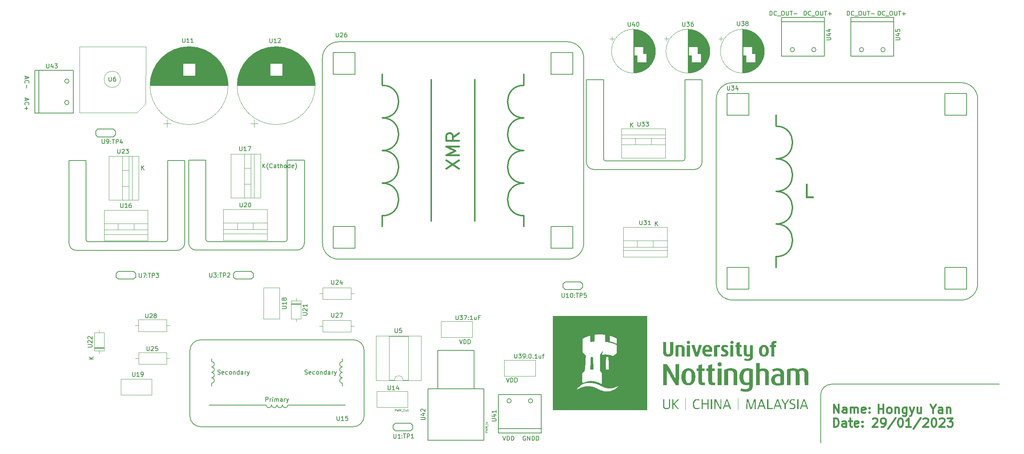
<source format=gbr>
%TF.GenerationSoftware,KiCad,Pcbnew,(6.0.10-0)*%
%TF.CreationDate,2023-02-08T17:30:20+03:00*%
%TF.ProjectId,EEEE2046_PCB_Template,45454545-3230-4343-965f-5043425f5465,rev?*%
%TF.SameCoordinates,Original*%
%TF.FileFunction,Legend,Top*%
%TF.FilePolarity,Positive*%
%FSLAX46Y46*%
G04 Gerber Fmt 4.6, Leading zero omitted, Abs format (unit mm)*
G04 Created by KiCad (PCBNEW (6.0.10-0)) date 2023-02-08 17:30:20*
%MOMM*%
%LPD*%
G01*
G04 APERTURE LIST*
%ADD10C,0.150000*%
%ADD11C,0.125000*%
%ADD12C,0.200000*%
%ADD13C,0.400000*%
%ADD14C,0.450000*%
%ADD15C,0.120000*%
%ADD16C,0.300000*%
G04 APERTURE END LIST*
D10*
X182414895Y-72181980D02*
X182414895Y-71181980D01*
X182986323Y-72181980D02*
X182557752Y-71610552D01*
X182986323Y-71181980D02*
X182414895Y-71753409D01*
X176674495Y-49118780D02*
X176674495Y-48118780D01*
X177245923Y-49118780D02*
X176817352Y-48547352D01*
X177245923Y-48118780D02*
X176674495Y-48690209D01*
X62628495Y-59126380D02*
X62628495Y-58126380D01*
X63199923Y-59126380D02*
X62771352Y-58554952D01*
X63199923Y-58126380D02*
X62628495Y-58697809D01*
X90840419Y-58669180D02*
X90840419Y-57669180D01*
X91411847Y-58669180D02*
X90983276Y-58097752D01*
X91411847Y-57669180D02*
X90840419Y-58240609D01*
X92126133Y-59050133D02*
X92078514Y-59002514D01*
X91983276Y-58859657D01*
X91935657Y-58764419D01*
X91888038Y-58621561D01*
X91840419Y-58383466D01*
X91840419Y-58192990D01*
X91888038Y-57954895D01*
X91935657Y-57812038D01*
X91983276Y-57716800D01*
X92078514Y-57573942D01*
X92126133Y-57526323D01*
X93078514Y-58573942D02*
X93030895Y-58621561D01*
X92888038Y-58669180D01*
X92792800Y-58669180D01*
X92649942Y-58621561D01*
X92554704Y-58526323D01*
X92507085Y-58431085D01*
X92459466Y-58240609D01*
X92459466Y-58097752D01*
X92507085Y-57907276D01*
X92554704Y-57812038D01*
X92649942Y-57716800D01*
X92792800Y-57669180D01*
X92888038Y-57669180D01*
X93030895Y-57716800D01*
X93078514Y-57764419D01*
X93935657Y-58669180D02*
X93935657Y-58145371D01*
X93888038Y-58050133D01*
X93792800Y-58002514D01*
X93602323Y-58002514D01*
X93507085Y-58050133D01*
X93935657Y-58621561D02*
X93840419Y-58669180D01*
X93602323Y-58669180D01*
X93507085Y-58621561D01*
X93459466Y-58526323D01*
X93459466Y-58431085D01*
X93507085Y-58335847D01*
X93602323Y-58288228D01*
X93840419Y-58288228D01*
X93935657Y-58240609D01*
X94268990Y-58002514D02*
X94649942Y-58002514D01*
X94411847Y-57669180D02*
X94411847Y-58526323D01*
X94459466Y-58621561D01*
X94554704Y-58669180D01*
X94649942Y-58669180D01*
X94983276Y-58669180D02*
X94983276Y-57669180D01*
X95411847Y-58669180D02*
X95411847Y-58145371D01*
X95364228Y-58050133D01*
X95268990Y-58002514D01*
X95126133Y-58002514D01*
X95030895Y-58050133D01*
X94983276Y-58097752D01*
X96030895Y-58669180D02*
X95935657Y-58621561D01*
X95888038Y-58573942D01*
X95840419Y-58478704D01*
X95840419Y-58192990D01*
X95888038Y-58097752D01*
X95935657Y-58050133D01*
X96030895Y-58002514D01*
X96173752Y-58002514D01*
X96268990Y-58050133D01*
X96316609Y-58097752D01*
X96364228Y-58192990D01*
X96364228Y-58478704D01*
X96316609Y-58573942D01*
X96268990Y-58621561D01*
X96173752Y-58669180D01*
X96030895Y-58669180D01*
X97221371Y-58669180D02*
X97221371Y-57669180D01*
X97221371Y-58621561D02*
X97126133Y-58669180D01*
X96935657Y-58669180D01*
X96840419Y-58621561D01*
X96792800Y-58573942D01*
X96745180Y-58478704D01*
X96745180Y-58192990D01*
X96792800Y-58097752D01*
X96840419Y-58050133D01*
X96935657Y-58002514D01*
X97126133Y-58002514D01*
X97221371Y-58050133D01*
X98078514Y-58621561D02*
X97983276Y-58669180D01*
X97792800Y-58669180D01*
X97697561Y-58621561D01*
X97649942Y-58526323D01*
X97649942Y-58145371D01*
X97697561Y-58050133D01*
X97792800Y-58002514D01*
X97983276Y-58002514D01*
X98078514Y-58050133D01*
X98126133Y-58145371D01*
X98126133Y-58240609D01*
X97649942Y-58335847D01*
X98459466Y-59050133D02*
X98507085Y-59002514D01*
X98602323Y-58859657D01*
X98649942Y-58764419D01*
X98697561Y-58621561D01*
X98745180Y-58383466D01*
X98745180Y-58192990D01*
X98697561Y-57954895D01*
X98649942Y-57812038D01*
X98602323Y-57716800D01*
X98507085Y-57573942D01*
X98459466Y-57526323D01*
D11*
X143278990Y-120516495D02*
X142778990Y-120516495D01*
X142778990Y-120326019D01*
X142802800Y-120278400D01*
X142826609Y-120254590D01*
X142874228Y-120230780D01*
X142945657Y-120230780D01*
X142993276Y-120254590D01*
X143017085Y-120278400D01*
X143040895Y-120326019D01*
X143040895Y-120516495D01*
X142778990Y-120064114D02*
X143278990Y-119945066D01*
X142921847Y-119849828D01*
X143278990Y-119754590D01*
X142778990Y-119635542D01*
X143278990Y-119445066D02*
X142778990Y-119445066D01*
X143136133Y-119278400D01*
X142778990Y-119111733D01*
X143278990Y-119111733D01*
X143326609Y-118992685D02*
X143326609Y-118611733D01*
X143278990Y-118492685D02*
X142778990Y-118492685D01*
X142945657Y-118254590D02*
X143278990Y-118254590D01*
X142993276Y-118254590D02*
X142969466Y-118230780D01*
X142945657Y-118183161D01*
X142945657Y-118111733D01*
X142969466Y-118064114D01*
X143017085Y-118040304D01*
X143278990Y-118040304D01*
X121666190Y-115542190D02*
X121666190Y-115042190D01*
X121856666Y-115042190D01*
X121904285Y-115066000D01*
X121928095Y-115089809D01*
X121951904Y-115137428D01*
X121951904Y-115208857D01*
X121928095Y-115256476D01*
X121904285Y-115280285D01*
X121856666Y-115304095D01*
X121666190Y-115304095D01*
X122118571Y-115042190D02*
X122237619Y-115542190D01*
X122332857Y-115185047D01*
X122428095Y-115542190D01*
X122547142Y-115042190D01*
X122737619Y-115542190D02*
X122737619Y-115042190D01*
X122904285Y-115399333D01*
X123070952Y-115042190D01*
X123070952Y-115542190D01*
X123190000Y-115589809D02*
X123570952Y-115589809D01*
X123785238Y-115042190D02*
X123880476Y-115042190D01*
X123928095Y-115066000D01*
X123975714Y-115113619D01*
X123999523Y-115208857D01*
X123999523Y-115375523D01*
X123975714Y-115470761D01*
X123928095Y-115518380D01*
X123880476Y-115542190D01*
X123785238Y-115542190D01*
X123737619Y-115518380D01*
X123690000Y-115470761D01*
X123666190Y-115375523D01*
X123666190Y-115208857D01*
X123690000Y-115113619D01*
X123737619Y-115066000D01*
X123785238Y-115042190D01*
X124428095Y-115208857D02*
X124428095Y-115542190D01*
X124213809Y-115208857D02*
X124213809Y-115470761D01*
X124237619Y-115518380D01*
X124285238Y-115542190D01*
X124356666Y-115542190D01*
X124404285Y-115518380D01*
X124428095Y-115494571D01*
X124594761Y-115208857D02*
X124785238Y-115208857D01*
X124666190Y-115042190D02*
X124666190Y-115470761D01*
X124690000Y-115518380D01*
X124737619Y-115542190D01*
X124785238Y-115542190D01*
D10*
X136741066Y-98766380D02*
X137074400Y-99766380D01*
X137407733Y-98766380D01*
X137741066Y-99766380D02*
X137741066Y-98766380D01*
X137979161Y-98766380D01*
X138122019Y-98814000D01*
X138217257Y-98909238D01*
X138264876Y-99004476D01*
X138312495Y-99194952D01*
X138312495Y-99337809D01*
X138264876Y-99528285D01*
X138217257Y-99623523D01*
X138122019Y-99718761D01*
X137979161Y-99766380D01*
X137741066Y-99766380D01*
X138741066Y-99766380D02*
X138741066Y-98766380D01*
X138979161Y-98766380D01*
X139122019Y-98814000D01*
X139217257Y-98909238D01*
X139264876Y-99004476D01*
X139312495Y-99194952D01*
X139312495Y-99337809D01*
X139264876Y-99528285D01*
X139217257Y-99623523D01*
X139122019Y-99718761D01*
X138979161Y-99766380D01*
X138741066Y-99766380D01*
X147663066Y-107757980D02*
X147996400Y-108757980D01*
X148329733Y-107757980D01*
X148663066Y-108757980D02*
X148663066Y-107757980D01*
X148901161Y-107757980D01*
X149044019Y-107805600D01*
X149139257Y-107900838D01*
X149186876Y-107996076D01*
X149234495Y-108186552D01*
X149234495Y-108329409D01*
X149186876Y-108519885D01*
X149139257Y-108615123D01*
X149044019Y-108710361D01*
X148901161Y-108757980D01*
X148663066Y-108757980D01*
X149663066Y-108757980D02*
X149663066Y-107757980D01*
X149901161Y-107757980D01*
X150044019Y-107805600D01*
X150139257Y-107900838D01*
X150186876Y-107996076D01*
X150234495Y-108186552D01*
X150234495Y-108329409D01*
X150186876Y-108519885D01*
X150139257Y-108615123D01*
X150044019Y-108710361D01*
X149901161Y-108757980D01*
X149663066Y-108757980D01*
D12*
X223520000Y-109220000D02*
X262672102Y-109220000D01*
X223520000Y-109220000D02*
G75*
G03*
X220980000Y-111760000I0J-2540000D01*
G01*
X220980000Y-120904000D02*
X220980000Y-122900000D01*
X220980000Y-111760000D02*
X220980000Y-120904000D01*
D10*
X217129123Y-23032980D02*
X217129123Y-22032980D01*
X217367219Y-22032980D01*
X217510076Y-22080600D01*
X217605314Y-22175838D01*
X217652933Y-22271076D01*
X217700552Y-22461552D01*
X217700552Y-22604409D01*
X217652933Y-22794885D01*
X217605314Y-22890123D01*
X217510076Y-22985361D01*
X217367219Y-23032980D01*
X217129123Y-23032980D01*
X218700552Y-22937742D02*
X218652933Y-22985361D01*
X218510076Y-23032980D01*
X218414838Y-23032980D01*
X218271980Y-22985361D01*
X218176742Y-22890123D01*
X218129123Y-22794885D01*
X218081504Y-22604409D01*
X218081504Y-22461552D01*
X218129123Y-22271076D01*
X218176742Y-22175838D01*
X218271980Y-22080600D01*
X218414838Y-22032980D01*
X218510076Y-22032980D01*
X218652933Y-22080600D01*
X218700552Y-22128219D01*
X218891028Y-23128219D02*
X219652933Y-23128219D01*
X220081504Y-22032980D02*
X220271980Y-22032980D01*
X220367219Y-22080600D01*
X220462457Y-22175838D01*
X220510076Y-22366314D01*
X220510076Y-22699647D01*
X220462457Y-22890123D01*
X220367219Y-22985361D01*
X220271980Y-23032980D01*
X220081504Y-23032980D01*
X219986266Y-22985361D01*
X219891028Y-22890123D01*
X219843409Y-22699647D01*
X219843409Y-22366314D01*
X219891028Y-22175838D01*
X219986266Y-22080600D01*
X220081504Y-22032980D01*
X220938647Y-22032980D02*
X220938647Y-22842504D01*
X220986266Y-22937742D01*
X221033885Y-22985361D01*
X221129123Y-23032980D01*
X221319600Y-23032980D01*
X221414838Y-22985361D01*
X221462457Y-22937742D01*
X221510076Y-22842504D01*
X221510076Y-22032980D01*
X221843409Y-22032980D02*
X222414838Y-22032980D01*
X222129123Y-23032980D02*
X222129123Y-22032980D01*
X222748171Y-22652028D02*
X223510076Y-22652028D01*
X223129123Y-23032980D02*
X223129123Y-22271076D01*
D13*
X234443047Y-115966761D02*
X234443047Y-113966761D01*
X234443047Y-114919142D02*
X235585904Y-114919142D01*
X235585904Y-115966761D02*
X235585904Y-113966761D01*
X236824000Y-115966761D02*
X236633523Y-115871523D01*
X236538285Y-115776285D01*
X236443047Y-115585809D01*
X236443047Y-115014380D01*
X236538285Y-114823904D01*
X236633523Y-114728666D01*
X236824000Y-114633428D01*
X237109714Y-114633428D01*
X237300190Y-114728666D01*
X237395428Y-114823904D01*
X237490666Y-115014380D01*
X237490666Y-115585809D01*
X237395428Y-115776285D01*
X237300190Y-115871523D01*
X237109714Y-115966761D01*
X236824000Y-115966761D01*
X238347809Y-114633428D02*
X238347809Y-115966761D01*
X238347809Y-114823904D02*
X238443047Y-114728666D01*
X238633523Y-114633428D01*
X238919238Y-114633428D01*
X239109714Y-114728666D01*
X239204952Y-114919142D01*
X239204952Y-115966761D01*
X241014476Y-114633428D02*
X241014476Y-116252476D01*
X240919238Y-116442952D01*
X240824000Y-116538190D01*
X240633523Y-116633428D01*
X240347809Y-116633428D01*
X240157333Y-116538190D01*
X241014476Y-115871523D02*
X240824000Y-115966761D01*
X240443047Y-115966761D01*
X240252571Y-115871523D01*
X240157333Y-115776285D01*
X240062095Y-115585809D01*
X240062095Y-115014380D01*
X240157333Y-114823904D01*
X240252571Y-114728666D01*
X240443047Y-114633428D01*
X240824000Y-114633428D01*
X241014476Y-114728666D01*
X241776380Y-114633428D02*
X242252571Y-115966761D01*
X242728761Y-114633428D02*
X242252571Y-115966761D01*
X242062095Y-116442952D01*
X241966857Y-116538190D01*
X241776380Y-116633428D01*
X244347809Y-114633428D02*
X244347809Y-115966761D01*
X243490666Y-114633428D02*
X243490666Y-115681047D01*
X243585904Y-115871523D01*
X243776380Y-115966761D01*
X244062095Y-115966761D01*
X244252571Y-115871523D01*
X244347809Y-115776285D01*
X247204952Y-115014380D02*
X247204952Y-115966761D01*
X246538285Y-113966761D02*
X247204952Y-115014380D01*
X247871619Y-113966761D01*
X249395428Y-115966761D02*
X249395428Y-114919142D01*
X249300190Y-114728666D01*
X249109714Y-114633428D01*
X248728761Y-114633428D01*
X248538285Y-114728666D01*
X249395428Y-115871523D02*
X249204952Y-115966761D01*
X248728761Y-115966761D01*
X248538285Y-115871523D01*
X248443047Y-115681047D01*
X248443047Y-115490571D01*
X248538285Y-115300095D01*
X248728761Y-115204857D01*
X249204952Y-115204857D01*
X249395428Y-115109619D01*
X250347809Y-114633428D02*
X250347809Y-115966761D01*
X250347809Y-114823904D02*
X250443047Y-114728666D01*
X250633523Y-114633428D01*
X250919238Y-114633428D01*
X251109714Y-114728666D01*
X251204952Y-114919142D01*
X251204952Y-115966761D01*
D10*
X80430857Y-84126342D02*
X80478476Y-84173961D01*
X80430857Y-84221580D01*
X80383238Y-84173961D01*
X80430857Y-84126342D01*
X80430857Y-84221580D01*
X80430857Y-83602533D02*
X80478476Y-83650152D01*
X80430857Y-83697771D01*
X80383238Y-83650152D01*
X80430857Y-83602533D01*
X80430857Y-83697771D01*
X80764190Y-83221580D02*
X81335619Y-83221580D01*
X81049904Y-84221580D02*
X81049904Y-83221580D01*
X81668952Y-84221580D02*
X81668952Y-83221580D01*
X82049904Y-83221580D01*
X82145142Y-83269200D01*
X82192761Y-83316819D01*
X82240380Y-83412057D01*
X82240380Y-83554914D01*
X82192761Y-83650152D01*
X82145142Y-83697771D01*
X82049904Y-83745390D01*
X81668952Y-83745390D01*
X82621333Y-83316819D02*
X82668952Y-83269200D01*
X82764190Y-83221580D01*
X83002285Y-83221580D01*
X83097523Y-83269200D01*
X83145142Y-83316819D01*
X83192761Y-83412057D01*
X83192761Y-83507295D01*
X83145142Y-83650152D01*
X82573714Y-84221580D01*
X83192761Y-84221580D01*
X209128123Y-23032980D02*
X209128123Y-22032980D01*
X209366219Y-22032980D01*
X209509076Y-22080600D01*
X209604314Y-22175838D01*
X209651933Y-22271076D01*
X209699552Y-22461552D01*
X209699552Y-22604409D01*
X209651933Y-22794885D01*
X209604314Y-22890123D01*
X209509076Y-22985361D01*
X209366219Y-23032980D01*
X209128123Y-23032980D01*
X210699552Y-22937742D02*
X210651933Y-22985361D01*
X210509076Y-23032980D01*
X210413838Y-23032980D01*
X210270980Y-22985361D01*
X210175742Y-22890123D01*
X210128123Y-22794885D01*
X210080504Y-22604409D01*
X210080504Y-22461552D01*
X210128123Y-22271076D01*
X210175742Y-22175838D01*
X210270980Y-22080600D01*
X210413838Y-22032980D01*
X210509076Y-22032980D01*
X210651933Y-22080600D01*
X210699552Y-22128219D01*
X210890028Y-23128219D02*
X211651933Y-23128219D01*
X212080504Y-22032980D02*
X212270980Y-22032980D01*
X212366219Y-22080600D01*
X212461457Y-22175838D01*
X212509076Y-22366314D01*
X212509076Y-22699647D01*
X212461457Y-22890123D01*
X212366219Y-22985361D01*
X212270980Y-23032980D01*
X212080504Y-23032980D01*
X211985266Y-22985361D01*
X211890028Y-22890123D01*
X211842409Y-22699647D01*
X211842409Y-22366314D01*
X211890028Y-22175838D01*
X211985266Y-22080600D01*
X212080504Y-22032980D01*
X212937647Y-22032980D02*
X212937647Y-22842504D01*
X212985266Y-22937742D01*
X213032885Y-22985361D01*
X213128123Y-23032980D01*
X213318600Y-23032980D01*
X213413838Y-22985361D01*
X213461457Y-22937742D01*
X213509076Y-22842504D01*
X213509076Y-22032980D01*
X213842409Y-22032980D02*
X214413838Y-22032980D01*
X214128123Y-23032980D02*
X214128123Y-22032980D01*
X214747171Y-22652028D02*
X215509076Y-22652028D01*
X35621933Y-37352457D02*
X35621933Y-37828647D01*
X35336219Y-37257219D02*
X36336219Y-37590552D01*
X35336219Y-37923885D01*
X35431457Y-38828647D02*
X35383838Y-38781028D01*
X35336219Y-38638171D01*
X35336219Y-38542933D01*
X35383838Y-38400076D01*
X35479076Y-38304838D01*
X35574314Y-38257219D01*
X35764790Y-38209600D01*
X35907647Y-38209600D01*
X36098123Y-38257219D01*
X36193361Y-38304838D01*
X36288600Y-38400076D01*
X36336219Y-38542933D01*
X36336219Y-38638171D01*
X36288600Y-38781028D01*
X36240980Y-38828647D01*
X35717171Y-39257219D02*
X35717171Y-40019123D01*
X227162123Y-23032980D02*
X227162123Y-22032980D01*
X227400219Y-22032980D01*
X227543076Y-22080600D01*
X227638314Y-22175838D01*
X227685933Y-22271076D01*
X227733552Y-22461552D01*
X227733552Y-22604409D01*
X227685933Y-22794885D01*
X227638314Y-22890123D01*
X227543076Y-22985361D01*
X227400219Y-23032980D01*
X227162123Y-23032980D01*
X228733552Y-22937742D02*
X228685933Y-22985361D01*
X228543076Y-23032980D01*
X228447838Y-23032980D01*
X228304980Y-22985361D01*
X228209742Y-22890123D01*
X228162123Y-22794885D01*
X228114504Y-22604409D01*
X228114504Y-22461552D01*
X228162123Y-22271076D01*
X228209742Y-22175838D01*
X228304980Y-22080600D01*
X228447838Y-22032980D01*
X228543076Y-22032980D01*
X228685933Y-22080600D01*
X228733552Y-22128219D01*
X228924028Y-23128219D02*
X229685933Y-23128219D01*
X230114504Y-22032980D02*
X230304980Y-22032980D01*
X230400219Y-22080600D01*
X230495457Y-22175838D01*
X230543076Y-22366314D01*
X230543076Y-22699647D01*
X230495457Y-22890123D01*
X230400219Y-22985361D01*
X230304980Y-23032980D01*
X230114504Y-23032980D01*
X230019266Y-22985361D01*
X229924028Y-22890123D01*
X229876409Y-22699647D01*
X229876409Y-22366314D01*
X229924028Y-22175838D01*
X230019266Y-22080600D01*
X230114504Y-22032980D01*
X230971647Y-22032980D02*
X230971647Y-22842504D01*
X231019266Y-22937742D01*
X231066885Y-22985361D01*
X231162123Y-23032980D01*
X231352600Y-23032980D01*
X231447838Y-22985361D01*
X231495457Y-22937742D01*
X231543076Y-22842504D01*
X231543076Y-22032980D01*
X231876409Y-22032980D02*
X232447838Y-22032980D01*
X232162123Y-23032980D02*
X232162123Y-22032980D01*
X232781171Y-22652028D02*
X233543076Y-22652028D01*
X152128695Y-121394600D02*
X152033457Y-121346980D01*
X151890600Y-121346980D01*
X151747742Y-121394600D01*
X151652504Y-121489838D01*
X151604885Y-121585076D01*
X151557266Y-121775552D01*
X151557266Y-121918409D01*
X151604885Y-122108885D01*
X151652504Y-122204123D01*
X151747742Y-122299361D01*
X151890600Y-122346980D01*
X151985838Y-122346980D01*
X152128695Y-122299361D01*
X152176314Y-122251742D01*
X152176314Y-121918409D01*
X151985838Y-121918409D01*
X152604885Y-122346980D02*
X152604885Y-121346980D01*
X153176314Y-122346980D01*
X153176314Y-121346980D01*
X153652504Y-122346980D02*
X153652504Y-121346980D01*
X153890600Y-121346980D01*
X154033457Y-121394600D01*
X154128695Y-121489838D01*
X154176314Y-121585076D01*
X154223933Y-121775552D01*
X154223933Y-121918409D01*
X154176314Y-122108885D01*
X154128695Y-122204123D01*
X154033457Y-122299361D01*
X153890600Y-122346980D01*
X153652504Y-122346980D01*
X154652504Y-122346980D02*
X154652504Y-121346980D01*
X154890600Y-121346980D01*
X155033457Y-121394600D01*
X155128695Y-121489838D01*
X155176314Y-121585076D01*
X155223933Y-121775552D01*
X155223933Y-121918409D01*
X155176314Y-122108885D01*
X155128695Y-122204123D01*
X155033457Y-122299361D01*
X154890600Y-122346980D01*
X154652504Y-122346980D01*
X234401123Y-23032980D02*
X234401123Y-22032980D01*
X234639219Y-22032980D01*
X234782076Y-22080600D01*
X234877314Y-22175838D01*
X234924933Y-22271076D01*
X234972552Y-22461552D01*
X234972552Y-22604409D01*
X234924933Y-22794885D01*
X234877314Y-22890123D01*
X234782076Y-22985361D01*
X234639219Y-23032980D01*
X234401123Y-23032980D01*
X235972552Y-22937742D02*
X235924933Y-22985361D01*
X235782076Y-23032980D01*
X235686838Y-23032980D01*
X235543980Y-22985361D01*
X235448742Y-22890123D01*
X235401123Y-22794885D01*
X235353504Y-22604409D01*
X235353504Y-22461552D01*
X235401123Y-22271076D01*
X235448742Y-22175838D01*
X235543980Y-22080600D01*
X235686838Y-22032980D01*
X235782076Y-22032980D01*
X235924933Y-22080600D01*
X235972552Y-22128219D01*
X236163028Y-23128219D02*
X236924933Y-23128219D01*
X237353504Y-22032980D02*
X237543980Y-22032980D01*
X237639219Y-22080600D01*
X237734457Y-22175838D01*
X237782076Y-22366314D01*
X237782076Y-22699647D01*
X237734457Y-22890123D01*
X237639219Y-22985361D01*
X237543980Y-23032980D01*
X237353504Y-23032980D01*
X237258266Y-22985361D01*
X237163028Y-22890123D01*
X237115409Y-22699647D01*
X237115409Y-22366314D01*
X237163028Y-22175838D01*
X237258266Y-22080600D01*
X237353504Y-22032980D01*
X238210647Y-22032980D02*
X238210647Y-22842504D01*
X238258266Y-22937742D01*
X238305885Y-22985361D01*
X238401123Y-23032980D01*
X238591600Y-23032980D01*
X238686838Y-22985361D01*
X238734457Y-22937742D01*
X238782076Y-22842504D01*
X238782076Y-22032980D01*
X239115409Y-22032980D02*
X239686838Y-22032980D01*
X239401123Y-23032980D02*
X239401123Y-22032980D01*
X240020171Y-22652028D02*
X240782076Y-22652028D01*
X240401123Y-23032980D02*
X240401123Y-22271076D01*
X138825457Y-94057742D02*
X138873076Y-94105361D01*
X138825457Y-94152980D01*
X138777838Y-94105361D01*
X138825457Y-94057742D01*
X138825457Y-94152980D01*
X138825457Y-93533933D02*
X138873076Y-93581552D01*
X138825457Y-93629171D01*
X138777838Y-93581552D01*
X138825457Y-93533933D01*
X138825457Y-93629171D01*
X139825457Y-94152980D02*
X139254028Y-94152980D01*
X139539742Y-94152980D02*
X139539742Y-93152980D01*
X139444504Y-93295838D01*
X139349266Y-93391076D01*
X139254028Y-93438695D01*
X140682600Y-93486314D02*
X140682600Y-94152980D01*
X140254028Y-93486314D02*
X140254028Y-94010123D01*
X140301647Y-94105361D01*
X140396885Y-94152980D01*
X140539742Y-94152980D01*
X140634980Y-94105361D01*
X140682600Y-94057742D01*
X141492123Y-93629171D02*
X141158790Y-93629171D01*
X141158790Y-94152980D02*
X141158790Y-93152980D01*
X141634980Y-93152980D01*
X146850266Y-121346980D02*
X147183600Y-122346980D01*
X147516933Y-121346980D01*
X147850266Y-122346980D02*
X147850266Y-121346980D01*
X148088361Y-121346980D01*
X148231219Y-121394600D01*
X148326457Y-121489838D01*
X148374076Y-121585076D01*
X148421695Y-121775552D01*
X148421695Y-121918409D01*
X148374076Y-122108885D01*
X148326457Y-122204123D01*
X148231219Y-122299361D01*
X148088361Y-122346980D01*
X147850266Y-122346980D01*
X148850266Y-122346980D02*
X148850266Y-121346980D01*
X149088361Y-121346980D01*
X149231219Y-121394600D01*
X149326457Y-121489838D01*
X149374076Y-121585076D01*
X149421695Y-121775552D01*
X149421695Y-121918409D01*
X149374076Y-122108885D01*
X149326457Y-122204123D01*
X149231219Y-122299361D01*
X149088361Y-122346980D01*
X148850266Y-122346980D01*
X55386457Y-52909742D02*
X55434076Y-52957361D01*
X55386457Y-53004980D01*
X55338838Y-52957361D01*
X55386457Y-52909742D01*
X55386457Y-53004980D01*
X55386457Y-52385933D02*
X55434076Y-52433552D01*
X55386457Y-52481171D01*
X55338838Y-52433552D01*
X55386457Y-52385933D01*
X55386457Y-52481171D01*
X55719790Y-52004980D02*
X56291219Y-52004980D01*
X56005504Y-53004980D02*
X56005504Y-52004980D01*
X56624552Y-53004980D02*
X56624552Y-52004980D01*
X57005504Y-52004980D01*
X57100742Y-52052600D01*
X57148361Y-52100219D01*
X57195980Y-52195457D01*
X57195980Y-52338314D01*
X57148361Y-52433552D01*
X57100742Y-52481171D01*
X57005504Y-52528790D01*
X56624552Y-52528790D01*
X58053123Y-52338314D02*
X58053123Y-53004980D01*
X57815028Y-51957361D02*
X57576933Y-52671647D01*
X58195980Y-52671647D01*
X35621933Y-42432457D02*
X35621933Y-42908647D01*
X35336219Y-42337219D02*
X36336219Y-42670552D01*
X35336219Y-43003885D01*
X35431457Y-43908647D02*
X35383838Y-43861028D01*
X35336219Y-43718171D01*
X35336219Y-43622933D01*
X35383838Y-43480076D01*
X35479076Y-43384838D01*
X35574314Y-43337219D01*
X35764790Y-43289600D01*
X35907647Y-43289600D01*
X36098123Y-43337219D01*
X36193361Y-43384838D01*
X36288600Y-43480076D01*
X36336219Y-43622933D01*
X36336219Y-43718171D01*
X36288600Y-43861028D01*
X36240980Y-43908647D01*
X35717171Y-44337219D02*
X35717171Y-45099123D01*
X35336219Y-44718171D02*
X36098123Y-44718171D01*
X163590457Y-88850742D02*
X163638076Y-88898361D01*
X163590457Y-88945980D01*
X163542838Y-88898361D01*
X163590457Y-88850742D01*
X163590457Y-88945980D01*
X163590457Y-88326933D02*
X163638076Y-88374552D01*
X163590457Y-88422171D01*
X163542838Y-88374552D01*
X163590457Y-88326933D01*
X163590457Y-88422171D01*
X163923790Y-87945980D02*
X164495219Y-87945980D01*
X164209504Y-88945980D02*
X164209504Y-87945980D01*
X164828552Y-88945980D02*
X164828552Y-87945980D01*
X165209504Y-87945980D01*
X165304742Y-87993600D01*
X165352361Y-88041219D01*
X165399980Y-88136457D01*
X165399980Y-88279314D01*
X165352361Y-88374552D01*
X165304742Y-88422171D01*
X165209504Y-88469790D01*
X164828552Y-88469790D01*
X166304742Y-87945980D02*
X165828552Y-87945980D01*
X165780933Y-88422171D01*
X165828552Y-88374552D01*
X165923790Y-88326933D01*
X166161885Y-88326933D01*
X166257123Y-88374552D01*
X166304742Y-88422171D01*
X166352361Y-88517409D01*
X166352361Y-88755504D01*
X166304742Y-88850742D01*
X166257123Y-88898361D01*
X166161885Y-88945980D01*
X165923790Y-88945980D01*
X165828552Y-88898361D01*
X165780933Y-88850742D01*
X152478028Y-103074742D02*
X152525647Y-103122361D01*
X152478028Y-103169980D01*
X152430409Y-103122361D01*
X152478028Y-103074742D01*
X152478028Y-103169980D01*
X152478028Y-102550933D02*
X152525647Y-102598552D01*
X152478028Y-102646171D01*
X152430409Y-102598552D01*
X152478028Y-102550933D01*
X152478028Y-102646171D01*
X153144695Y-102169980D02*
X153239933Y-102169980D01*
X153335171Y-102217600D01*
X153382790Y-102265219D01*
X153430409Y-102360457D01*
X153478028Y-102550933D01*
X153478028Y-102789028D01*
X153430409Y-102979504D01*
X153382790Y-103074742D01*
X153335171Y-103122361D01*
X153239933Y-103169980D01*
X153144695Y-103169980D01*
X153049457Y-103122361D01*
X153001838Y-103074742D01*
X152954219Y-102979504D01*
X152906600Y-102789028D01*
X152906600Y-102550933D01*
X152954219Y-102360457D01*
X153001838Y-102265219D01*
X153049457Y-102217600D01*
X153144695Y-102169980D01*
X153906600Y-103074742D02*
X153954219Y-103122361D01*
X153906600Y-103169980D01*
X153858980Y-103122361D01*
X153906600Y-103074742D01*
X153906600Y-103169980D01*
X154906600Y-103169980D02*
X154335171Y-103169980D01*
X154620885Y-103169980D02*
X154620885Y-102169980D01*
X154525647Y-102312838D01*
X154430409Y-102408076D01*
X154335171Y-102455695D01*
X155763742Y-102503314D02*
X155763742Y-103169980D01*
X155335171Y-102503314D02*
X155335171Y-103027123D01*
X155382790Y-103122361D01*
X155478028Y-103169980D01*
X155620885Y-103169980D01*
X155716123Y-103122361D01*
X155763742Y-103074742D01*
X156097076Y-102503314D02*
X156478028Y-102503314D01*
X156239933Y-103169980D02*
X156239933Y-102312838D01*
X156287552Y-102217600D01*
X156382790Y-102169980D01*
X156478028Y-102169980D01*
X63819257Y-84177142D02*
X63866876Y-84224761D01*
X63819257Y-84272380D01*
X63771638Y-84224761D01*
X63819257Y-84177142D01*
X63819257Y-84272380D01*
X63819257Y-83653333D02*
X63866876Y-83700952D01*
X63819257Y-83748571D01*
X63771638Y-83700952D01*
X63819257Y-83653333D01*
X63819257Y-83748571D01*
X64152590Y-83272380D02*
X64724019Y-83272380D01*
X64438304Y-84272380D02*
X64438304Y-83272380D01*
X65057352Y-84272380D02*
X65057352Y-83272380D01*
X65438304Y-83272380D01*
X65533542Y-83320000D01*
X65581161Y-83367619D01*
X65628780Y-83462857D01*
X65628780Y-83605714D01*
X65581161Y-83700952D01*
X65533542Y-83748571D01*
X65438304Y-83796190D01*
X65057352Y-83796190D01*
X65962114Y-83272380D02*
X66581161Y-83272380D01*
X66247828Y-83653333D01*
X66390685Y-83653333D01*
X66485923Y-83700952D01*
X66533542Y-83748571D01*
X66581161Y-83843809D01*
X66581161Y-84081904D01*
X66533542Y-84177142D01*
X66485923Y-84224761D01*
X66390685Y-84272380D01*
X66104971Y-84272380D01*
X66009733Y-84224761D01*
X65962114Y-84177142D01*
X123306057Y-121718342D02*
X123353676Y-121765961D01*
X123306057Y-121813580D01*
X123258438Y-121765961D01*
X123306057Y-121718342D01*
X123306057Y-121813580D01*
X123306057Y-121194533D02*
X123353676Y-121242152D01*
X123306057Y-121289771D01*
X123258438Y-121242152D01*
X123306057Y-121194533D01*
X123306057Y-121289771D01*
X123639390Y-120813580D02*
X124210819Y-120813580D01*
X123925104Y-121813580D02*
X123925104Y-120813580D01*
X124544152Y-121813580D02*
X124544152Y-120813580D01*
X124925104Y-120813580D01*
X125020342Y-120861200D01*
X125067961Y-120908819D01*
X125115580Y-121004057D01*
X125115580Y-121146914D01*
X125067961Y-121242152D01*
X125020342Y-121289771D01*
X124925104Y-121337390D01*
X124544152Y-121337390D01*
X126067961Y-121813580D02*
X125496533Y-121813580D01*
X125782247Y-121813580D02*
X125782247Y-120813580D01*
X125687009Y-120956438D01*
X125591771Y-121051676D01*
X125496533Y-121099295D01*
D13*
X224038292Y-115916863D02*
X224038292Y-113916863D01*
X225181149Y-115916863D01*
X225181149Y-113916863D01*
X226990673Y-115916863D02*
X226990673Y-114869244D01*
X226895435Y-114678768D01*
X226704959Y-114583530D01*
X226324006Y-114583530D01*
X226133530Y-114678768D01*
X226990673Y-115821625D02*
X226800197Y-115916863D01*
X226324006Y-115916863D01*
X226133530Y-115821625D01*
X226038292Y-115631149D01*
X226038292Y-115440673D01*
X226133530Y-115250197D01*
X226324006Y-115154959D01*
X226800197Y-115154959D01*
X226990673Y-115059721D01*
X227943054Y-115916863D02*
X227943054Y-114583530D01*
X227943054Y-114774006D02*
X228038292Y-114678768D01*
X228228768Y-114583530D01*
X228514482Y-114583530D01*
X228704959Y-114678768D01*
X228800197Y-114869244D01*
X228800197Y-115916863D01*
X228800197Y-114869244D02*
X228895435Y-114678768D01*
X229085911Y-114583530D01*
X229371625Y-114583530D01*
X229562102Y-114678768D01*
X229657340Y-114869244D01*
X229657340Y-115916863D01*
X231371625Y-115821625D02*
X231181149Y-115916863D01*
X230800197Y-115916863D01*
X230609721Y-115821625D01*
X230514482Y-115631149D01*
X230514482Y-114869244D01*
X230609721Y-114678768D01*
X230800197Y-114583530D01*
X231181149Y-114583530D01*
X231371625Y-114678768D01*
X231466863Y-114869244D01*
X231466863Y-115059721D01*
X230514482Y-115250197D01*
X232324006Y-115726387D02*
X232419244Y-115821625D01*
X232324006Y-115916863D01*
X232228768Y-115821625D01*
X232324006Y-115726387D01*
X232324006Y-115916863D01*
X232324006Y-114678768D02*
X232419244Y-114774006D01*
X232324006Y-114869244D01*
X232228768Y-114774006D01*
X232324006Y-114678768D01*
X232324006Y-114869244D01*
X224038292Y-119136863D02*
X224038292Y-117136863D01*
X224514482Y-117136863D01*
X224800197Y-117232102D01*
X224990673Y-117422578D01*
X225085911Y-117613054D01*
X225181149Y-117994006D01*
X225181149Y-118279721D01*
X225085911Y-118660673D01*
X224990673Y-118851149D01*
X224800197Y-119041625D01*
X224514482Y-119136863D01*
X224038292Y-119136863D01*
X226895435Y-119136863D02*
X226895435Y-118089244D01*
X226800197Y-117898768D01*
X226609721Y-117803530D01*
X226228768Y-117803530D01*
X226038292Y-117898768D01*
X226895435Y-119041625D02*
X226704959Y-119136863D01*
X226228768Y-119136863D01*
X226038292Y-119041625D01*
X225943054Y-118851149D01*
X225943054Y-118660673D01*
X226038292Y-118470197D01*
X226228768Y-118374959D01*
X226704959Y-118374959D01*
X226895435Y-118279721D01*
X227562102Y-117803530D02*
X228324006Y-117803530D01*
X227847816Y-117136863D02*
X227847816Y-118851149D01*
X227943054Y-119041625D01*
X228133530Y-119136863D01*
X228324006Y-119136863D01*
X229752578Y-119041625D02*
X229562102Y-119136863D01*
X229181149Y-119136863D01*
X228990673Y-119041625D01*
X228895435Y-118851149D01*
X228895435Y-118089244D01*
X228990673Y-117898768D01*
X229181149Y-117803530D01*
X229562102Y-117803530D01*
X229752578Y-117898768D01*
X229847816Y-118089244D01*
X229847816Y-118279721D01*
X228895435Y-118470197D01*
X230704959Y-118946387D02*
X230800197Y-119041625D01*
X230704959Y-119136863D01*
X230609721Y-119041625D01*
X230704959Y-118946387D01*
X230704959Y-119136863D01*
X230704959Y-117898768D02*
X230800197Y-117994006D01*
X230704959Y-118089244D01*
X230609721Y-117994006D01*
X230704959Y-117898768D01*
X230704959Y-118089244D01*
X233085911Y-117327340D02*
X233181149Y-117232102D01*
X233371625Y-117136863D01*
X233847816Y-117136863D01*
X234038292Y-117232102D01*
X234133530Y-117327340D01*
X234228768Y-117517816D01*
X234228768Y-117708292D01*
X234133530Y-117994006D01*
X232990673Y-119136863D01*
X234228768Y-119136863D01*
X235181149Y-119136863D02*
X235562102Y-119136863D01*
X235752578Y-119041625D01*
X235847816Y-118946387D01*
X236038292Y-118660673D01*
X236133530Y-118279721D01*
X236133530Y-117517816D01*
X236038292Y-117327340D01*
X235943054Y-117232102D01*
X235752578Y-117136863D01*
X235371625Y-117136863D01*
X235181149Y-117232102D01*
X235085911Y-117327340D01*
X234990673Y-117517816D01*
X234990673Y-117994006D01*
X235085911Y-118184482D01*
X235181149Y-118279721D01*
X235371625Y-118374959D01*
X235752578Y-118374959D01*
X235943054Y-118279721D01*
X236038292Y-118184482D01*
X236133530Y-117994006D01*
X238419244Y-117041625D02*
X236704959Y-119613054D01*
X239466863Y-117136863D02*
X239657340Y-117136863D01*
X239847816Y-117232102D01*
X239943054Y-117327340D01*
X240038292Y-117517816D01*
X240133530Y-117898768D01*
X240133530Y-118374959D01*
X240038292Y-118755911D01*
X239943054Y-118946387D01*
X239847816Y-119041625D01*
X239657340Y-119136863D01*
X239466863Y-119136863D01*
X239276387Y-119041625D01*
X239181149Y-118946387D01*
X239085911Y-118755911D01*
X238990673Y-118374959D01*
X238990673Y-117898768D01*
X239085911Y-117517816D01*
X239181149Y-117327340D01*
X239276387Y-117232102D01*
X239466863Y-117136863D01*
X242038292Y-119136863D02*
X240895435Y-119136863D01*
X241466863Y-119136863D02*
X241466863Y-117136863D01*
X241276387Y-117422578D01*
X241085911Y-117613054D01*
X240895435Y-117708292D01*
X244324006Y-117041625D02*
X242609721Y-119613054D01*
X244895435Y-117327340D02*
X244990673Y-117232102D01*
X245181149Y-117136863D01*
X245657340Y-117136863D01*
X245847816Y-117232102D01*
X245943054Y-117327340D01*
X246038292Y-117517816D01*
X246038292Y-117708292D01*
X245943054Y-117994006D01*
X244800197Y-119136863D01*
X246038292Y-119136863D01*
X247276387Y-117136863D02*
X247466863Y-117136863D01*
X247657340Y-117232102D01*
X247752578Y-117327340D01*
X247847816Y-117517816D01*
X247943054Y-117898768D01*
X247943054Y-118374959D01*
X247847816Y-118755911D01*
X247752578Y-118946387D01*
X247657340Y-119041625D01*
X247466863Y-119136863D01*
X247276387Y-119136863D01*
X247085911Y-119041625D01*
X246990673Y-118946387D01*
X246895435Y-118755911D01*
X246800197Y-118374959D01*
X246800197Y-117898768D01*
X246895435Y-117517816D01*
X246990673Y-117327340D01*
X247085911Y-117232102D01*
X247276387Y-117136863D01*
X248704959Y-117327340D02*
X248800197Y-117232102D01*
X248990673Y-117136863D01*
X249466863Y-117136863D01*
X249657340Y-117232102D01*
X249752578Y-117327340D01*
X249847816Y-117517816D01*
X249847816Y-117708292D01*
X249752578Y-117994006D01*
X248609721Y-119136863D01*
X249847816Y-119136863D01*
X250514482Y-117136863D02*
X251752578Y-117136863D01*
X251085911Y-117898768D01*
X251371625Y-117898768D01*
X251562102Y-117994006D01*
X251657340Y-118089244D01*
X251752578Y-118279721D01*
X251752578Y-118755911D01*
X251657340Y-118946387D01*
X251562102Y-119041625D01*
X251371625Y-119136863D01*
X250800197Y-119136863D01*
X250609721Y-119041625D01*
X250514482Y-118946387D01*
D10*
%TO.C,U15*%
X108185104Y-116698780D02*
X108185104Y-117508304D01*
X108232723Y-117603542D01*
X108280342Y-117651161D01*
X108375580Y-117698780D01*
X108566057Y-117698780D01*
X108661295Y-117651161D01*
X108708914Y-117603542D01*
X108756533Y-117508304D01*
X108756533Y-116698780D01*
X109756533Y-117698780D02*
X109185104Y-117698780D01*
X109470819Y-117698780D02*
X109470819Y-116698780D01*
X109375580Y-116841638D01*
X109280342Y-116936876D01*
X109185104Y-116984495D01*
X110661295Y-116698780D02*
X110185104Y-116698780D01*
X110137485Y-117174971D01*
X110185104Y-117127352D01*
X110280342Y-117079733D01*
X110518438Y-117079733D01*
X110613676Y-117127352D01*
X110661295Y-117174971D01*
X110708914Y-117270209D01*
X110708914Y-117508304D01*
X110661295Y-117603542D01*
X110613676Y-117651161D01*
X110518438Y-117698780D01*
X110280342Y-117698780D01*
X110185104Y-117651161D01*
X110137485Y-117603542D01*
X80380342Y-106856161D02*
X80523200Y-106903780D01*
X80761295Y-106903780D01*
X80856533Y-106856161D01*
X80904152Y-106808542D01*
X80951771Y-106713304D01*
X80951771Y-106618066D01*
X80904152Y-106522828D01*
X80856533Y-106475209D01*
X80761295Y-106427590D01*
X80570819Y-106379971D01*
X80475580Y-106332352D01*
X80427961Y-106284733D01*
X80380342Y-106189495D01*
X80380342Y-106094257D01*
X80427961Y-105999019D01*
X80475580Y-105951400D01*
X80570819Y-105903780D01*
X80808914Y-105903780D01*
X80951771Y-105951400D01*
X81761295Y-106856161D02*
X81666057Y-106903780D01*
X81475580Y-106903780D01*
X81380342Y-106856161D01*
X81332723Y-106760923D01*
X81332723Y-106379971D01*
X81380342Y-106284733D01*
X81475580Y-106237114D01*
X81666057Y-106237114D01*
X81761295Y-106284733D01*
X81808914Y-106379971D01*
X81808914Y-106475209D01*
X81332723Y-106570447D01*
X82666057Y-106856161D02*
X82570819Y-106903780D01*
X82380342Y-106903780D01*
X82285104Y-106856161D01*
X82237485Y-106808542D01*
X82189866Y-106713304D01*
X82189866Y-106427590D01*
X82237485Y-106332352D01*
X82285104Y-106284733D01*
X82380342Y-106237114D01*
X82570819Y-106237114D01*
X82666057Y-106284733D01*
X83237485Y-106903780D02*
X83142247Y-106856161D01*
X83094628Y-106808542D01*
X83047009Y-106713304D01*
X83047009Y-106427590D01*
X83094628Y-106332352D01*
X83142247Y-106284733D01*
X83237485Y-106237114D01*
X83380342Y-106237114D01*
X83475580Y-106284733D01*
X83523200Y-106332352D01*
X83570819Y-106427590D01*
X83570819Y-106713304D01*
X83523200Y-106808542D01*
X83475580Y-106856161D01*
X83380342Y-106903780D01*
X83237485Y-106903780D01*
X83999390Y-106237114D02*
X83999390Y-106903780D01*
X83999390Y-106332352D02*
X84047009Y-106284733D01*
X84142247Y-106237114D01*
X84285104Y-106237114D01*
X84380342Y-106284733D01*
X84427961Y-106379971D01*
X84427961Y-106903780D01*
X85332723Y-106903780D02*
X85332723Y-105903780D01*
X85332723Y-106856161D02*
X85237485Y-106903780D01*
X85047009Y-106903780D01*
X84951771Y-106856161D01*
X84904152Y-106808542D01*
X84856533Y-106713304D01*
X84856533Y-106427590D01*
X84904152Y-106332352D01*
X84951771Y-106284733D01*
X85047009Y-106237114D01*
X85237485Y-106237114D01*
X85332723Y-106284733D01*
X86237485Y-106903780D02*
X86237485Y-106379971D01*
X86189866Y-106284733D01*
X86094628Y-106237114D01*
X85904152Y-106237114D01*
X85808914Y-106284733D01*
X86237485Y-106856161D02*
X86142247Y-106903780D01*
X85904152Y-106903780D01*
X85808914Y-106856161D01*
X85761295Y-106760923D01*
X85761295Y-106665685D01*
X85808914Y-106570447D01*
X85904152Y-106522828D01*
X86142247Y-106522828D01*
X86237485Y-106475209D01*
X86713676Y-106903780D02*
X86713676Y-106237114D01*
X86713676Y-106427590D02*
X86761295Y-106332352D01*
X86808914Y-106284733D01*
X86904152Y-106237114D01*
X86999390Y-106237114D01*
X87237485Y-106237114D02*
X87475580Y-106903780D01*
X87713676Y-106237114D02*
X87475580Y-106903780D01*
X87380342Y-107141876D01*
X87332723Y-107189495D01*
X87237485Y-107237114D01*
X100700342Y-106856161D02*
X100843200Y-106903780D01*
X101081295Y-106903780D01*
X101176533Y-106856161D01*
X101224152Y-106808542D01*
X101271771Y-106713304D01*
X101271771Y-106618066D01*
X101224152Y-106522828D01*
X101176533Y-106475209D01*
X101081295Y-106427590D01*
X100890819Y-106379971D01*
X100795580Y-106332352D01*
X100747961Y-106284733D01*
X100700342Y-106189495D01*
X100700342Y-106094257D01*
X100747961Y-105999019D01*
X100795580Y-105951400D01*
X100890819Y-105903780D01*
X101128914Y-105903780D01*
X101271771Y-105951400D01*
X102081295Y-106856161D02*
X101986057Y-106903780D01*
X101795580Y-106903780D01*
X101700342Y-106856161D01*
X101652723Y-106760923D01*
X101652723Y-106379971D01*
X101700342Y-106284733D01*
X101795580Y-106237114D01*
X101986057Y-106237114D01*
X102081295Y-106284733D01*
X102128914Y-106379971D01*
X102128914Y-106475209D01*
X101652723Y-106570447D01*
X102986057Y-106856161D02*
X102890819Y-106903780D01*
X102700342Y-106903780D01*
X102605104Y-106856161D01*
X102557485Y-106808542D01*
X102509866Y-106713304D01*
X102509866Y-106427590D01*
X102557485Y-106332352D01*
X102605104Y-106284733D01*
X102700342Y-106237114D01*
X102890819Y-106237114D01*
X102986057Y-106284733D01*
X103557485Y-106903780D02*
X103462247Y-106856161D01*
X103414628Y-106808542D01*
X103367009Y-106713304D01*
X103367009Y-106427590D01*
X103414628Y-106332352D01*
X103462247Y-106284733D01*
X103557485Y-106237114D01*
X103700342Y-106237114D01*
X103795580Y-106284733D01*
X103843200Y-106332352D01*
X103890819Y-106427590D01*
X103890819Y-106713304D01*
X103843200Y-106808542D01*
X103795580Y-106856161D01*
X103700342Y-106903780D01*
X103557485Y-106903780D01*
X104319390Y-106237114D02*
X104319390Y-106903780D01*
X104319390Y-106332352D02*
X104367009Y-106284733D01*
X104462247Y-106237114D01*
X104605104Y-106237114D01*
X104700342Y-106284733D01*
X104747961Y-106379971D01*
X104747961Y-106903780D01*
X105652723Y-106903780D02*
X105652723Y-105903780D01*
X105652723Y-106856161D02*
X105557485Y-106903780D01*
X105367009Y-106903780D01*
X105271771Y-106856161D01*
X105224152Y-106808542D01*
X105176533Y-106713304D01*
X105176533Y-106427590D01*
X105224152Y-106332352D01*
X105271771Y-106284733D01*
X105367009Y-106237114D01*
X105557485Y-106237114D01*
X105652723Y-106284733D01*
X106557485Y-106903780D02*
X106557485Y-106379971D01*
X106509866Y-106284733D01*
X106414628Y-106237114D01*
X106224152Y-106237114D01*
X106128914Y-106284733D01*
X106557485Y-106856161D02*
X106462247Y-106903780D01*
X106224152Y-106903780D01*
X106128914Y-106856161D01*
X106081295Y-106760923D01*
X106081295Y-106665685D01*
X106128914Y-106570447D01*
X106224152Y-106522828D01*
X106462247Y-106522828D01*
X106557485Y-106475209D01*
X107033676Y-106903780D02*
X107033676Y-106237114D01*
X107033676Y-106427590D02*
X107081295Y-106332352D01*
X107128914Y-106284733D01*
X107224152Y-106237114D01*
X107319390Y-106237114D01*
X107557485Y-106237114D02*
X107795580Y-106903780D01*
X108033676Y-106237114D02*
X107795580Y-106903780D01*
X107700342Y-107141876D01*
X107652723Y-107189495D01*
X107557485Y-107237114D01*
X91564152Y-113253780D02*
X91564152Y-112253780D01*
X91945104Y-112253780D01*
X92040342Y-112301400D01*
X92087961Y-112349019D01*
X92135580Y-112444257D01*
X92135580Y-112587114D01*
X92087961Y-112682352D01*
X92040342Y-112729971D01*
X91945104Y-112777590D01*
X91564152Y-112777590D01*
X92564152Y-113253780D02*
X92564152Y-112587114D01*
X92564152Y-112777590D02*
X92611771Y-112682352D01*
X92659390Y-112634733D01*
X92754628Y-112587114D01*
X92849866Y-112587114D01*
X93183200Y-113253780D02*
X93183200Y-112587114D01*
X93183200Y-112253780D02*
X93135580Y-112301400D01*
X93183200Y-112349019D01*
X93230819Y-112301400D01*
X93183200Y-112253780D01*
X93183200Y-112349019D01*
X93659390Y-113253780D02*
X93659390Y-112587114D01*
X93659390Y-112682352D02*
X93707009Y-112634733D01*
X93802247Y-112587114D01*
X93945104Y-112587114D01*
X94040342Y-112634733D01*
X94087961Y-112729971D01*
X94087961Y-113253780D01*
X94087961Y-112729971D02*
X94135580Y-112634733D01*
X94230819Y-112587114D01*
X94373676Y-112587114D01*
X94468914Y-112634733D01*
X94516533Y-112729971D01*
X94516533Y-113253780D01*
X95421295Y-113253780D02*
X95421295Y-112729971D01*
X95373676Y-112634733D01*
X95278438Y-112587114D01*
X95087961Y-112587114D01*
X94992723Y-112634733D01*
X95421295Y-113206161D02*
X95326057Y-113253780D01*
X95087961Y-113253780D01*
X94992723Y-113206161D01*
X94945104Y-113110923D01*
X94945104Y-113015685D01*
X94992723Y-112920447D01*
X95087961Y-112872828D01*
X95326057Y-112872828D01*
X95421295Y-112825209D01*
X95897485Y-113253780D02*
X95897485Y-112587114D01*
X95897485Y-112777590D02*
X95945104Y-112682352D01*
X95992723Y-112634733D01*
X96087961Y-112587114D01*
X96183200Y-112587114D01*
X96421295Y-112587114D02*
X96659390Y-113253780D01*
X96897485Y-112587114D02*
X96659390Y-113253780D01*
X96564152Y-113491876D01*
X96516533Y-113539495D01*
X96421295Y-113587114D01*
%TO.C,U6*%
X54998095Y-37432380D02*
X54998095Y-38241904D01*
X55045714Y-38337142D01*
X55093333Y-38384761D01*
X55188571Y-38432380D01*
X55379047Y-38432380D01*
X55474285Y-38384761D01*
X55521904Y-38337142D01*
X55569523Y-38241904D01*
X55569523Y-37432380D01*
X56474285Y-37432380D02*
X56283809Y-37432380D01*
X56188571Y-37480000D01*
X56140952Y-37527619D01*
X56045714Y-37670476D01*
X55998095Y-37860952D01*
X55998095Y-38241904D01*
X56045714Y-38337142D01*
X56093333Y-38384761D01*
X56188571Y-38432380D01*
X56379047Y-38432380D01*
X56474285Y-38384761D01*
X56521904Y-38337142D01*
X56569523Y-38241904D01*
X56569523Y-38003809D01*
X56521904Y-37908571D01*
X56474285Y-37860952D01*
X56379047Y-37813333D01*
X56188571Y-37813333D01*
X56093333Y-37860952D01*
X56045714Y-37908571D01*
X55998095Y-38003809D01*
%TO.C,U17*%
X85477504Y-53655980D02*
X85477504Y-54465504D01*
X85525123Y-54560742D01*
X85572742Y-54608361D01*
X85667980Y-54655980D01*
X85858457Y-54655980D01*
X85953695Y-54608361D01*
X86001314Y-54560742D01*
X86048933Y-54465504D01*
X86048933Y-53655980D01*
X87048933Y-54655980D02*
X86477504Y-54655980D01*
X86763219Y-54655980D02*
X86763219Y-53655980D01*
X86667980Y-53798838D01*
X86572742Y-53894076D01*
X86477504Y-53941695D01*
X87382266Y-53655980D02*
X88048933Y-53655980D01*
X87620361Y-54655980D01*
%TO.C,U11*%
X72142504Y-28382980D02*
X72142504Y-29192504D01*
X72190123Y-29287742D01*
X72237742Y-29335361D01*
X72332980Y-29382980D01*
X72523457Y-29382980D01*
X72618695Y-29335361D01*
X72666314Y-29287742D01*
X72713933Y-29192504D01*
X72713933Y-28382980D01*
X73713933Y-29382980D02*
X73142504Y-29382980D01*
X73428219Y-29382980D02*
X73428219Y-28382980D01*
X73332980Y-28525838D01*
X73237742Y-28621076D01*
X73142504Y-28668695D01*
X74666314Y-29382980D02*
X74094885Y-29382980D01*
X74380600Y-29382980D02*
X74380600Y-28382980D01*
X74285361Y-28525838D01*
X74190123Y-28621076D01*
X74094885Y-28668695D01*
%TO.C,U31*%
X178797104Y-70963180D02*
X178797104Y-71772704D01*
X178844723Y-71867942D01*
X178892342Y-71915561D01*
X178987580Y-71963180D01*
X179178057Y-71963180D01*
X179273295Y-71915561D01*
X179320914Y-71867942D01*
X179368533Y-71772704D01*
X179368533Y-70963180D01*
X179749485Y-70963180D02*
X180368533Y-70963180D01*
X180035200Y-71344133D01*
X180178057Y-71344133D01*
X180273295Y-71391752D01*
X180320914Y-71439371D01*
X180368533Y-71534609D01*
X180368533Y-71772704D01*
X180320914Y-71867942D01*
X180273295Y-71915561D01*
X180178057Y-71963180D01*
X179892342Y-71963180D01*
X179797104Y-71915561D01*
X179749485Y-71867942D01*
X181320914Y-71963180D02*
X180749485Y-71963180D01*
X181035200Y-71963180D02*
X181035200Y-70963180D01*
X180939961Y-71106038D01*
X180844723Y-71201276D01*
X180749485Y-71248895D01*
%TO.C,U42*%
X127723580Y-117524895D02*
X128533104Y-117524895D01*
X128628342Y-117477276D01*
X128675961Y-117429657D01*
X128723580Y-117334419D01*
X128723580Y-117143942D01*
X128675961Y-117048704D01*
X128628342Y-117001085D01*
X128533104Y-116953466D01*
X127723580Y-116953466D01*
X128056914Y-116048704D02*
X128723580Y-116048704D01*
X127675961Y-116286800D02*
X128390247Y-116524895D01*
X128390247Y-115905847D01*
X127818819Y-115572514D02*
X127771200Y-115524895D01*
X127723580Y-115429657D01*
X127723580Y-115191561D01*
X127771200Y-115096323D01*
X127818819Y-115048704D01*
X127914057Y-115001085D01*
X128009295Y-115001085D01*
X128152152Y-115048704D01*
X128723580Y-115620133D01*
X128723580Y-115001085D01*
%TO.C,U12*%
X92487904Y-28408380D02*
X92487904Y-29217904D01*
X92535523Y-29313142D01*
X92583142Y-29360761D01*
X92678380Y-29408380D01*
X92868857Y-29408380D01*
X92964095Y-29360761D01*
X93011714Y-29313142D01*
X93059333Y-29217904D01*
X93059333Y-28408380D01*
X94059333Y-29408380D02*
X93487904Y-29408380D01*
X93773619Y-29408380D02*
X93773619Y-28408380D01*
X93678380Y-28551238D01*
X93583142Y-28646476D01*
X93487904Y-28694095D01*
X94440285Y-28503619D02*
X94487904Y-28456000D01*
X94583142Y-28408380D01*
X94821238Y-28408380D01*
X94916476Y-28456000D01*
X94964095Y-28503619D01*
X95011714Y-28598857D01*
X95011714Y-28694095D01*
X94964095Y-28836952D01*
X94392666Y-29408380D01*
X95011714Y-29408380D01*
%TO.C,U14*%
X120072304Y-109535980D02*
X120072304Y-110345504D01*
X120119923Y-110440742D01*
X120167542Y-110488361D01*
X120262780Y-110535980D01*
X120453257Y-110535980D01*
X120548495Y-110488361D01*
X120596114Y-110440742D01*
X120643733Y-110345504D01*
X120643733Y-109535980D01*
X121643733Y-110535980D02*
X121072304Y-110535980D01*
X121358019Y-110535980D02*
X121358019Y-109535980D01*
X121262780Y-109678838D01*
X121167542Y-109774076D01*
X121072304Y-109821695D01*
X122500876Y-109869314D02*
X122500876Y-110535980D01*
X122262780Y-109488361D02*
X122024685Y-110202647D01*
X122643733Y-110202647D01*
%TO.C,U33*%
X178314504Y-47940980D02*
X178314504Y-48750504D01*
X178362123Y-48845742D01*
X178409742Y-48893361D01*
X178504980Y-48940980D01*
X178695457Y-48940980D01*
X178790695Y-48893361D01*
X178838314Y-48845742D01*
X178885933Y-48750504D01*
X178885933Y-47940980D01*
X179266885Y-47940980D02*
X179885933Y-47940980D01*
X179552600Y-48321933D01*
X179695457Y-48321933D01*
X179790695Y-48369552D01*
X179838314Y-48417171D01*
X179885933Y-48512409D01*
X179885933Y-48750504D01*
X179838314Y-48845742D01*
X179790695Y-48893361D01*
X179695457Y-48940980D01*
X179409742Y-48940980D01*
X179314504Y-48893361D01*
X179266885Y-48845742D01*
X180219266Y-47940980D02*
X180838314Y-47940980D01*
X180504980Y-48321933D01*
X180647838Y-48321933D01*
X180743076Y-48369552D01*
X180790695Y-48417171D01*
X180838314Y-48512409D01*
X180838314Y-48750504D01*
X180790695Y-48845742D01*
X180743076Y-48893361D01*
X180647838Y-48940980D01*
X180362123Y-48940980D01*
X180266885Y-48893361D01*
X180219266Y-48845742D01*
%TO.C,U36*%
X188784627Y-24596780D02*
X188784627Y-25406304D01*
X188832246Y-25501542D01*
X188879865Y-25549161D01*
X188975103Y-25596780D01*
X189165580Y-25596780D01*
X189260818Y-25549161D01*
X189308437Y-25501542D01*
X189356056Y-25406304D01*
X189356056Y-24596780D01*
X189737008Y-24596780D02*
X190356056Y-24596780D01*
X190022723Y-24977733D01*
X190165580Y-24977733D01*
X190260818Y-25025352D01*
X190308437Y-25072971D01*
X190356056Y-25168209D01*
X190356056Y-25406304D01*
X190308437Y-25501542D01*
X190260818Y-25549161D01*
X190165580Y-25596780D01*
X189879865Y-25596780D01*
X189784627Y-25549161D01*
X189737008Y-25501542D01*
X191213199Y-24596780D02*
X191022723Y-24596780D01*
X190927484Y-24644400D01*
X190879865Y-24692019D01*
X190784627Y-24834876D01*
X190737008Y-25025352D01*
X190737008Y-25406304D01*
X190784627Y-25501542D01*
X190832246Y-25549161D01*
X190927484Y-25596780D01*
X191117961Y-25596780D01*
X191213199Y-25549161D01*
X191260818Y-25501542D01*
X191308437Y-25406304D01*
X191308437Y-25168209D01*
X191260818Y-25072971D01*
X191213199Y-25025352D01*
X191117961Y-24977733D01*
X190927484Y-24977733D01*
X190832246Y-25025352D01*
X190784627Y-25072971D01*
X190737008Y-25168209D01*
%TO.C,U25*%
X63836704Y-100391980D02*
X63836704Y-101201504D01*
X63884323Y-101296742D01*
X63931942Y-101344361D01*
X64027180Y-101391980D01*
X64217657Y-101391980D01*
X64312895Y-101344361D01*
X64360514Y-101296742D01*
X64408133Y-101201504D01*
X64408133Y-100391980D01*
X64836704Y-100487219D02*
X64884323Y-100439600D01*
X64979561Y-100391980D01*
X65217657Y-100391980D01*
X65312895Y-100439600D01*
X65360514Y-100487219D01*
X65408133Y-100582457D01*
X65408133Y-100677695D01*
X65360514Y-100820552D01*
X64789085Y-101391980D01*
X65408133Y-101391980D01*
X66312895Y-100391980D02*
X65836704Y-100391980D01*
X65789085Y-100868171D01*
X65836704Y-100820552D01*
X65931942Y-100772933D01*
X66170038Y-100772933D01*
X66265276Y-100820552D01*
X66312895Y-100868171D01*
X66360514Y-100963409D01*
X66360514Y-101201504D01*
X66312895Y-101296742D01*
X66265276Y-101344361D01*
X66170038Y-101391980D01*
X65931942Y-101391980D01*
X65836704Y-101344361D01*
X65789085Y-101296742D01*
%TO.C,U34*%
X199218704Y-39482780D02*
X199218704Y-40292304D01*
X199266323Y-40387542D01*
X199313942Y-40435161D01*
X199409180Y-40482780D01*
X199599657Y-40482780D01*
X199694895Y-40435161D01*
X199742514Y-40387542D01*
X199790133Y-40292304D01*
X199790133Y-39482780D01*
X200171085Y-39482780D02*
X200790133Y-39482780D01*
X200456800Y-39863733D01*
X200599657Y-39863733D01*
X200694895Y-39911352D01*
X200742514Y-39958971D01*
X200790133Y-40054209D01*
X200790133Y-40292304D01*
X200742514Y-40387542D01*
X200694895Y-40435161D01*
X200599657Y-40482780D01*
X200313942Y-40482780D01*
X200218704Y-40435161D01*
X200171085Y-40387542D01*
X201647276Y-39816114D02*
X201647276Y-40482780D01*
X201409180Y-39435161D02*
X201171085Y-40149447D01*
X201790133Y-40149447D01*
D14*
X219165371Y-65517542D02*
X217736800Y-65517542D01*
X217736800Y-62517542D01*
D10*
%TO.C,U21*%
X100200580Y-93084495D02*
X101010104Y-93084495D01*
X101105342Y-93036876D01*
X101152961Y-92989257D01*
X101200580Y-92894019D01*
X101200580Y-92703542D01*
X101152961Y-92608304D01*
X101105342Y-92560685D01*
X101010104Y-92513066D01*
X100200580Y-92513066D01*
X100295819Y-92084495D02*
X100248200Y-92036876D01*
X100200580Y-91941638D01*
X100200580Y-91703542D01*
X100248200Y-91608304D01*
X100295819Y-91560685D01*
X100391057Y-91513066D01*
X100486295Y-91513066D01*
X100629152Y-91560685D01*
X101200580Y-92132114D01*
X101200580Y-91513066D01*
X101200580Y-90560685D02*
X101200580Y-91132114D01*
X101200580Y-90846400D02*
X100200580Y-90846400D01*
X100343438Y-90941638D01*
X100438676Y-91036876D01*
X100486295Y-91132114D01*
%TO.C,U44*%
X222342980Y-28779695D02*
X223152504Y-28779695D01*
X223247742Y-28732076D01*
X223295361Y-28684457D01*
X223342980Y-28589219D01*
X223342980Y-28398742D01*
X223295361Y-28303504D01*
X223247742Y-28255885D01*
X223152504Y-28208266D01*
X222342980Y-28208266D01*
X222676314Y-27303504D02*
X223342980Y-27303504D01*
X222295361Y-27541600D02*
X223009647Y-27779695D01*
X223009647Y-27160647D01*
X222676314Y-26351123D02*
X223342980Y-26351123D01*
X222295361Y-26589219D02*
X223009647Y-26827314D01*
X223009647Y-26208266D01*
%TO.C,U7*%
X62026895Y-83272380D02*
X62026895Y-84081904D01*
X62074514Y-84177142D01*
X62122133Y-84224761D01*
X62217371Y-84272380D01*
X62407847Y-84272380D01*
X62503085Y-84224761D01*
X62550704Y-84177142D01*
X62598323Y-84081904D01*
X62598323Y-83272380D01*
X62979276Y-83272380D02*
X63645942Y-83272380D01*
X63217371Y-84272380D01*
%TO.C,U28*%
X63531904Y-92721180D02*
X63531904Y-93530704D01*
X63579523Y-93625942D01*
X63627142Y-93673561D01*
X63722380Y-93721180D01*
X63912857Y-93721180D01*
X64008095Y-93673561D01*
X64055714Y-93625942D01*
X64103333Y-93530704D01*
X64103333Y-92721180D01*
X64531904Y-92816419D02*
X64579523Y-92768800D01*
X64674761Y-92721180D01*
X64912857Y-92721180D01*
X65008095Y-92768800D01*
X65055714Y-92816419D01*
X65103333Y-92911657D01*
X65103333Y-93006895D01*
X65055714Y-93149752D01*
X64484285Y-93721180D01*
X65103333Y-93721180D01*
X65674761Y-93149752D02*
X65579523Y-93102133D01*
X65531904Y-93054514D01*
X65484285Y-92959276D01*
X65484285Y-92911657D01*
X65531904Y-92816419D01*
X65579523Y-92768800D01*
X65674761Y-92721180D01*
X65865238Y-92721180D01*
X65960476Y-92768800D01*
X66008095Y-92816419D01*
X66055714Y-92911657D01*
X66055714Y-92959276D01*
X66008095Y-93054514D01*
X65960476Y-93102133D01*
X65865238Y-93149752D01*
X65674761Y-93149752D01*
X65579523Y-93197371D01*
X65531904Y-93244990D01*
X65484285Y-93340228D01*
X65484285Y-93530704D01*
X65531904Y-93625942D01*
X65579523Y-93673561D01*
X65674761Y-93721180D01*
X65865238Y-93721180D01*
X65960476Y-93673561D01*
X66008095Y-93625942D01*
X66055714Y-93530704D01*
X66055714Y-93340228D01*
X66008095Y-93244990D01*
X65960476Y-93197371D01*
X65865238Y-93149752D01*
%TO.C,U39*%
X149567104Y-102121780D02*
X149567104Y-102931304D01*
X149614723Y-103026542D01*
X149662342Y-103074161D01*
X149757580Y-103121780D01*
X149948057Y-103121780D01*
X150043295Y-103074161D01*
X150090914Y-103026542D01*
X150138533Y-102931304D01*
X150138533Y-102121780D01*
X150519485Y-102121780D02*
X151138533Y-102121780D01*
X150805200Y-102502733D01*
X150948057Y-102502733D01*
X151043295Y-102550352D01*
X151090914Y-102597971D01*
X151138533Y-102693209D01*
X151138533Y-102931304D01*
X151090914Y-103026542D01*
X151043295Y-103074161D01*
X150948057Y-103121780D01*
X150662342Y-103121780D01*
X150567104Y-103074161D01*
X150519485Y-103026542D01*
X151614723Y-103121780D02*
X151805200Y-103121780D01*
X151900438Y-103074161D01*
X151948057Y-103026542D01*
X152043295Y-102883685D01*
X152090914Y-102693209D01*
X152090914Y-102312257D01*
X152043295Y-102217019D01*
X151995676Y-102169400D01*
X151900438Y-102121780D01*
X151709961Y-102121780D01*
X151614723Y-102169400D01*
X151567104Y-102217019D01*
X151519485Y-102312257D01*
X151519485Y-102550352D01*
X151567104Y-102645590D01*
X151614723Y-102693209D01*
X151709961Y-102740828D01*
X151900438Y-102740828D01*
X151995676Y-102693209D01*
X152043295Y-102645590D01*
X152090914Y-102550352D01*
%TO.C,U18*%
X95365580Y-91560495D02*
X96175104Y-91560495D01*
X96270342Y-91512876D01*
X96317961Y-91465257D01*
X96365580Y-91370019D01*
X96365580Y-91179542D01*
X96317961Y-91084304D01*
X96270342Y-91036685D01*
X96175104Y-90989066D01*
X95365580Y-90989066D01*
X96365580Y-89989066D02*
X96365580Y-90560495D01*
X96365580Y-90274780D02*
X95365580Y-90274780D01*
X95508438Y-90370019D01*
X95603676Y-90465257D01*
X95651295Y-90560495D01*
X95794152Y-89417638D02*
X95746533Y-89512876D01*
X95698914Y-89560495D01*
X95603676Y-89608114D01*
X95556057Y-89608114D01*
X95460819Y-89560495D01*
X95413200Y-89512876D01*
X95365580Y-89417638D01*
X95365580Y-89227161D01*
X95413200Y-89131923D01*
X95460819Y-89084304D01*
X95556057Y-89036685D01*
X95603676Y-89036685D01*
X95698914Y-89084304D01*
X95746533Y-89131923D01*
X95794152Y-89227161D01*
X95794152Y-89417638D01*
X95841771Y-89512876D01*
X95889390Y-89560495D01*
X95984628Y-89608114D01*
X96175104Y-89608114D01*
X96270342Y-89560495D01*
X96317961Y-89512876D01*
X96365580Y-89417638D01*
X96365580Y-89227161D01*
X96317961Y-89131923D01*
X96270342Y-89084304D01*
X96175104Y-89036685D01*
X95984628Y-89036685D01*
X95889390Y-89084304D01*
X95841771Y-89131923D01*
X95794152Y-89227161D01*
%TO.C,U37*%
X135896504Y-93152980D02*
X135896504Y-93962504D01*
X135944123Y-94057742D01*
X135991742Y-94105361D01*
X136086980Y-94152980D01*
X136277457Y-94152980D01*
X136372695Y-94105361D01*
X136420314Y-94057742D01*
X136467933Y-93962504D01*
X136467933Y-93152980D01*
X136848885Y-93152980D02*
X137467933Y-93152980D01*
X137134600Y-93533933D01*
X137277457Y-93533933D01*
X137372695Y-93581552D01*
X137420314Y-93629171D01*
X137467933Y-93724409D01*
X137467933Y-93962504D01*
X137420314Y-94057742D01*
X137372695Y-94105361D01*
X137277457Y-94152980D01*
X136991742Y-94152980D01*
X136896504Y-94105361D01*
X136848885Y-94057742D01*
X137801266Y-93152980D02*
X138467933Y-93152980D01*
X138039361Y-94152980D01*
%TO.C,U26*%
X107956504Y-27112980D02*
X107956504Y-27922504D01*
X108004123Y-28017742D01*
X108051742Y-28065361D01*
X108146980Y-28112980D01*
X108337457Y-28112980D01*
X108432695Y-28065361D01*
X108480314Y-28017742D01*
X108527933Y-27922504D01*
X108527933Y-27112980D01*
X108956504Y-27208219D02*
X109004123Y-27160600D01*
X109099361Y-27112980D01*
X109337457Y-27112980D01*
X109432695Y-27160600D01*
X109480314Y-27208219D01*
X109527933Y-27303457D01*
X109527933Y-27398695D01*
X109480314Y-27541552D01*
X108908885Y-28112980D01*
X109527933Y-28112980D01*
X110385076Y-27112980D02*
X110194600Y-27112980D01*
X110099361Y-27160600D01*
X110051742Y-27208219D01*
X109956504Y-27351076D01*
X109908885Y-27541552D01*
X109908885Y-27922504D01*
X109956504Y-28017742D01*
X110004123Y-28065361D01*
X110099361Y-28112980D01*
X110289838Y-28112980D01*
X110385076Y-28065361D01*
X110432695Y-28017742D01*
X110480314Y-27922504D01*
X110480314Y-27684409D01*
X110432695Y-27589171D01*
X110385076Y-27541552D01*
X110289838Y-27493933D01*
X110099361Y-27493933D01*
X110004123Y-27541552D01*
X109956504Y-27589171D01*
X109908885Y-27684409D01*
D14*
X133612142Y-58824285D02*
X136612142Y-56824285D01*
X133612142Y-56824285D02*
X136612142Y-58824285D01*
X136612142Y-55681428D02*
X133612142Y-55681428D01*
X135755000Y-54681428D01*
X133612142Y-53681428D01*
X136612142Y-53681428D01*
X136612142Y-50538571D02*
X135183571Y-51538571D01*
X136612142Y-52252857D02*
X133612142Y-52252857D01*
X133612142Y-51110000D01*
X133755000Y-50824285D01*
X133897857Y-50681428D01*
X134183571Y-50538571D01*
X134612142Y-50538571D01*
X134897857Y-50681428D01*
X135040714Y-50824285D01*
X135183571Y-51110000D01*
X135183571Y-52252857D01*
D10*
%TO.C,U10*%
X160661504Y-87945980D02*
X160661504Y-88755504D01*
X160709123Y-88850742D01*
X160756742Y-88898361D01*
X160851980Y-88945980D01*
X161042457Y-88945980D01*
X161137695Y-88898361D01*
X161185314Y-88850742D01*
X161232933Y-88755504D01*
X161232933Y-87945980D01*
X162232933Y-88945980D02*
X161661504Y-88945980D01*
X161947219Y-88945980D02*
X161947219Y-87945980D01*
X161851980Y-88088838D01*
X161756742Y-88184076D01*
X161661504Y-88231695D01*
X162851980Y-87945980D02*
X162947219Y-87945980D01*
X163042457Y-87993600D01*
X163090076Y-88041219D01*
X163137695Y-88136457D01*
X163185314Y-88326933D01*
X163185314Y-88565028D01*
X163137695Y-88755504D01*
X163090076Y-88850742D01*
X163042457Y-88898361D01*
X162947219Y-88945980D01*
X162851980Y-88945980D01*
X162756742Y-88898361D01*
X162709123Y-88850742D01*
X162661504Y-88755504D01*
X162613885Y-88565028D01*
X162613885Y-88326933D01*
X162661504Y-88136457D01*
X162709123Y-88041219D01*
X162756742Y-87993600D01*
X162851980Y-87945980D01*
%TO.C,U19*%
X60483904Y-106386380D02*
X60483904Y-107195904D01*
X60531523Y-107291142D01*
X60579142Y-107338761D01*
X60674380Y-107386380D01*
X60864857Y-107386380D01*
X60960095Y-107338761D01*
X61007714Y-107291142D01*
X61055333Y-107195904D01*
X61055333Y-106386380D01*
X62055333Y-107386380D02*
X61483904Y-107386380D01*
X61769619Y-107386380D02*
X61769619Y-106386380D01*
X61674380Y-106529238D01*
X61579142Y-106624476D01*
X61483904Y-106672095D01*
X62531523Y-107386380D02*
X62722000Y-107386380D01*
X62817238Y-107338761D01*
X62864857Y-107291142D01*
X62960095Y-107148285D01*
X63007714Y-106957809D01*
X63007714Y-106576857D01*
X62960095Y-106481619D01*
X62912476Y-106434000D01*
X62817238Y-106386380D01*
X62626761Y-106386380D01*
X62531523Y-106434000D01*
X62483904Y-106481619D01*
X62436285Y-106576857D01*
X62436285Y-106814952D01*
X62483904Y-106910190D01*
X62531523Y-106957809D01*
X62626761Y-107005428D01*
X62817238Y-107005428D01*
X62912476Y-106957809D01*
X62960095Y-106910190D01*
X63007714Y-106814952D01*
%TO.C,U3*%
X78435295Y-83221580D02*
X78435295Y-84031104D01*
X78482914Y-84126342D01*
X78530533Y-84173961D01*
X78625771Y-84221580D01*
X78816247Y-84221580D01*
X78911485Y-84173961D01*
X78959104Y-84126342D01*
X79006723Y-84031104D01*
X79006723Y-83221580D01*
X79387676Y-83221580D02*
X80006723Y-83221580D01*
X79673390Y-83602533D01*
X79816247Y-83602533D01*
X79911485Y-83650152D01*
X79959104Y-83697771D01*
X80006723Y-83793009D01*
X80006723Y-84031104D01*
X79959104Y-84126342D01*
X79911485Y-84173961D01*
X79816247Y-84221580D01*
X79530533Y-84221580D01*
X79435295Y-84173961D01*
X79387676Y-84126342D01*
%TO.C,U38*%
X201555427Y-24445980D02*
X201555427Y-25255504D01*
X201603046Y-25350742D01*
X201650665Y-25398361D01*
X201745903Y-25445980D01*
X201936380Y-25445980D01*
X202031618Y-25398361D01*
X202079237Y-25350742D01*
X202126856Y-25255504D01*
X202126856Y-24445980D01*
X202507808Y-24445980D02*
X203126856Y-24445980D01*
X202793523Y-24826933D01*
X202936380Y-24826933D01*
X203031618Y-24874552D01*
X203079237Y-24922171D01*
X203126856Y-25017409D01*
X203126856Y-25255504D01*
X203079237Y-25350742D01*
X203031618Y-25398361D01*
X202936380Y-25445980D01*
X202650665Y-25445980D01*
X202555427Y-25398361D01*
X202507808Y-25350742D01*
X203698284Y-24874552D02*
X203603046Y-24826933D01*
X203555427Y-24779314D01*
X203507808Y-24684076D01*
X203507808Y-24636457D01*
X203555427Y-24541219D01*
X203603046Y-24493600D01*
X203698284Y-24445980D01*
X203888761Y-24445980D01*
X203983999Y-24493600D01*
X204031618Y-24541219D01*
X204079237Y-24636457D01*
X204079237Y-24684076D01*
X204031618Y-24779314D01*
X203983999Y-24826933D01*
X203888761Y-24874552D01*
X203698284Y-24874552D01*
X203603046Y-24922171D01*
X203555427Y-24969790D01*
X203507808Y-25065028D01*
X203507808Y-25255504D01*
X203555427Y-25350742D01*
X203603046Y-25398361D01*
X203698284Y-25445980D01*
X203888761Y-25445980D01*
X203983999Y-25398361D01*
X204031618Y-25350742D01*
X204079237Y-25255504D01*
X204079237Y-25065028D01*
X204031618Y-24969790D01*
X203983999Y-24922171D01*
X203888761Y-24874552D01*
%TO.C,U40*%
X176084627Y-24596780D02*
X176084627Y-25406304D01*
X176132246Y-25501542D01*
X176179865Y-25549161D01*
X176275103Y-25596780D01*
X176465580Y-25596780D01*
X176560818Y-25549161D01*
X176608437Y-25501542D01*
X176656056Y-25406304D01*
X176656056Y-24596780D01*
X177560818Y-24930114D02*
X177560818Y-25596780D01*
X177322723Y-24549161D02*
X177084627Y-25263447D01*
X177703675Y-25263447D01*
X178275103Y-24596780D02*
X178370342Y-24596780D01*
X178465580Y-24644400D01*
X178513199Y-24692019D01*
X178560818Y-24787257D01*
X178608437Y-24977733D01*
X178608437Y-25215828D01*
X178560818Y-25406304D01*
X178513199Y-25501542D01*
X178465580Y-25549161D01*
X178370342Y-25596780D01*
X178275103Y-25596780D01*
X178179865Y-25549161D01*
X178132246Y-25501542D01*
X178084627Y-25406304D01*
X178037008Y-25215828D01*
X178037008Y-24977733D01*
X178084627Y-24787257D01*
X178132246Y-24692019D01*
X178179865Y-24644400D01*
X178275103Y-24596780D01*
%TO.C,U16*%
X57715304Y-66940180D02*
X57715304Y-67749704D01*
X57762923Y-67844942D01*
X57810542Y-67892561D01*
X57905780Y-67940180D01*
X58096257Y-67940180D01*
X58191495Y-67892561D01*
X58239114Y-67844942D01*
X58286733Y-67749704D01*
X58286733Y-66940180D01*
X59286733Y-67940180D02*
X58715304Y-67940180D01*
X59001019Y-67940180D02*
X59001019Y-66940180D01*
X58905780Y-67083038D01*
X58810542Y-67178276D01*
X58715304Y-67225895D01*
X60143876Y-66940180D02*
X59953400Y-66940180D01*
X59858161Y-66987800D01*
X59810542Y-67035419D01*
X59715304Y-67178276D01*
X59667685Y-67368752D01*
X59667685Y-67749704D01*
X59715304Y-67844942D01*
X59762923Y-67892561D01*
X59858161Y-67940180D01*
X60048638Y-67940180D01*
X60143876Y-67892561D01*
X60191495Y-67844942D01*
X60239114Y-67749704D01*
X60239114Y-67511609D01*
X60191495Y-67416371D01*
X60143876Y-67368752D01*
X60048638Y-67321133D01*
X59858161Y-67321133D01*
X59762923Y-67368752D01*
X59715304Y-67416371D01*
X59667685Y-67511609D01*
%TO.C,U24*%
X106915104Y-84894780D02*
X106915104Y-85704304D01*
X106962723Y-85799542D01*
X107010342Y-85847161D01*
X107105580Y-85894780D01*
X107296057Y-85894780D01*
X107391295Y-85847161D01*
X107438914Y-85799542D01*
X107486533Y-85704304D01*
X107486533Y-84894780D01*
X107915104Y-84990019D02*
X107962723Y-84942400D01*
X108057961Y-84894780D01*
X108296057Y-84894780D01*
X108391295Y-84942400D01*
X108438914Y-84990019D01*
X108486533Y-85085257D01*
X108486533Y-85180495D01*
X108438914Y-85323352D01*
X107867485Y-85894780D01*
X108486533Y-85894780D01*
X109343676Y-85228114D02*
X109343676Y-85894780D01*
X109105580Y-84847161D02*
X108867485Y-85561447D01*
X109486533Y-85561447D01*
%TO.C,U22*%
X50042780Y-100552095D02*
X50852304Y-100552095D01*
X50947542Y-100504476D01*
X50995161Y-100456857D01*
X51042780Y-100361619D01*
X51042780Y-100171142D01*
X50995161Y-100075904D01*
X50947542Y-100028285D01*
X50852304Y-99980666D01*
X50042780Y-99980666D01*
X50138019Y-99552095D02*
X50090400Y-99504476D01*
X50042780Y-99409238D01*
X50042780Y-99171142D01*
X50090400Y-99075904D01*
X50138019Y-99028285D01*
X50233257Y-98980666D01*
X50328495Y-98980666D01*
X50471352Y-99028285D01*
X51042780Y-99599714D01*
X51042780Y-98980666D01*
X50138019Y-98599714D02*
X50090400Y-98552095D01*
X50042780Y-98456857D01*
X50042780Y-98218761D01*
X50090400Y-98123523D01*
X50138019Y-98075904D01*
X50233257Y-98028285D01*
X50328495Y-98028285D01*
X50471352Y-98075904D01*
X51042780Y-98647333D01*
X51042780Y-98028285D01*
X51362780Y-103385904D02*
X50362780Y-103385904D01*
X51362780Y-102814476D02*
X50791352Y-103243047D01*
X50362780Y-102814476D02*
X50934209Y-103385904D01*
%TO.C,U27*%
X106915104Y-92568780D02*
X106915104Y-93378304D01*
X106962723Y-93473542D01*
X107010342Y-93521161D01*
X107105580Y-93568780D01*
X107296057Y-93568780D01*
X107391295Y-93521161D01*
X107438914Y-93473542D01*
X107486533Y-93378304D01*
X107486533Y-92568780D01*
X107915104Y-92664019D02*
X107962723Y-92616400D01*
X108057961Y-92568780D01*
X108296057Y-92568780D01*
X108391295Y-92616400D01*
X108438914Y-92664019D01*
X108486533Y-92759257D01*
X108486533Y-92854495D01*
X108438914Y-92997352D01*
X107867485Y-93568780D01*
X108486533Y-93568780D01*
X108819866Y-92568780D02*
X109486533Y-92568780D01*
X109057961Y-93568780D01*
%TO.C,U45*%
X238471980Y-28779695D02*
X239281504Y-28779695D01*
X239376742Y-28732076D01*
X239424361Y-28684457D01*
X239471980Y-28589219D01*
X239471980Y-28398742D01*
X239424361Y-28303504D01*
X239376742Y-28255885D01*
X239281504Y-28208266D01*
X238471980Y-28208266D01*
X238805314Y-27303504D02*
X239471980Y-27303504D01*
X238424361Y-27541600D02*
X239138647Y-27779695D01*
X239138647Y-27160647D01*
X238471980Y-26303504D02*
X238471980Y-26779695D01*
X238948171Y-26827314D01*
X238900552Y-26779695D01*
X238852933Y-26684457D01*
X238852933Y-26446361D01*
X238900552Y-26351123D01*
X238948171Y-26303504D01*
X239043409Y-26255885D01*
X239281504Y-26255885D01*
X239376742Y-26303504D01*
X239424361Y-26351123D01*
X239471980Y-26446361D01*
X239471980Y-26684457D01*
X239424361Y-26779695D01*
X239376742Y-26827314D01*
%TO.C,U9*%
X53391695Y-51972980D02*
X53391695Y-52782504D01*
X53439314Y-52877742D01*
X53486933Y-52925361D01*
X53582171Y-52972980D01*
X53772647Y-52972980D01*
X53867885Y-52925361D01*
X53915504Y-52877742D01*
X53963123Y-52782504D01*
X53963123Y-51972980D01*
X54486933Y-52972980D02*
X54677409Y-52972980D01*
X54772647Y-52925361D01*
X54820266Y-52877742D01*
X54915504Y-52734885D01*
X54963123Y-52544409D01*
X54963123Y-52163457D01*
X54915504Y-52068219D01*
X54867885Y-52020600D01*
X54772647Y-51972980D01*
X54582171Y-51972980D01*
X54486933Y-52020600D01*
X54439314Y-52068219D01*
X54391695Y-52163457D01*
X54391695Y-52401552D01*
X54439314Y-52496790D01*
X54486933Y-52544409D01*
X54582171Y-52592028D01*
X54772647Y-52592028D01*
X54867885Y-52544409D01*
X54915504Y-52496790D01*
X54963123Y-52401552D01*
%TO.C,U41*%
X144277580Y-117841495D02*
X145087104Y-117841495D01*
X145182342Y-117793876D01*
X145229961Y-117746257D01*
X145277580Y-117651019D01*
X145277580Y-117460542D01*
X145229961Y-117365304D01*
X145182342Y-117317685D01*
X145087104Y-117270066D01*
X144277580Y-117270066D01*
X144610914Y-116365304D02*
X145277580Y-116365304D01*
X144229961Y-116603400D02*
X144944247Y-116841495D01*
X144944247Y-116222447D01*
X145277580Y-115317685D02*
X145277580Y-115889114D01*
X145277580Y-115603400D02*
X144277580Y-115603400D01*
X144420438Y-115698638D01*
X144515676Y-115793876D01*
X144563295Y-115889114D01*
%TO.C,U23*%
X57029504Y-54290980D02*
X57029504Y-55100504D01*
X57077123Y-55195742D01*
X57124742Y-55243361D01*
X57219980Y-55290980D01*
X57410457Y-55290980D01*
X57505695Y-55243361D01*
X57553314Y-55195742D01*
X57600933Y-55100504D01*
X57600933Y-54290980D01*
X58029504Y-54386219D02*
X58077123Y-54338600D01*
X58172361Y-54290980D01*
X58410457Y-54290980D01*
X58505695Y-54338600D01*
X58553314Y-54386219D01*
X58600933Y-54481457D01*
X58600933Y-54576695D01*
X58553314Y-54719552D01*
X57981885Y-55290980D01*
X58600933Y-55290980D01*
X58934266Y-54290980D02*
X59553314Y-54290980D01*
X59219980Y-54671933D01*
X59362838Y-54671933D01*
X59458076Y-54719552D01*
X59505695Y-54767171D01*
X59553314Y-54862409D01*
X59553314Y-55100504D01*
X59505695Y-55195742D01*
X59458076Y-55243361D01*
X59362838Y-55290980D01*
X59077123Y-55290980D01*
X58981885Y-55243361D01*
X58934266Y-55195742D01*
%TO.C,U5*%
X121716895Y-96175580D02*
X121716895Y-96985104D01*
X121764514Y-97080342D01*
X121812133Y-97127961D01*
X121907371Y-97175580D01*
X122097847Y-97175580D01*
X122193085Y-97127961D01*
X122240704Y-97080342D01*
X122288323Y-96985104D01*
X122288323Y-96175580D01*
X123240704Y-96175580D02*
X122764514Y-96175580D01*
X122716895Y-96651771D01*
X122764514Y-96604152D01*
X122859752Y-96556533D01*
X123097847Y-96556533D01*
X123193085Y-96604152D01*
X123240704Y-96651771D01*
X123288323Y-96747009D01*
X123288323Y-96985104D01*
X123240704Y-97080342D01*
X123193085Y-97127961D01*
X123097847Y-97175580D01*
X122859752Y-97175580D01*
X122764514Y-97127961D01*
X122716895Y-97080342D01*
%TO.C,U1*%
X121411295Y-120845580D02*
X121411295Y-121655104D01*
X121458914Y-121750342D01*
X121506533Y-121797961D01*
X121601771Y-121845580D01*
X121792247Y-121845580D01*
X121887485Y-121797961D01*
X121935104Y-121750342D01*
X121982723Y-121655104D01*
X121982723Y-120845580D01*
X122982723Y-121845580D02*
X122411295Y-121845580D01*
X122697009Y-121845580D02*
X122697009Y-120845580D01*
X122601771Y-120988438D01*
X122506533Y-121083676D01*
X122411295Y-121131295D01*
%TO.C,U43*%
X40425904Y-34346380D02*
X40425904Y-35155904D01*
X40473523Y-35251142D01*
X40521142Y-35298761D01*
X40616380Y-35346380D01*
X40806857Y-35346380D01*
X40902095Y-35298761D01*
X40949714Y-35251142D01*
X40997333Y-35155904D01*
X40997333Y-34346380D01*
X41902095Y-34679714D02*
X41902095Y-35346380D01*
X41664000Y-34298761D02*
X41425904Y-35013047D01*
X42044952Y-35013047D01*
X42330666Y-34346380D02*
X42949714Y-34346380D01*
X42616380Y-34727333D01*
X42759238Y-34727333D01*
X42854476Y-34774952D01*
X42902095Y-34822571D01*
X42949714Y-34917809D01*
X42949714Y-35155904D01*
X42902095Y-35251142D01*
X42854476Y-35298761D01*
X42759238Y-35346380D01*
X42473523Y-35346380D01*
X42378285Y-35298761D01*
X42330666Y-35251142D01*
%TO.C,U20*%
X85528304Y-66813180D02*
X85528304Y-67622704D01*
X85575923Y-67717942D01*
X85623542Y-67765561D01*
X85718780Y-67813180D01*
X85909257Y-67813180D01*
X86004495Y-67765561D01*
X86052114Y-67717942D01*
X86099733Y-67622704D01*
X86099733Y-66813180D01*
X86528304Y-66908419D02*
X86575923Y-66860800D01*
X86671161Y-66813180D01*
X86909257Y-66813180D01*
X87004495Y-66860800D01*
X87052114Y-66908419D01*
X87099733Y-67003657D01*
X87099733Y-67098895D01*
X87052114Y-67241752D01*
X86480685Y-67813180D01*
X87099733Y-67813180D01*
X87718780Y-66813180D02*
X87814019Y-66813180D01*
X87909257Y-66860800D01*
X87956876Y-66908419D01*
X88004495Y-67003657D01*
X88052114Y-67194133D01*
X88052114Y-67432228D01*
X88004495Y-67622704D01*
X87956876Y-67717942D01*
X87909257Y-67765561D01*
X87814019Y-67813180D01*
X87718780Y-67813180D01*
X87623542Y-67765561D01*
X87575923Y-67717942D01*
X87528304Y-67622704D01*
X87480685Y-67432228D01*
X87480685Y-67194133D01*
X87528304Y-67003657D01*
X87575923Y-66908419D01*
X87623542Y-66860800D01*
X87718780Y-66813180D01*
%TO.C,U15*%
X109423200Y-108991400D02*
X109423200Y-109626400D01*
X78943200Y-103911400D02*
X78943200Y-103276400D01*
X76403200Y-98831400D02*
X111963200Y-98831400D01*
X78943200Y-108991400D02*
X78943200Y-109626400D01*
X91643200Y-114071400D02*
X78308200Y-114071400D01*
X111963200Y-119151400D02*
X76403200Y-119151400D01*
X114503200Y-101371400D02*
X114503200Y-116611400D01*
X96723200Y-114071400D02*
X110058200Y-114071400D01*
X73863200Y-116611400D02*
X73863200Y-101371400D01*
X109423200Y-103911400D02*
X109423200Y-103276400D01*
X95453200Y-114071400D02*
G75*
G03*
X96723200Y-114071400I635000J0D01*
G01*
X109423200Y-107721400D02*
G75*
G03*
X109423200Y-108991400I0J-635000D01*
G01*
X76403200Y-98831400D02*
G75*
G03*
X73863200Y-101371400I0J-2540000D01*
G01*
X78943200Y-108991400D02*
G75*
G03*
X78943200Y-107721400I0J635000D01*
G01*
X78943200Y-107721400D02*
G75*
G03*
X78943200Y-106451400I0J635000D01*
G01*
X109423200Y-105181400D02*
G75*
G03*
X109423200Y-106451400I0J-635000D01*
G01*
X114503200Y-101371400D02*
G75*
G03*
X111963200Y-98831400I-2540000J0D01*
G01*
X111963200Y-119151400D02*
G75*
G03*
X114503200Y-116611400I0J2540000D01*
G01*
X92913200Y-114071400D02*
G75*
G03*
X94183200Y-114071400I635000J0D01*
G01*
X91643200Y-114071400D02*
G75*
G03*
X92913200Y-114071400I635000J0D01*
G01*
X78943200Y-105181400D02*
G75*
G03*
X78943200Y-103911400I0J635000D01*
G01*
X109423200Y-106451400D02*
G75*
G03*
X109423200Y-107721400I0J-635000D01*
G01*
X78943200Y-106451400D02*
G75*
G03*
X78943200Y-105181400I0J635000D01*
G01*
X73863200Y-116611400D02*
G75*
G03*
X76403200Y-119151400I2540000J0D01*
G01*
X109423200Y-103911400D02*
G75*
G03*
X109423200Y-105181400I0J-635000D01*
G01*
X94183200Y-114071400D02*
G75*
G03*
X95453200Y-114071400I635000J0D01*
G01*
D15*
%TO.C,U6*%
X48110000Y-30330000D02*
X48110000Y-45730000D01*
X61510000Y-45730000D02*
X63510000Y-43730000D01*
X48110000Y-45730000D02*
X61510000Y-45730000D01*
X63510000Y-43730000D02*
X63610000Y-30330000D01*
X63610000Y-30330000D02*
X48110000Y-30330000D01*
X57660000Y-37980000D02*
G75*
G03*
X57660000Y-37980000I-1900000J0D01*
G01*
D10*
%TO.C,U3-Diode1*%
X49656600Y-75452600D02*
X49656600Y-56952600D01*
X72656600Y-56952600D02*
X68656600Y-56952600D01*
X70906600Y-77952600D02*
X47406600Y-77952600D01*
X68156600Y-75952600D02*
X50156600Y-75952600D01*
X45656600Y-56952600D02*
X45656600Y-76202600D01*
X49656600Y-56952600D02*
X45656600Y-56952600D01*
X72656600Y-76202600D02*
X72656600Y-56952600D01*
X68656600Y-56952600D02*
X68656600Y-75452600D01*
X49656600Y-75452600D02*
G75*
G03*
X50156600Y-75952600I500000J0D01*
G01*
X70906600Y-77952600D02*
G75*
G03*
X72656600Y-76202600I0J1750000D01*
G01*
X45656600Y-76202600D02*
G75*
G03*
X47406600Y-77952600I1750000J0D01*
G01*
X68156600Y-75952600D02*
G75*
G03*
X68656600Y-75452600I-1J500001D01*
G01*
D15*
%TO.C,U17*%
X88050000Y-58719200D02*
X86540000Y-58719200D01*
X90336000Y-55449200D02*
X85695000Y-55449200D01*
X88050000Y-55449200D02*
X83409000Y-55449200D01*
X88050000Y-65689200D02*
X83409000Y-65689200D01*
X90336000Y-65689200D02*
X85695000Y-65689200D01*
X88826000Y-55449200D02*
X88826000Y-65689200D01*
X83409000Y-55449200D02*
X83409000Y-65689200D01*
X90336000Y-55449200D02*
X90336000Y-65689200D01*
X88050000Y-55449200D02*
X88050000Y-65689200D01*
X86540000Y-55449200D02*
X86540000Y-65689200D01*
X88050000Y-62420200D02*
X86540000Y-62420200D01*
%TO.C,U11*%
X64736000Y-37749000D02*
X82584000Y-37749000D01*
X75100000Y-35029000D02*
X81609000Y-35029000D01*
X75100000Y-35949000D02*
X82050000Y-35949000D01*
X68000000Y-32309000D02*
X79320000Y-32309000D01*
X64688000Y-38029000D02*
X82632000Y-38029000D01*
X75100000Y-35869000D02*
X82017000Y-35869000D01*
X64605000Y-38750000D02*
X82715000Y-38750000D01*
X66629000Y-33669000D02*
X80691000Y-33669000D01*
X70901000Y-30750000D02*
X76419000Y-30750000D01*
X65756000Y-34949000D02*
X72220000Y-34949000D01*
X64608000Y-38709000D02*
X82712000Y-38709000D01*
X75100000Y-35629000D02*
X81911000Y-35629000D01*
X75100000Y-35469000D02*
X81836000Y-35469000D01*
X64583000Y-39190000D02*
X82737000Y-39190000D01*
X67242000Y-32989000D02*
X80078000Y-32989000D01*
X65711000Y-35029000D02*
X72220000Y-35029000D01*
X67048000Y-33189000D02*
X80272000Y-33189000D01*
X65584000Y-35269000D02*
X72220000Y-35269000D01*
X66796000Y-33469000D02*
X80524000Y-33469000D01*
X72225000Y-30430000D02*
X75095000Y-30430000D01*
X70244000Y-30990000D02*
X77076000Y-30990000D01*
X65303000Y-35869000D02*
X72220000Y-35869000D01*
X67323000Y-32909000D02*
X79997000Y-32909000D01*
X65733000Y-34989000D02*
X72220000Y-34989000D01*
X73620000Y-30310000D02*
X73700000Y-30310000D01*
X75100000Y-35069000D02*
X81631000Y-35069000D01*
X75100000Y-34709000D02*
X81424000Y-34709000D01*
X75100000Y-37029000D02*
X82419000Y-37029000D01*
X66974000Y-33269000D02*
X80346000Y-33269000D01*
X67902000Y-32389000D02*
X79418000Y-32389000D01*
X65270000Y-35949000D02*
X72220000Y-35949000D01*
X69627000Y-31269000D02*
X77693000Y-31269000D01*
X67163000Y-33069000D02*
X80157000Y-33069000D01*
X75100000Y-34589000D02*
X81350000Y-34589000D01*
X71457000Y-30590000D02*
X75863000Y-30590000D01*
X65046000Y-36549000D02*
X72220000Y-36549000D01*
X75100000Y-36189000D02*
X82146000Y-36189000D01*
X75100000Y-36229000D02*
X82161000Y-36229000D01*
X72494000Y-30390000D02*
X74826000Y-30390000D01*
X75100000Y-35669000D02*
X81929000Y-35669000D01*
X75100000Y-35269000D02*
X81736000Y-35269000D01*
X69395000Y-31389000D02*
X77925000Y-31389000D01*
X68314000Y-32069000D02*
X79006000Y-32069000D01*
X75100000Y-36629000D02*
X82300000Y-36629000D01*
X66235000Y-34189000D02*
X81085000Y-34189000D01*
X64626000Y-38509000D02*
X82694000Y-38509000D01*
X68974000Y-31629000D02*
X78346000Y-31629000D01*
X64630000Y-38469000D02*
X82690000Y-38469000D01*
X75100000Y-35549000D02*
X81874000Y-35549000D01*
X75100000Y-34949000D02*
X81564000Y-34949000D01*
X66533000Y-33789000D02*
X80787000Y-33789000D01*
X75100000Y-34749000D02*
X81448000Y-34749000D01*
X66180000Y-34269000D02*
X72220000Y-34269000D01*
X67364000Y-32869000D02*
X79956000Y-32869000D01*
X71162000Y-30670000D02*
X76158000Y-30670000D01*
X65144000Y-36269000D02*
X72220000Y-36269000D01*
X64580000Y-39310000D02*
X82740000Y-39310000D01*
X69248000Y-31469000D02*
X78072000Y-31469000D01*
X64681000Y-38069000D02*
X82639000Y-38069000D01*
X67713000Y-32549000D02*
X79607000Y-32549000D01*
X69964000Y-31110000D02*
X77356000Y-31110000D01*
X71800000Y-30510000D02*
X75520000Y-30510000D01*
X66207000Y-34229000D02*
X81113000Y-34229000D01*
X65391000Y-35669000D02*
X72220000Y-35669000D01*
X75100000Y-34829000D02*
X81495000Y-34829000D01*
X65945000Y-34629000D02*
X72220000Y-34629000D01*
X65115000Y-36349000D02*
X72220000Y-36349000D01*
X64579000Y-39430000D02*
X82741000Y-39430000D01*
X75100000Y-35429000D02*
X81816000Y-35429000D01*
X65668000Y-35109000D02*
X72220000Y-35109000D01*
X65205000Y-36109000D02*
X72220000Y-36109000D01*
X65174000Y-36189000D02*
X72220000Y-36189000D01*
X65060000Y-36509000D02*
X72220000Y-36509000D01*
X75100000Y-36909000D02*
X82385000Y-36909000D01*
X64634000Y-38429000D02*
X82686000Y-38429000D01*
X67124000Y-33109000D02*
X80196000Y-33109000D01*
X71999000Y-30470000D02*
X75321000Y-30470000D01*
X64676000Y-38109000D02*
X82644000Y-38109000D01*
X64594000Y-38910000D02*
X82726000Y-38910000D01*
X67086000Y-33149000D02*
X80234000Y-33149000D01*
X75100000Y-35189000D02*
X81695000Y-35189000D01*
X64982000Y-36749000D02*
X72220000Y-36749000D01*
X64602000Y-38790000D02*
X82718000Y-38790000D01*
X69791000Y-31190000D02*
X77529000Y-31190000D01*
X64580000Y-39390000D02*
X82740000Y-39390000D01*
X75100000Y-34309000D02*
X81168000Y-34309000D01*
X64890000Y-37069000D02*
X72220000Y-37069000D01*
X65237000Y-36029000D02*
X72220000Y-36029000D01*
X65825000Y-34829000D02*
X72220000Y-34829000D01*
X64767000Y-37589000D02*
X82553000Y-37589000D01*
X66125000Y-34349000D02*
X72220000Y-34349000D01*
X66902000Y-33349000D02*
X80418000Y-33349000D01*
X67534000Y-32709000D02*
X79786000Y-32709000D01*
X67645000Y-48289440D02*
X69445000Y-48289440D01*
X68844000Y-31709000D02*
X78476000Y-31709000D01*
X66762000Y-33509000D02*
X80558000Y-33509000D01*
X69040000Y-31589000D02*
X78280000Y-31589000D01*
X65087000Y-36429000D02*
X72220000Y-36429000D01*
X69470000Y-31349000D02*
X77850000Y-31349000D01*
X75100000Y-36589000D02*
X82287000Y-36589000D01*
X70553000Y-30870000D02*
X76767000Y-30870000D01*
X66152000Y-34309000D02*
X72220000Y-34309000D01*
X65920000Y-34669000D02*
X72220000Y-34669000D01*
X68598000Y-31869000D02*
X78722000Y-31869000D01*
X64588000Y-39030000D02*
X82732000Y-39030000D01*
X75100000Y-34669000D02*
X81400000Y-34669000D01*
X65159000Y-36229000D02*
X72220000Y-36229000D01*
X66380000Y-33989000D02*
X80940000Y-33989000D01*
X64970000Y-36789000D02*
X72220000Y-36789000D01*
X65427000Y-35589000D02*
X72220000Y-35589000D01*
X64869000Y-37149000D02*
X82451000Y-37149000D01*
X65101000Y-36389000D02*
X72220000Y-36389000D01*
X75100000Y-34389000D02*
X81221000Y-34389000D01*
X66410000Y-33949000D02*
X80910000Y-33949000D01*
X66564000Y-33749000D02*
X80756000Y-33749000D01*
X75100000Y-36549000D02*
X82274000Y-36549000D01*
X69708000Y-31230000D02*
X77612000Y-31230000D01*
X64654000Y-38269000D02*
X82666000Y-38269000D01*
X65504000Y-35429000D02*
X72220000Y-35429000D01*
X65563000Y-35309000D02*
X72220000Y-35309000D01*
X75100000Y-36829000D02*
X82362000Y-36829000D01*
X68908000Y-31669000D02*
X78412000Y-31669000D01*
X64839000Y-37269000D02*
X82481000Y-37269000D01*
X65625000Y-35189000D02*
X72220000Y-35189000D01*
X65872000Y-34749000D02*
X72220000Y-34749000D01*
X67490000Y-32749000D02*
X79830000Y-32749000D01*
X65355000Y-35749000D02*
X72220000Y-35749000D01*
X64859000Y-37189000D02*
X82461000Y-37189000D01*
X64728000Y-37789000D02*
X82592000Y-37789000D01*
X71621000Y-30550000D02*
X75699000Y-30550000D01*
X65320000Y-35829000D02*
X72220000Y-35829000D01*
X67759000Y-32509000D02*
X79561000Y-32509000D01*
X67406000Y-32829000D02*
X79914000Y-32829000D01*
X64714000Y-37869000D02*
X82606000Y-37869000D01*
X75100000Y-34869000D02*
X81519000Y-34869000D01*
X75100000Y-35309000D02*
X81757000Y-35309000D01*
X64820000Y-37349000D02*
X82500000Y-37349000D01*
X66938000Y-33309000D02*
X80382000Y-33309000D01*
X64935000Y-36909000D02*
X72220000Y-36909000D01*
X75100000Y-35149000D02*
X81674000Y-35149000D01*
X75100000Y-35389000D02*
X81797000Y-35389000D01*
X64751000Y-37669000D02*
X82569000Y-37669000D01*
X68102000Y-32229000D02*
X79218000Y-32229000D01*
X68540000Y-31909000D02*
X78780000Y-31909000D01*
X67854000Y-32429000D02*
X79466000Y-32429000D01*
X71028000Y-30710000D02*
X76292000Y-30710000D01*
X64599000Y-38830000D02*
X82721000Y-38830000D01*
X68658000Y-31829000D02*
X78662000Y-31829000D01*
X75100000Y-34509000D02*
X81300000Y-34509000D01*
X75100000Y-36509000D02*
X82260000Y-36509000D01*
X64590000Y-38990000D02*
X82730000Y-38990000D01*
X64923000Y-36949000D02*
X72220000Y-36949000D01*
X65409000Y-35629000D02*
X72220000Y-35629000D01*
X65190000Y-36149000D02*
X72220000Y-36149000D01*
X65465000Y-35509000D02*
X72220000Y-35509000D01*
X64580000Y-39350000D02*
X82740000Y-39350000D01*
X75100000Y-36069000D02*
X82099000Y-36069000D01*
X64958000Y-36829000D02*
X72220000Y-36829000D01*
X65801000Y-34869000D02*
X72220000Y-34869000D01*
X65073000Y-36469000D02*
X72220000Y-36469000D01*
X75100000Y-35749000D02*
X81965000Y-35749000D01*
X66596000Y-33709000D02*
X80724000Y-33709000D01*
X67282000Y-32949000D02*
X80038000Y-32949000D01*
X64584000Y-39150000D02*
X82736000Y-39150000D01*
X75100000Y-35509000D02*
X81855000Y-35509000D01*
X75100000Y-34429000D02*
X81248000Y-34429000D01*
X66661000Y-33629000D02*
X80659000Y-33629000D01*
X75100000Y-34469000D02*
X81274000Y-34469000D01*
X68260000Y-32109000D02*
X79060000Y-32109000D01*
X68425000Y-31989000D02*
X78895000Y-31989000D01*
X69321000Y-31429000D02*
X77999000Y-31429000D01*
X65484000Y-35469000D02*
X72220000Y-35469000D01*
X66020000Y-34509000D02*
X72220000Y-34509000D01*
X75100000Y-36429000D02*
X82233000Y-36429000D01*
X64880000Y-37109000D02*
X72220000Y-37109000D01*
X65646000Y-35149000D02*
X72220000Y-35149000D01*
X64995000Y-36709000D02*
X72220000Y-36709000D01*
X65446000Y-35549000D02*
X72220000Y-35549000D01*
X65896000Y-34709000D02*
X72220000Y-34709000D01*
X75100000Y-36029000D02*
X82083000Y-36029000D01*
X69108000Y-31549000D02*
X78212000Y-31549000D01*
X65848000Y-34789000D02*
X72220000Y-34789000D01*
X64694000Y-37989000D02*
X82626000Y-37989000D01*
X65373000Y-35709000D02*
X72220000Y-35709000D01*
X64946000Y-36869000D02*
X72220000Y-36869000D01*
X75100000Y-34909000D02*
X81542000Y-34909000D01*
X66099000Y-34389000D02*
X72220000Y-34389000D01*
X67011000Y-33229000D02*
X80309000Y-33229000D01*
X65221000Y-36069000D02*
X72220000Y-36069000D01*
X75100000Y-36869000D02*
X82374000Y-36869000D01*
X64700000Y-37949000D02*
X82620000Y-37949000D01*
X75100000Y-34549000D02*
X81325000Y-34549000D01*
X64775000Y-37549000D02*
X82545000Y-37549000D01*
X69178000Y-31509000D02*
X78142000Y-31509000D01*
X66072000Y-34429000D02*
X72220000Y-34429000D01*
X75100000Y-34269000D02*
X81140000Y-34269000D01*
X72846000Y-30350000D02*
X74474000Y-30350000D01*
X75100000Y-34989000D02*
X81587000Y-34989000D01*
X64615000Y-38629000D02*
X82705000Y-38629000D01*
X75100000Y-34789000D02*
X81472000Y-34789000D01*
X66831000Y-33429000D02*
X80489000Y-33429000D01*
X64585000Y-39110000D02*
X82735000Y-39110000D01*
X75100000Y-37069000D02*
X82430000Y-37069000D01*
X75100000Y-36949000D02*
X82397000Y-36949000D01*
X64784000Y-37509000D02*
X82536000Y-37509000D01*
X75100000Y-36389000D02*
X82219000Y-36389000D01*
X65995000Y-34549000D02*
X72220000Y-34549000D01*
X75100000Y-36269000D02*
X82176000Y-36269000D01*
X64644000Y-38349000D02*
X82676000Y-38349000D01*
X64639000Y-38389000D02*
X82681000Y-38389000D01*
X64849000Y-37229000D02*
X82471000Y-37229000D01*
X68206000Y-32149000D02*
X79114000Y-32149000D01*
X64670000Y-38149000D02*
X82650000Y-38149000D01*
X65523000Y-35389000D02*
X72220000Y-35389000D01*
X75100000Y-35109000D02*
X81652000Y-35109000D01*
X64587000Y-39070000D02*
X82733000Y-39070000D01*
X68719000Y-31789000D02*
X78601000Y-31789000D01*
X67806000Y-32469000D02*
X79514000Y-32469000D01*
X75100000Y-35229000D02*
X81716000Y-35229000D01*
X75100000Y-35709000D02*
X81947000Y-35709000D01*
X65543000Y-35349000D02*
X72220000Y-35349000D01*
X75100000Y-36349000D02*
X82205000Y-36349000D01*
X67578000Y-32669000D02*
X79742000Y-32669000D01*
X75100000Y-36709000D02*
X82325000Y-36709000D01*
X70055000Y-31070000D02*
X77265000Y-31070000D01*
X75100000Y-36789000D02*
X82350000Y-36789000D01*
X65033000Y-36589000D02*
X72220000Y-36589000D01*
X75100000Y-36989000D02*
X82408000Y-36989000D01*
X75100000Y-36309000D02*
X82190000Y-36309000D01*
X75100000Y-36469000D02*
X82247000Y-36469000D01*
X70343000Y-30950000D02*
X76977000Y-30950000D01*
X75100000Y-34349000D02*
X81195000Y-34349000D01*
X65778000Y-34909000D02*
X72220000Y-34909000D01*
X75100000Y-34629000D02*
X81375000Y-34629000D01*
X75100000Y-35789000D02*
X81983000Y-35789000D01*
X64802000Y-37429000D02*
X82518000Y-37429000D01*
X75100000Y-36149000D02*
X82130000Y-36149000D01*
X66046000Y-34469000D02*
X72220000Y-34469000D01*
X75100000Y-35909000D02*
X82034000Y-35909000D01*
X75100000Y-36109000D02*
X82115000Y-36109000D01*
X64597000Y-38870000D02*
X82723000Y-38870000D01*
X64581000Y-39270000D02*
X82739000Y-39270000D01*
X65130000Y-36309000D02*
X72220000Y-36309000D01*
X65020000Y-36629000D02*
X72220000Y-36629000D01*
X64759000Y-37629000D02*
X82561000Y-37629000D01*
X68154000Y-32189000D02*
X79166000Y-32189000D01*
X65604000Y-35229000D02*
X72220000Y-35229000D01*
X64649000Y-38309000D02*
X82671000Y-38309000D01*
X64659000Y-38229000D02*
X82661000Y-38229000D01*
X64707000Y-37909000D02*
X82613000Y-37909000D01*
X64811000Y-37389000D02*
X82509000Y-37389000D01*
X65337000Y-35789000D02*
X72220000Y-35789000D01*
X66501000Y-33829000D02*
X80819000Y-33829000D01*
X67448000Y-32789000D02*
X79872000Y-32789000D01*
X70664000Y-30830000D02*
X76656000Y-30830000D01*
X71305000Y-30630000D02*
X76015000Y-30630000D01*
X65253000Y-35989000D02*
X72220000Y-35989000D01*
X64721000Y-37829000D02*
X82599000Y-37829000D01*
X66866000Y-33389000D02*
X80454000Y-33389000D01*
X68781000Y-31749000D02*
X78539000Y-31749000D01*
X69547000Y-31309000D02*
X77773000Y-31309000D01*
X66728000Y-33549000D02*
X80592000Y-33549000D01*
X66440000Y-33909000D02*
X80880000Y-33909000D01*
X68545000Y-49189440D02*
X68545000Y-47389440D01*
X70780000Y-30790000D02*
X76540000Y-30790000D01*
X65286000Y-35909000D02*
X72220000Y-35909000D01*
X64582000Y-39230000D02*
X82738000Y-39230000D01*
X66350000Y-34029000D02*
X80970000Y-34029000D01*
X68369000Y-32029000D02*
X78951000Y-32029000D01*
X68051000Y-32269000D02*
X79269000Y-32269000D01*
X64743000Y-37709000D02*
X82577000Y-37709000D01*
X75100000Y-36669000D02*
X82313000Y-36669000D01*
X65689000Y-35069000D02*
X72220000Y-35069000D01*
X75100000Y-36749000D02*
X82338000Y-36749000D01*
X66321000Y-34069000D02*
X80999000Y-34069000D01*
X67622000Y-32629000D02*
X79698000Y-32629000D01*
X64622000Y-38549000D02*
X82698000Y-38549000D01*
X75100000Y-35349000D02*
X81777000Y-35349000D01*
X66695000Y-33589000D02*
X80625000Y-33589000D01*
X70446000Y-30910000D02*
X76874000Y-30910000D01*
X66263000Y-34149000D02*
X81057000Y-34149000D01*
X69876000Y-31150000D02*
X77444000Y-31150000D01*
X75100000Y-35989000D02*
X82067000Y-35989000D01*
X67951000Y-32349000D02*
X79369000Y-32349000D01*
X64592000Y-38950000D02*
X82728000Y-38950000D01*
X65970000Y-34589000D02*
X72220000Y-34589000D01*
X64664000Y-38189000D02*
X82656000Y-38189000D01*
X64618000Y-38589000D02*
X82702000Y-38589000D01*
X75100000Y-37109000D02*
X82440000Y-37109000D01*
X64901000Y-37029000D02*
X72220000Y-37029000D01*
X75100000Y-35829000D02*
X82000000Y-35829000D01*
X75100000Y-35589000D02*
X81893000Y-35589000D01*
X68482000Y-31949000D02*
X78838000Y-31949000D01*
X66292000Y-34109000D02*
X81028000Y-34109000D01*
X64793000Y-37469000D02*
X82527000Y-37469000D01*
X67202000Y-33029000D02*
X80118000Y-33029000D01*
X70148000Y-31030000D02*
X77172000Y-31030000D01*
X64829000Y-37309000D02*
X82491000Y-37309000D01*
X64912000Y-36989000D02*
X72220000Y-36989000D01*
X66470000Y-33869000D02*
X80850000Y-33869000D01*
X67667000Y-32589000D02*
X79653000Y-32589000D01*
X64611000Y-38669000D02*
X82709000Y-38669000D01*
X65007000Y-36669000D02*
X72220000Y-36669000D01*
X82780000Y-39430000D02*
G75*
G03*
X82780000Y-39430000I-9120000J0D01*
G01*
%TO.C,U31*%
X181885200Y-77178800D02*
X181885200Y-75668800D01*
X185155200Y-79464800D02*
X174915200Y-79464800D01*
X185155200Y-75668800D02*
X174915200Y-75668800D01*
X185155200Y-72537800D02*
X174915200Y-72537800D01*
X174915200Y-77178800D02*
X174915200Y-72537800D01*
X185155200Y-77178800D02*
X174915200Y-77178800D01*
X185155200Y-79464800D02*
X185155200Y-74823800D01*
X185155200Y-77178800D02*
X185155200Y-72537800D01*
X178184200Y-77178800D02*
X178184200Y-75668800D01*
X174915200Y-79464800D02*
X174915200Y-74823800D01*
X185155200Y-77954800D02*
X174915200Y-77954800D01*
D10*
%TO.C,U42*%
X140141200Y-110286800D02*
X140141200Y-101286800D01*
X140141200Y-101286800D02*
X131641200Y-101286800D01*
X131641200Y-101286800D02*
X131641200Y-110286800D01*
X129391200Y-110286800D02*
X129391200Y-122286800D01*
X142391200Y-122286800D02*
X142391200Y-110286800D01*
X142391200Y-110286800D02*
X129391200Y-110286800D01*
X129391200Y-122286800D02*
X142391200Y-122286800D01*
D15*
%TO.C,U12*%
X91482000Y-30670000D02*
X96478000Y-30670000D01*
X95420000Y-34749000D02*
X101768000Y-34749000D01*
X88526000Y-32149000D02*
X99434000Y-32149000D01*
X88126000Y-32469000D02*
X99834000Y-32469000D01*
X85113000Y-37469000D02*
X102847000Y-37469000D01*
X89360000Y-31589000D02*
X98600000Y-31589000D01*
X95420000Y-35549000D02*
X102194000Y-35549000D01*
X95420000Y-36269000D02*
X102496000Y-36269000D01*
X95420000Y-34989000D02*
X101907000Y-34989000D01*
X84928000Y-38709000D02*
X103032000Y-38709000D01*
X85087000Y-37589000D02*
X102873000Y-37589000D01*
X95420000Y-35189000D02*
X102015000Y-35189000D01*
X87684000Y-32869000D02*
X100276000Y-32869000D01*
X85766000Y-35549000D02*
X92540000Y-35549000D01*
X84914000Y-38910000D02*
X103046000Y-38910000D01*
X85140000Y-37349000D02*
X102820000Y-37349000D01*
X88689000Y-32029000D02*
X99271000Y-32029000D01*
X89164000Y-31709000D02*
X98796000Y-31709000D01*
X95420000Y-34589000D02*
X101670000Y-34589000D01*
X84959000Y-38389000D02*
X103001000Y-38389000D01*
X84908000Y-39030000D02*
X103052000Y-39030000D01*
X86076000Y-34949000D02*
X92540000Y-34949000D01*
X88745000Y-31989000D02*
X99215000Y-31989000D01*
X88865000Y-49189440D02*
X88865000Y-47389440D01*
X95420000Y-35989000D02*
X102387000Y-35989000D01*
X95420000Y-36709000D02*
X102645000Y-36709000D01*
X95420000Y-35389000D02*
X102117000Y-35389000D01*
X85988000Y-35109000D02*
X92540000Y-35109000D01*
X86500000Y-34269000D02*
X92540000Y-34269000D01*
X95420000Y-35589000D02*
X102213000Y-35589000D01*
X95420000Y-36629000D02*
X102620000Y-36629000D01*
X95420000Y-36189000D02*
X102466000Y-36189000D01*
X85479000Y-36229000D02*
X92540000Y-36229000D01*
X85014000Y-37989000D02*
X102946000Y-37989000D01*
X87116000Y-33469000D02*
X100844000Y-33469000D01*
X85843000Y-35389000D02*
X92540000Y-35389000D01*
X89715000Y-31389000D02*
X98245000Y-31389000D01*
X95420000Y-34389000D02*
X101541000Y-34389000D01*
X95420000Y-35029000D02*
X101929000Y-35029000D01*
X88079000Y-32509000D02*
X99881000Y-32509000D01*
X85435000Y-36349000D02*
X92540000Y-36349000D01*
X95420000Y-36909000D02*
X102705000Y-36909000D01*
X84925000Y-38750000D02*
X103035000Y-38750000D01*
X84938000Y-38589000D02*
X103022000Y-38589000D01*
X95420000Y-36229000D02*
X102481000Y-36229000D01*
X87368000Y-33189000D02*
X100592000Y-33189000D01*
X90284000Y-31110000D02*
X97676000Y-31110000D01*
X95420000Y-35269000D02*
X102056000Y-35269000D01*
X95420000Y-35429000D02*
X102136000Y-35429000D01*
X85063000Y-37709000D02*
X102897000Y-37709000D01*
X95420000Y-36829000D02*
X102682000Y-36829000D01*
X86031000Y-35029000D02*
X92540000Y-35029000D01*
X95420000Y-36029000D02*
X102403000Y-36029000D01*
X88174000Y-32429000D02*
X99786000Y-32429000D01*
X84912000Y-38950000D02*
X103048000Y-38950000D01*
X85747000Y-35589000D02*
X92540000Y-35589000D01*
X95420000Y-34789000D02*
X101792000Y-34789000D01*
X84984000Y-38189000D02*
X102976000Y-38189000D01*
X88634000Y-32069000D02*
X99326000Y-32069000D01*
X88474000Y-32189000D02*
X99486000Y-32189000D01*
X95420000Y-35469000D02*
X102156000Y-35469000D01*
X86145000Y-34829000D02*
X92540000Y-34829000D01*
X87965000Y-48289440D02*
X89765000Y-48289440D01*
X87444000Y-33109000D02*
X100516000Y-33109000D01*
X85804000Y-35469000D02*
X92540000Y-35469000D01*
X87987000Y-32589000D02*
X99973000Y-32589000D01*
X84910000Y-38990000D02*
X103050000Y-38990000D01*
X95420000Y-36309000D02*
X102510000Y-36309000D01*
X88978000Y-31829000D02*
X98982000Y-31829000D01*
X85048000Y-37789000D02*
X102912000Y-37789000D01*
X84905000Y-39110000D02*
X103055000Y-39110000D01*
X95420000Y-35229000D02*
X102036000Y-35229000D01*
X95420000Y-34709000D02*
X101744000Y-34709000D01*
X92120000Y-30510000D02*
X95840000Y-30510000D01*
X85179000Y-37189000D02*
X102781000Y-37189000D01*
X86392000Y-34429000D02*
X92540000Y-34429000D01*
X95420000Y-34429000D02*
X101568000Y-34429000D01*
X95420000Y-34309000D02*
X101488000Y-34309000D01*
X84974000Y-38269000D02*
X102986000Y-38269000D01*
X86472000Y-34309000D02*
X92540000Y-34309000D01*
X85824000Y-35429000D02*
X92540000Y-35429000D01*
X85200000Y-37109000D02*
X92540000Y-37109000D01*
X86853000Y-33789000D02*
X101107000Y-33789000D01*
X87768000Y-32789000D02*
X100192000Y-32789000D01*
X95420000Y-35789000D02*
X102303000Y-35789000D01*
X85095000Y-37549000D02*
X102865000Y-37549000D01*
X86821000Y-33829000D02*
X101139000Y-33829000D01*
X95420000Y-34549000D02*
X101645000Y-34549000D01*
X85149000Y-37309000D02*
X102811000Y-37309000D01*
X95420000Y-34869000D02*
X101839000Y-34869000D01*
X86730000Y-33949000D02*
X101230000Y-33949000D01*
X85041000Y-37829000D02*
X102919000Y-37829000D01*
X84954000Y-38429000D02*
X103006000Y-38429000D01*
X86290000Y-34589000D02*
X92540000Y-34589000D01*
X95420000Y-36469000D02*
X102567000Y-36469000D01*
X88320000Y-32309000D02*
X99640000Y-32309000D01*
X86583000Y-34149000D02*
X101377000Y-34149000D01*
X91941000Y-30550000D02*
X96019000Y-30550000D01*
X87643000Y-32909000D02*
X100317000Y-32909000D01*
X95420000Y-37109000D02*
X102760000Y-37109000D01*
X85945000Y-35189000D02*
X92540000Y-35189000D01*
X88860000Y-31909000D02*
X99100000Y-31909000D01*
X86641000Y-34069000D02*
X101319000Y-34069000D01*
X85079000Y-37629000D02*
X102881000Y-37629000D01*
X85302000Y-36749000D02*
X92540000Y-36749000D01*
X90564000Y-30990000D02*
X97396000Y-30990000D01*
X87331000Y-33229000D02*
X100629000Y-33229000D01*
X85001000Y-38069000D02*
X102959000Y-38069000D01*
X86265000Y-34629000D02*
X92540000Y-34629000D01*
X84922000Y-38790000D02*
X103038000Y-38790000D01*
X88918000Y-31869000D02*
X99042000Y-31869000D01*
X95420000Y-36509000D02*
X102580000Y-36509000D01*
X95420000Y-36749000D02*
X102658000Y-36749000D01*
X87258000Y-33309000D02*
X100702000Y-33309000D01*
X87186000Y-33389000D02*
X100774000Y-33389000D01*
X87854000Y-32709000D02*
X100106000Y-32709000D01*
X84903000Y-39190000D02*
X103057000Y-39190000D01*
X85863000Y-35349000D02*
X92540000Y-35349000D01*
X84900000Y-39390000D02*
X103060000Y-39390000D01*
X84904000Y-39150000D02*
X103056000Y-39150000D01*
X85189000Y-37149000D02*
X102771000Y-37149000D01*
X84935000Y-38629000D02*
X103025000Y-38629000D01*
X95420000Y-35869000D02*
X102337000Y-35869000D01*
X87810000Y-32749000D02*
X100150000Y-32749000D01*
X93166000Y-30350000D02*
X94794000Y-30350000D01*
X85027000Y-37909000D02*
X102933000Y-37909000D01*
X85693000Y-35709000D02*
X92540000Y-35709000D01*
X85464000Y-36269000D02*
X92540000Y-36269000D01*
X84907000Y-39070000D02*
X103053000Y-39070000D01*
X87898000Y-32669000D02*
X100062000Y-32669000D01*
X85623000Y-35869000D02*
X92540000Y-35869000D01*
X85020000Y-37949000D02*
X102940000Y-37949000D01*
X86168000Y-34789000D02*
X92540000Y-34789000D01*
X95420000Y-36789000D02*
X102670000Y-36789000D01*
X87406000Y-33149000D02*
X100554000Y-33149000D01*
X87222000Y-33349000D02*
X100738000Y-33349000D01*
X95420000Y-36429000D02*
X102553000Y-36429000D01*
X86884000Y-33749000D02*
X101076000Y-33749000D01*
X87294000Y-33269000D02*
X100666000Y-33269000D01*
X89790000Y-31349000D02*
X98170000Y-31349000D01*
X84996000Y-38109000D02*
X102964000Y-38109000D01*
X89867000Y-31309000D02*
X98093000Y-31309000D01*
X89947000Y-31269000D02*
X98013000Y-31269000D01*
X86053000Y-34989000D02*
X92540000Y-34989000D01*
X85255000Y-36909000D02*
X92540000Y-36909000D01*
X87483000Y-33069000D02*
X100477000Y-33069000D01*
X95420000Y-35349000D02*
X102097000Y-35349000D01*
X85353000Y-36589000D02*
X92540000Y-36589000D01*
X86612000Y-34109000D02*
X101348000Y-34109000D01*
X85590000Y-35949000D02*
X92540000Y-35949000D01*
X95420000Y-35949000D02*
X102370000Y-35949000D01*
X85711000Y-35669000D02*
X92540000Y-35669000D01*
X86949000Y-33669000D02*
X101011000Y-33669000D01*
X85541000Y-36069000D02*
X92540000Y-36069000D01*
X95420000Y-35749000D02*
X102285000Y-35749000D01*
X87151000Y-33429000D02*
X100809000Y-33429000D01*
X90984000Y-30830000D02*
X96976000Y-30830000D01*
X95420000Y-36109000D02*
X102435000Y-36109000D01*
X84979000Y-38229000D02*
X102981000Y-38229000D01*
X85366000Y-36549000D02*
X92540000Y-36549000D01*
X95420000Y-34269000D02*
X101460000Y-34269000D01*
X89294000Y-31629000D02*
X98666000Y-31629000D01*
X85056000Y-37749000D02*
X102904000Y-37749000D01*
X84917000Y-38870000D02*
X103043000Y-38870000D01*
X84902000Y-39230000D02*
X103058000Y-39230000D01*
X92545000Y-30430000D02*
X95415000Y-30430000D01*
X85243000Y-36949000D02*
X92540000Y-36949000D01*
X95420000Y-36549000D02*
X102594000Y-36549000D01*
X95420000Y-36949000D02*
X102717000Y-36949000D01*
X86192000Y-34749000D02*
X92540000Y-34749000D01*
X85071000Y-37669000D02*
X102889000Y-37669000D01*
X91348000Y-30710000D02*
X96612000Y-30710000D01*
X84942000Y-38549000D02*
X103018000Y-38549000D01*
X95420000Y-35309000D02*
X102077000Y-35309000D01*
X92319000Y-30470000D02*
X95641000Y-30470000D01*
X87726000Y-32829000D02*
X100234000Y-32829000D01*
X95420000Y-36589000D02*
X102607000Y-36589000D01*
X85675000Y-35749000D02*
X92540000Y-35749000D01*
X86760000Y-33909000D02*
X101200000Y-33909000D01*
X87522000Y-33029000D02*
X100438000Y-33029000D01*
X88222000Y-32389000D02*
X99738000Y-32389000D01*
X85266000Y-36869000D02*
X92540000Y-36869000D01*
X85657000Y-35789000D02*
X92540000Y-35789000D01*
X84900000Y-39310000D02*
X103060000Y-39310000D01*
X90196000Y-31150000D02*
X97764000Y-31150000D01*
X91625000Y-30630000D02*
X96335000Y-30630000D01*
X84950000Y-38469000D02*
X103010000Y-38469000D01*
X95420000Y-34349000D02*
X101515000Y-34349000D01*
X85232000Y-36989000D02*
X92540000Y-36989000D01*
X84919000Y-38830000D02*
X103041000Y-38830000D01*
X91221000Y-30750000D02*
X96739000Y-30750000D01*
X85169000Y-37229000D02*
X102791000Y-37229000D01*
X86981000Y-33629000D02*
X100979000Y-33629000D01*
X89641000Y-31429000D02*
X98319000Y-31429000D01*
X85494000Y-36189000D02*
X92540000Y-36189000D01*
X85407000Y-36429000D02*
X92540000Y-36429000D01*
X85606000Y-35909000D02*
X92540000Y-35909000D01*
X85034000Y-37869000D02*
X102926000Y-37869000D01*
X90028000Y-31230000D02*
X97932000Y-31230000D01*
X84901000Y-39270000D02*
X103059000Y-39270000D01*
X86009000Y-35069000D02*
X92540000Y-35069000D01*
X95420000Y-35709000D02*
X102267000Y-35709000D01*
X86121000Y-34869000D02*
X92540000Y-34869000D01*
X89039000Y-31789000D02*
X98921000Y-31789000D01*
X90663000Y-30950000D02*
X97297000Y-30950000D01*
X95420000Y-36389000D02*
X102539000Y-36389000D01*
X85104000Y-37509000D02*
X102856000Y-37509000D01*
X95420000Y-37029000D02*
X102739000Y-37029000D01*
X87942000Y-32629000D02*
X100018000Y-32629000D01*
X85904000Y-35269000D02*
X92540000Y-35269000D01*
X86216000Y-34709000D02*
X92540000Y-34709000D01*
X90468000Y-31030000D02*
X97492000Y-31030000D01*
X85510000Y-36149000D02*
X92540000Y-36149000D01*
X90766000Y-30910000D02*
X97194000Y-30910000D01*
X95420000Y-34629000D02*
X101695000Y-34629000D01*
X92814000Y-30390000D02*
X95146000Y-30390000D01*
X90375000Y-31070000D02*
X97585000Y-31070000D01*
X87048000Y-33549000D02*
X100912000Y-33549000D01*
X84899000Y-39430000D02*
X103061000Y-39430000D01*
X85525000Y-36109000D02*
X92540000Y-36109000D01*
X85785000Y-35509000D02*
X92540000Y-35509000D01*
X84964000Y-38349000D02*
X102996000Y-38349000D01*
X85210000Y-37069000D02*
X92540000Y-37069000D01*
X95420000Y-36149000D02*
X102450000Y-36149000D01*
X86555000Y-34189000D02*
X101405000Y-34189000D01*
X85573000Y-35989000D02*
X92540000Y-35989000D01*
X95420000Y-35109000D02*
X101972000Y-35109000D01*
X86790000Y-33869000D02*
X101170000Y-33869000D01*
X84946000Y-38509000D02*
X103014000Y-38509000D01*
X87602000Y-32949000D02*
X100358000Y-32949000D01*
X95420000Y-37069000D02*
X102750000Y-37069000D01*
X95420000Y-34949000D02*
X101884000Y-34949000D01*
X84969000Y-38309000D02*
X102991000Y-38309000D01*
X88802000Y-31949000D02*
X99158000Y-31949000D01*
X95420000Y-35629000D02*
X102231000Y-35629000D01*
X95420000Y-34509000D02*
X101620000Y-34509000D01*
X85008000Y-38029000D02*
X102952000Y-38029000D01*
X85131000Y-37389000D02*
X102829000Y-37389000D01*
X95420000Y-35669000D02*
X102249000Y-35669000D01*
X85450000Y-36309000D02*
X92540000Y-36309000D01*
X85159000Y-37269000D02*
X102801000Y-37269000D01*
X85966000Y-35149000D02*
X92540000Y-35149000D01*
X89568000Y-31469000D02*
X98392000Y-31469000D01*
X86419000Y-34389000D02*
X92540000Y-34389000D01*
X87082000Y-33509000D02*
X100878000Y-33509000D01*
X86670000Y-34029000D02*
X101290000Y-34029000D01*
X86445000Y-34349000D02*
X92540000Y-34349000D01*
X95420000Y-35909000D02*
X102354000Y-35909000D01*
X85421000Y-36389000D02*
X92540000Y-36389000D01*
X85315000Y-36709000D02*
X92540000Y-36709000D01*
X85640000Y-35829000D02*
X92540000Y-35829000D01*
X90873000Y-30870000D02*
X97087000Y-30870000D01*
X85122000Y-37429000D02*
X102838000Y-37429000D01*
X86098000Y-34909000D02*
X92540000Y-34909000D01*
X85924000Y-35229000D02*
X92540000Y-35229000D01*
X85729000Y-35629000D02*
X92540000Y-35629000D01*
X85380000Y-36509000D02*
X92540000Y-36509000D01*
X85290000Y-36789000D02*
X92540000Y-36789000D01*
X87015000Y-33589000D02*
X100945000Y-33589000D01*
X86340000Y-34509000D02*
X92540000Y-34509000D01*
X86315000Y-34549000D02*
X92540000Y-34549000D01*
X95420000Y-34469000D02*
X101594000Y-34469000D01*
X91777000Y-30590000D02*
X96183000Y-30590000D01*
X89228000Y-31669000D02*
X98732000Y-31669000D01*
X85278000Y-36829000D02*
X92540000Y-36829000D01*
X85883000Y-35309000D02*
X92540000Y-35309000D01*
X95420000Y-36349000D02*
X102525000Y-36349000D01*
X88580000Y-32109000D02*
X99380000Y-32109000D01*
X85327000Y-36669000D02*
X92540000Y-36669000D01*
X95420000Y-36989000D02*
X102728000Y-36989000D01*
X90111000Y-31190000D02*
X97849000Y-31190000D01*
X86366000Y-34469000D02*
X92540000Y-34469000D01*
X93940000Y-30310000D02*
X94020000Y-30310000D01*
X89101000Y-31749000D02*
X98859000Y-31749000D01*
X85557000Y-36029000D02*
X92540000Y-36029000D01*
X87562000Y-32989000D02*
X100398000Y-32989000D01*
X95420000Y-34669000D02*
X101720000Y-34669000D01*
X91100000Y-30790000D02*
X96860000Y-30790000D01*
X85340000Y-36629000D02*
X92540000Y-36629000D01*
X85393000Y-36469000D02*
X92540000Y-36469000D01*
X85221000Y-37029000D02*
X92540000Y-37029000D01*
X95420000Y-35829000D02*
X102320000Y-35829000D01*
X95420000Y-34829000D02*
X101815000Y-34829000D01*
X88033000Y-32549000D02*
X99927000Y-32549000D01*
X95420000Y-35149000D02*
X101994000Y-35149000D01*
X89498000Y-31509000D02*
X98462000Y-31509000D01*
X88271000Y-32349000D02*
X99689000Y-32349000D01*
X95420000Y-34909000D02*
X101862000Y-34909000D01*
X95420000Y-36669000D02*
X102633000Y-36669000D01*
X89428000Y-31549000D02*
X98532000Y-31549000D01*
X86240000Y-34669000D02*
X92540000Y-34669000D01*
X86700000Y-33989000D02*
X101260000Y-33989000D01*
X86916000Y-33709000D02*
X101044000Y-33709000D01*
X88371000Y-32269000D02*
X99589000Y-32269000D01*
X95420000Y-36869000D02*
X102694000Y-36869000D01*
X84990000Y-38149000D02*
X102970000Y-38149000D01*
X84900000Y-39350000D02*
X103060000Y-39350000D01*
X95420000Y-35069000D02*
X101951000Y-35069000D01*
X84931000Y-38669000D02*
X103029000Y-38669000D01*
X88422000Y-32229000D02*
X99538000Y-32229000D01*
X95420000Y-35509000D02*
X102175000Y-35509000D01*
X86527000Y-34229000D02*
X101433000Y-34229000D01*
X95420000Y-36069000D02*
X102419000Y-36069000D01*
X103100000Y-39430000D02*
G75*
G03*
X103100000Y-39430000I-9120000J0D01*
G01*
%TO.C,U14*%
X117436400Y-114646000D02*
X124676400Y-114646000D01*
X124676400Y-110906000D02*
X124676400Y-114646000D01*
X117436400Y-110906000D02*
X124676400Y-110906000D01*
X117436400Y-110906000D02*
X117436400Y-114646000D01*
%TO.C,U33*%
X174508800Y-53261600D02*
X184748800Y-53261600D01*
X174508800Y-49465600D02*
X184748800Y-49465600D01*
X174508800Y-49465600D02*
X174508800Y-54106600D01*
X184748800Y-49465600D02*
X184748800Y-54106600D01*
X174508800Y-51751600D02*
X174508800Y-56392600D01*
X174508800Y-51751600D02*
X184748800Y-51751600D01*
X174508800Y-50975600D02*
X184748800Y-50975600D01*
X174508800Y-56392600D02*
X184748800Y-56392600D01*
X177778800Y-51751600D02*
X177778800Y-53261600D01*
X184748800Y-51751600D02*
X184748800Y-56392600D01*
X181479800Y-51751600D02*
X181479800Y-53261600D01*
%TO.C,U36*%
X191463723Y-34034400D02*
X191463723Y-36268400D01*
X191183723Y-26447400D02*
X191183723Y-30354400D01*
X191823723Y-34034400D02*
X191823723Y-36148400D01*
X193423723Y-27605400D02*
X193423723Y-35183400D01*
X194263723Y-28564400D02*
X194263723Y-34224400D01*
X193063723Y-27314400D02*
X193063723Y-35474400D01*
X190462723Y-26332400D02*
X190462723Y-30354400D01*
X191143723Y-34034400D02*
X191143723Y-36350400D01*
X192223723Y-26810400D02*
X192223723Y-30354400D01*
X192543723Y-34034400D02*
X192543723Y-35811400D01*
X191383723Y-26497400D02*
X191383723Y-30354400D01*
X192303723Y-34034400D02*
X192303723Y-35939400D01*
X193783723Y-27958400D02*
X193783723Y-34830400D01*
X191983723Y-26704400D02*
X191983723Y-30354400D01*
X191423723Y-26509400D02*
X191423723Y-30354400D01*
X190542723Y-32434400D02*
X190542723Y-36448400D01*
X191263723Y-34034400D02*
X191263723Y-36322400D01*
X192623723Y-34034400D02*
X192623723Y-35765400D01*
X190382723Y-32434400D02*
X190382723Y-36462400D01*
X190863723Y-26383400D02*
X190863723Y-30354400D01*
X192223723Y-34034400D02*
X192223723Y-35978400D01*
X190622723Y-32434400D02*
X190622723Y-36439400D01*
X190102723Y-26314400D02*
X190102723Y-36474400D01*
X193943723Y-28140400D02*
X193943723Y-34648400D01*
X190622723Y-26349400D02*
X190622723Y-30354400D01*
X193023723Y-27284400D02*
X193023723Y-35504400D01*
X192543723Y-26977400D02*
X192543723Y-31954400D01*
X191503723Y-34034400D02*
X191503723Y-36256400D01*
X192623723Y-27023400D02*
X192623723Y-31954400D01*
X191143723Y-26438400D02*
X191143723Y-30354400D01*
X194183723Y-28449400D02*
X194183723Y-34339400D01*
X193143723Y-27374400D02*
X193143723Y-35414400D01*
X194583723Y-29105400D02*
X194583723Y-33683400D01*
X192343723Y-26869400D02*
X192343723Y-31954400D01*
X194543723Y-29029400D02*
X194543723Y-33759400D01*
X193663723Y-27833400D02*
X193663723Y-34955400D01*
X194143723Y-28394400D02*
X194143723Y-34394400D01*
X190743723Y-32434400D02*
X190743723Y-36424400D01*
X192703723Y-27071400D02*
X192703723Y-31954400D01*
X192183723Y-34034400D02*
X192183723Y-35997400D01*
X192383723Y-34034400D02*
X192383723Y-35898400D01*
X192903723Y-27200400D02*
X192903723Y-31954400D01*
X191303723Y-26476400D02*
X191303723Y-30354400D01*
X194303723Y-28624400D02*
X194303723Y-34164400D01*
X194783723Y-29548400D02*
X194783723Y-33240400D01*
X195023723Y-30332400D02*
X195023723Y-32456400D01*
X191503723Y-26532400D02*
X191503723Y-30354400D01*
X193463723Y-27641400D02*
X193463723Y-35147400D01*
X194063723Y-28288400D02*
X194063723Y-34500400D01*
X191223723Y-26456400D02*
X191223723Y-30354400D01*
X195063723Y-30532400D02*
X195063723Y-32256400D01*
X191343723Y-34034400D02*
X191343723Y-36301400D01*
X190983723Y-34034400D02*
X190983723Y-36384400D01*
X194223723Y-28505400D02*
X194223723Y-34283400D01*
X190502723Y-26336400D02*
X190502723Y-30354400D01*
X191223723Y-34034400D02*
X191223723Y-36332400D01*
X190903723Y-26390400D02*
X190903723Y-30354400D01*
X190182723Y-26316400D02*
X190182723Y-36472400D01*
X191743723Y-34034400D02*
X191743723Y-36177400D01*
X192463723Y-34034400D02*
X192463723Y-35856400D01*
X192023723Y-26720400D02*
X192023723Y-30354400D01*
X190462723Y-32434400D02*
X190462723Y-36456400D01*
X192503723Y-26954400D02*
X192503723Y-31954400D01*
X191383723Y-34034400D02*
X191383723Y-36291400D01*
X190302723Y-32434400D02*
X190302723Y-36467400D01*
X194983723Y-30164400D02*
X194983723Y-32624400D01*
X195103723Y-30795400D02*
X195103723Y-31993400D01*
X194463723Y-28884400D02*
X194463723Y-33904400D01*
X191063723Y-34034400D02*
X191063723Y-36368400D01*
X192863723Y-27173400D02*
X192863723Y-31954400D01*
X192663723Y-27047400D02*
X192663723Y-31954400D01*
X190142723Y-26315400D02*
X190142723Y-36473400D01*
X194623723Y-29185400D02*
X194623723Y-33603400D01*
X192423723Y-34034400D02*
X192423723Y-35877400D01*
X190262723Y-26319400D02*
X190262723Y-30354400D01*
X191783723Y-34034400D02*
X191783723Y-36162400D01*
X192823723Y-34034400D02*
X192823723Y-35641400D01*
X193743723Y-27916400D02*
X193743723Y-34872400D01*
X193343723Y-27536400D02*
X193343723Y-35252400D01*
X192263723Y-26830400D02*
X192263723Y-30354400D01*
X191703723Y-26597400D02*
X191703723Y-30354400D01*
X191903723Y-34034400D02*
X191903723Y-36117400D01*
X193103723Y-27344400D02*
X193103723Y-35444400D01*
X192383723Y-26890400D02*
X192383723Y-31954400D01*
X191623723Y-26570400D02*
X191623723Y-30354400D01*
X192983723Y-34034400D02*
X192983723Y-35532400D01*
X192903723Y-34034400D02*
X192903723Y-35588400D01*
X190983723Y-26404400D02*
X190983723Y-30354400D01*
X190662723Y-32434400D02*
X190662723Y-36434400D01*
X190903723Y-32434400D02*
X190903723Y-36398400D01*
X193583723Y-27754400D02*
X193583723Y-35034400D01*
X185043077Y-28019400D02*
X185043077Y-29019400D01*
X190502723Y-32434400D02*
X190502723Y-36452400D01*
X184543077Y-28519400D02*
X185543077Y-28519400D01*
X192663723Y-34034400D02*
X192663723Y-35741400D01*
X191183723Y-34034400D02*
X191183723Y-36341400D01*
X192583723Y-26999400D02*
X192583723Y-31954400D01*
X193543723Y-27715400D02*
X193543723Y-35073400D01*
X191903723Y-26671400D02*
X191903723Y-30354400D01*
X191263723Y-26466400D02*
X191263723Y-30354400D01*
X191783723Y-26626400D02*
X191783723Y-30354400D01*
X192823723Y-27147400D02*
X192823723Y-31954400D01*
X190382723Y-26326400D02*
X190382723Y-30354400D01*
X190062723Y-26314400D02*
X190062723Y-36474400D01*
X191583723Y-34034400D02*
X191583723Y-36231400D01*
X190743723Y-26364400D02*
X190743723Y-30354400D01*
X192063723Y-26737400D02*
X192063723Y-30354400D01*
X194663723Y-29269400D02*
X194663723Y-33519400D01*
X192143723Y-26773400D02*
X192143723Y-30354400D01*
X194503723Y-28955400D02*
X194503723Y-33833400D01*
X190422723Y-26329400D02*
X190422723Y-30354400D01*
X193983723Y-28188400D02*
X193983723Y-34600400D01*
X190222723Y-26317400D02*
X190222723Y-36471400D01*
X192583723Y-34034400D02*
X192583723Y-35789400D01*
X193223723Y-27437400D02*
X193223723Y-35351400D01*
X191023723Y-26412400D02*
X191023723Y-30354400D01*
X192863723Y-34034400D02*
X192863723Y-35615400D01*
X191343723Y-26487400D02*
X191343723Y-30354400D01*
X191023723Y-34034400D02*
X191023723Y-36376400D01*
X191863723Y-34034400D02*
X191863723Y-36132400D01*
X193503723Y-27678400D02*
X193503723Y-35110400D01*
X190302723Y-26321400D02*
X190302723Y-30354400D01*
X192063723Y-34034400D02*
X192063723Y-36051400D01*
X193863723Y-28047400D02*
X193863723Y-34741400D01*
X192703723Y-34034400D02*
X192703723Y-35717400D01*
X192343723Y-34034400D02*
X192343723Y-35919400D01*
X190783723Y-32434400D02*
X190783723Y-36418400D01*
X191423723Y-34034400D02*
X191423723Y-36279400D01*
X193903723Y-28093400D02*
X193903723Y-34695400D01*
X190823723Y-26376400D02*
X190823723Y-30354400D01*
X194103723Y-28340400D02*
X194103723Y-34448400D01*
X193703723Y-27874400D02*
X193703723Y-34914400D01*
X191743723Y-26611400D02*
X191743723Y-30354400D01*
X190783723Y-26370400D02*
X190783723Y-30354400D01*
X191703723Y-34034400D02*
X191703723Y-36191400D01*
X194343723Y-28685400D02*
X194343723Y-34103400D01*
X191823723Y-26640400D02*
X191823723Y-30354400D01*
X192463723Y-26932400D02*
X192463723Y-31954400D01*
X190863723Y-32434400D02*
X190863723Y-36405400D01*
X193183723Y-27405400D02*
X193183723Y-35383400D01*
X191103723Y-26429400D02*
X191103723Y-30354400D01*
X190542723Y-26340400D02*
X190542723Y-30354400D01*
X192103723Y-26755400D02*
X192103723Y-30354400D01*
X191543723Y-26544400D02*
X191543723Y-30354400D01*
X192503723Y-34034400D02*
X192503723Y-35834400D01*
X190823723Y-32434400D02*
X190823723Y-36412400D01*
X193303723Y-27502400D02*
X193303723Y-35286400D01*
X190702723Y-32434400D02*
X190702723Y-36429400D01*
X193823723Y-28002400D02*
X193823723Y-34786400D01*
X193623723Y-27793400D02*
X193623723Y-34995400D01*
X193263723Y-27469400D02*
X193263723Y-35319400D01*
X190582723Y-32434400D02*
X190582723Y-36444400D01*
X190342723Y-32434400D02*
X190342723Y-36464400D01*
X190702723Y-26359400D02*
X190702723Y-30354400D01*
X192303723Y-26849400D02*
X192303723Y-30354400D01*
X191103723Y-34034400D02*
X191103723Y-36359400D01*
X191303723Y-34034400D02*
X191303723Y-36312400D01*
X191063723Y-26420400D02*
X191063723Y-30354400D01*
X194823723Y-29652400D02*
X194823723Y-33136400D01*
X192103723Y-34034400D02*
X192103723Y-36033400D01*
X194703723Y-29357400D02*
X194703723Y-33431400D01*
X192983723Y-27256400D02*
X192983723Y-31954400D01*
X194023723Y-28238400D02*
X194023723Y-34550400D01*
X192743723Y-34034400D02*
X192743723Y-35692400D01*
X194383723Y-28749400D02*
X194383723Y-34039400D01*
X192423723Y-26911400D02*
X192423723Y-31954400D01*
X191583723Y-26557400D02*
X191583723Y-30354400D01*
X194903723Y-29884400D02*
X194903723Y-32904400D01*
X190022723Y-26314400D02*
X190022723Y-36474400D01*
X192783723Y-34034400D02*
X192783723Y-35667400D01*
X191463723Y-26520400D02*
X191463723Y-30354400D01*
X192023723Y-34034400D02*
X192023723Y-36068400D01*
X190943723Y-34034400D02*
X190943723Y-36391400D01*
X191543723Y-34034400D02*
X191543723Y-36244400D01*
X192943723Y-34034400D02*
X192943723Y-35560400D01*
X190262723Y-32434400D02*
X190262723Y-36469400D01*
X192183723Y-26791400D02*
X192183723Y-30354400D01*
X192943723Y-27228400D02*
X192943723Y-31954400D01*
X190342723Y-26324400D02*
X190342723Y-30354400D01*
X190422723Y-32434400D02*
X190422723Y-36459400D01*
X191983723Y-34034400D02*
X191983723Y-36084400D01*
X190582723Y-26344400D02*
X190582723Y-30354400D01*
X194943723Y-30016400D02*
X194943723Y-32772400D01*
X192143723Y-34034400D02*
X192143723Y-36015400D01*
X191663723Y-34034400D02*
X191663723Y-36205400D01*
X192743723Y-27096400D02*
X192743723Y-31954400D01*
X192263723Y-34034400D02*
X192263723Y-35958400D01*
X192783723Y-27121400D02*
X192783723Y-31954400D01*
X191943723Y-34034400D02*
X191943723Y-36101400D01*
X191623723Y-34034400D02*
X191623723Y-36218400D01*
X194863723Y-29764400D02*
X194863723Y-33024400D01*
X191863723Y-26656400D02*
X191863723Y-30354400D01*
X190943723Y-26397400D02*
X190943723Y-30354400D01*
X191943723Y-26687400D02*
X191943723Y-30354400D01*
X194743723Y-29450400D02*
X194743723Y-33338400D01*
X190662723Y-26354400D02*
X190662723Y-30354400D01*
X194423723Y-28815400D02*
X194423723Y-33973400D01*
X191663723Y-26583400D02*
X191663723Y-30354400D01*
X193383723Y-27570400D02*
X193383723Y-35218400D01*
X195142723Y-31394400D02*
G75*
G03*
X195142723Y-31394400I-5120000J0D01*
G01*
%TO.C,U25*%
X68459200Y-104552800D02*
X68459200Y-101812800D01*
X61919200Y-101812800D02*
X61919200Y-104552800D01*
X69229200Y-103182800D02*
X68459200Y-103182800D01*
X61149200Y-103182800D02*
X61919200Y-103182800D01*
X68459200Y-101812800D02*
X61919200Y-101812800D01*
X61919200Y-104552800D02*
X68459200Y-104552800D01*
D10*
%TO.C,U34*%
X199186800Y-87020400D02*
X199186800Y-81940400D01*
X204266800Y-41300400D02*
X204266800Y-46380400D01*
X249986800Y-87020400D02*
X249986800Y-81940400D01*
X255066800Y-46380400D02*
X249986800Y-46380400D01*
X257606800Y-85750400D02*
X257606800Y-42570400D01*
X204266800Y-46380400D02*
X199186800Y-46380400D01*
X204266800Y-87020400D02*
X199186800Y-87020400D01*
X200456800Y-89560400D02*
X253796800Y-89560400D01*
X199186800Y-46380400D02*
X199186800Y-41300400D01*
X255066800Y-87020400D02*
X249986800Y-87020400D01*
D16*
X210616800Y-79400400D02*
X210616800Y-81940400D01*
D10*
X249986800Y-46380400D02*
X249986800Y-41300400D01*
X204266800Y-81940400D02*
X204266800Y-87020400D01*
X199186800Y-41300400D02*
X204266800Y-41300400D01*
X249986800Y-81940400D02*
X255066800Y-81940400D01*
X255066800Y-81940400D02*
X255066800Y-87020400D01*
X196646800Y-42570400D02*
X196646800Y-85750400D01*
D16*
X210616800Y-48920400D02*
X210616800Y-46380400D01*
D10*
X255066800Y-41300400D02*
X255066800Y-46380400D01*
X199186800Y-81940400D02*
X204266800Y-81940400D01*
X249986800Y-41300400D02*
X255066800Y-41300400D01*
X253796800Y-38760400D02*
X200456800Y-38760400D01*
X257606800Y-42570400D02*
G75*
G03*
X253796800Y-38760400I-3810000J0D01*
G01*
X196646800Y-85750400D02*
G75*
G03*
X200456800Y-89560400I3809999J-1D01*
G01*
D16*
X210616800Y-64160400D02*
G75*
G03*
X210616800Y-56540400I0J3810000D01*
G01*
X210616800Y-71780400D02*
G75*
G03*
X210616800Y-64160400I0J3810000D01*
G01*
D10*
X200456800Y-38760400D02*
G75*
G03*
X196646800Y-42570400I-1J-3809999D01*
G01*
X253796800Y-89560400D02*
G75*
G03*
X257606800Y-85750400I0J3810000D01*
G01*
D16*
X210616800Y-56540400D02*
G75*
G03*
X210616800Y-48920400I0J3810000D01*
G01*
X210616800Y-79400400D02*
G75*
G03*
X210616800Y-71780400I0J3810000D01*
G01*
D15*
%TO.C,U21*%
X98628200Y-89076400D02*
X98628200Y-89726400D01*
X99748200Y-90326400D02*
X97508200Y-90326400D01*
X99748200Y-89726400D02*
X97508200Y-89726400D01*
X99748200Y-90566400D02*
X97508200Y-90566400D01*
X99748200Y-93966400D02*
X99748200Y-89726400D01*
X97508200Y-93966400D02*
X99748200Y-93966400D01*
X98628200Y-94616400D02*
X98628200Y-93966400D01*
X99748200Y-90446400D02*
X97508200Y-90446400D01*
X97508200Y-89726400D02*
X97508200Y-93966400D01*
D10*
%TO.C,U44*%
X221890600Y-23541600D02*
X221890600Y-32541600D01*
X221890600Y-24541600D02*
X211890600Y-24541600D01*
X211890600Y-32541600D02*
X211890600Y-23541600D01*
X221890600Y-32541600D02*
X211890600Y-32541600D01*
X211890600Y-23541600D02*
X221890600Y-23541600D01*
X214890600Y-31041600D02*
G75*
G03*
X214890600Y-31041600I-500000J0D01*
G01*
X219890600Y-31041600D02*
G75*
G03*
X219890600Y-31041600I-500000J0D01*
G01*
%TO.C,U7*%
X60758800Y-84669200D02*
X57158800Y-84669200D01*
X57158800Y-82869200D02*
X60758800Y-82869200D01*
X61258800Y-84169200D02*
X60758800Y-84669200D01*
X56658800Y-84169200D02*
X56658800Y-83369200D01*
X56658800Y-83369200D02*
X57158800Y-82869200D01*
X57158800Y-84669200D02*
X56658800Y-84169200D01*
X61258800Y-83369200D02*
X61258800Y-84169200D01*
X60758800Y-82869200D02*
X61258800Y-83369200D01*
D15*
%TO.C,U28*%
X61085600Y-95504000D02*
X61855600Y-95504000D01*
X68395600Y-94134000D02*
X61855600Y-94134000D01*
X61855600Y-94134000D02*
X61855600Y-96874000D01*
X69165600Y-95504000D02*
X68395600Y-95504000D01*
X68395600Y-96874000D02*
X68395600Y-94134000D01*
X61855600Y-96874000D02*
X68395600Y-96874000D01*
D10*
%TO.C,U4-Diode1*%
X96071200Y-75892000D02*
X78071200Y-75892000D01*
X98821200Y-77892000D02*
X75321200Y-77892000D01*
X77571200Y-75392000D02*
X77571200Y-56892000D01*
X100571200Y-76142000D02*
X100571200Y-56892000D01*
X96571200Y-56892000D02*
X96571200Y-75392000D01*
X77571200Y-56892000D02*
X73571200Y-56892000D01*
X73571200Y-56892000D02*
X73571200Y-76142000D01*
X100571200Y-56892000D02*
X96571200Y-56892000D01*
X98821200Y-77892000D02*
G75*
G03*
X100571200Y-76142000I0J1750000D01*
G01*
X73571200Y-76142000D02*
G75*
G03*
X75321200Y-77892000I1750000J0D01*
G01*
X96071200Y-75892000D02*
G75*
G03*
X96571200Y-75392000I-1J500001D01*
G01*
X77571200Y-75392000D02*
G75*
G03*
X78071200Y-75892000I500000J0D01*
G01*
D15*
%TO.C,U39*%
X147185200Y-103593400D02*
X154425200Y-103593400D01*
X147185200Y-107333400D02*
X154425200Y-107333400D01*
X154425200Y-103593400D02*
X154425200Y-107333400D01*
X147185200Y-103593400D02*
X147185200Y-107333400D01*
%TO.C,U18*%
X94783200Y-86702400D02*
X94783200Y-93942400D01*
X91043200Y-86702400D02*
X91043200Y-93942400D01*
X94783200Y-93942400D02*
X91043200Y-93942400D01*
X94783200Y-86702400D02*
X91043200Y-86702400D01*
D10*
%TO.C,U2-Mosfet1*%
X189332000Y-38029600D02*
X189332000Y-56529600D01*
X193332000Y-57279600D02*
X193332000Y-38029600D01*
X193332000Y-38029600D02*
X189332000Y-38029600D01*
X188832000Y-57029600D02*
X170832000Y-57029600D01*
X191582000Y-59029600D02*
X168082000Y-59029600D01*
X170332000Y-38029600D02*
X166332000Y-38029600D01*
X166332000Y-38029600D02*
X166332000Y-57279600D01*
X170332000Y-56529600D02*
X170332000Y-38029600D01*
X188832000Y-57029600D02*
G75*
G03*
X189332000Y-56529600I-1J500001D01*
G01*
X166332000Y-57279600D02*
G75*
G03*
X168082000Y-59029600I1750000J0D01*
G01*
X170332000Y-56529600D02*
G75*
G03*
X170832000Y-57029600I500000J0D01*
G01*
X191582000Y-59029600D02*
G75*
G03*
X193332000Y-57279600I0J1750000D01*
G01*
D15*
%TO.C,U37*%
X139713200Y-98288400D02*
X139713200Y-94548400D01*
X139713200Y-98288400D02*
X132473200Y-98288400D01*
X139713200Y-94548400D02*
X132473200Y-94548400D01*
X132473200Y-98288400D02*
X132473200Y-94548400D01*
D16*
%TO.C,U26*%
X118745000Y-69850000D02*
X118745000Y-72390000D01*
D10*
X158115000Y-36830000D02*
X158115000Y-31750000D01*
X107315000Y-31750000D02*
X112395000Y-31750000D01*
X158115000Y-77470000D02*
X158115000Y-72390000D01*
D16*
X130175000Y-38100000D02*
X130175000Y-71120000D01*
D10*
X107315000Y-77470000D02*
X107315000Y-72390000D01*
X163195000Y-31750000D02*
X163195000Y-36830000D01*
D16*
X118745000Y-39370000D02*
X118745000Y-36830000D01*
D10*
X163195000Y-72390000D02*
X163195000Y-77470000D01*
X158115000Y-72390000D02*
X163195000Y-72390000D01*
X107315000Y-72390000D02*
X112395000Y-72390000D01*
X158115000Y-31750000D02*
X163195000Y-31750000D01*
X108585000Y-80010000D02*
X161925000Y-80010000D01*
X112395000Y-31750000D02*
X112395000Y-36830000D01*
X112395000Y-72390000D02*
X112395000Y-77470000D01*
D16*
X151765000Y-69850000D02*
X151765000Y-72390000D01*
X140335000Y-38100000D02*
X140335000Y-71120000D01*
D10*
X107315000Y-36830000D02*
X107315000Y-31750000D01*
X112395000Y-36830000D02*
X107315000Y-36830000D01*
X112395000Y-77470000D02*
X107315000Y-77470000D01*
X163195000Y-77470000D02*
X158115000Y-77470000D01*
X104775000Y-33020000D02*
X104775000Y-76200000D01*
X163195000Y-36830000D02*
X158115000Y-36830000D01*
X161925000Y-29210000D02*
X108585000Y-29210000D01*
X165735000Y-76200000D02*
X165735000Y-33020000D01*
D16*
X151765000Y-39370000D02*
X151765000Y-36830000D01*
X151765000Y-54610000D02*
G75*
G03*
X151765000Y-62230000I0J-3810000D01*
G01*
X151765000Y-46990000D02*
G75*
G03*
X151765000Y-54610000I0J-3810000D01*
G01*
X118745000Y-62230000D02*
G75*
G03*
X118745000Y-54610000I0J3810000D01*
G01*
X151765000Y-39370000D02*
G75*
G03*
X151765000Y-46990000I0J-3810000D01*
G01*
D10*
X108585000Y-29210000D02*
G75*
G03*
X104775000Y-33020000I-1J-3809999D01*
G01*
D16*
X118745000Y-46990000D02*
G75*
G03*
X118745000Y-39370000I0J3810000D01*
G01*
D10*
X165735000Y-33020000D02*
G75*
G03*
X161925000Y-29210000I-3810000J0D01*
G01*
X161925000Y-80010000D02*
G75*
G03*
X165735000Y-76200000I0J3810000D01*
G01*
D16*
X151765000Y-62230000D02*
G75*
G03*
X151765000Y-69850000I0J-3810000D01*
G01*
X118745000Y-54610000D02*
G75*
G03*
X118745000Y-46990000I0J3810000D01*
G01*
X118745000Y-69850000D02*
G75*
G03*
X118745000Y-62230000I0J3810000D01*
G01*
D10*
X104775000Y-76200000D02*
G75*
G03*
X108585000Y-80010000I3809999J-1D01*
G01*
%TO.C,G\u002A\u002A\u002A*%
G36*
X195657956Y-104547202D02*
G01*
X195660659Y-104554695D01*
X195662844Y-104568421D01*
X195664564Y-104589965D01*
X195665876Y-104620912D01*
X195666834Y-104662848D01*
X195667492Y-104717356D01*
X195667906Y-104786023D01*
X195668130Y-104870434D01*
X195668220Y-104972173D01*
X195668232Y-105049019D01*
X195668232Y-105558489D01*
X196276794Y-105558489D01*
X196276794Y-106117169D01*
X195667773Y-106117169D01*
X195670496Y-107336788D01*
X195673220Y-108556407D01*
X195696020Y-108612800D01*
X195733856Y-108686415D01*
X195781673Y-108743627D01*
X195840809Y-108786016D01*
X195844295Y-108787885D01*
X195884287Y-108807180D01*
X195923492Y-108821461D01*
X195965717Y-108831299D01*
X196014771Y-108837269D01*
X196074459Y-108839942D01*
X196148591Y-108839892D01*
X196185238Y-108839190D01*
X196356606Y-108835260D01*
X196356606Y-109116749D01*
X196356299Y-109190591D01*
X196355431Y-109257363D01*
X196354080Y-109314550D01*
X196352325Y-109359638D01*
X196350245Y-109390112D01*
X196347919Y-109403457D01*
X196347620Y-109403792D01*
X196327278Y-109410461D01*
X196289982Y-109416938D01*
X196238731Y-109423075D01*
X196176524Y-109428722D01*
X196106360Y-109433729D01*
X196031236Y-109437949D01*
X195954153Y-109441230D01*
X195878109Y-109443425D01*
X195806103Y-109444384D01*
X195741134Y-109443958D01*
X195686200Y-109441997D01*
X195646735Y-109438664D01*
X195526778Y-109417432D01*
X195409556Y-109384604D01*
X195299167Y-109341777D01*
X195199712Y-109290552D01*
X195115290Y-109232526D01*
X195112633Y-109230371D01*
X195034627Y-109155332D01*
X194964432Y-109065230D01*
X194904719Y-108964281D01*
X194858161Y-108856702D01*
X194840396Y-108800830D01*
X194833177Y-108774744D01*
X194826688Y-108750252D01*
X194820892Y-108726202D01*
X194815749Y-108701443D01*
X194811220Y-108674823D01*
X194807265Y-108645191D01*
X194803846Y-108611395D01*
X194800924Y-108572284D01*
X194798459Y-108526706D01*
X194796412Y-108473510D01*
X194794745Y-108411544D01*
X194793418Y-108339657D01*
X194792393Y-108256697D01*
X194791629Y-108161513D01*
X194791088Y-108052953D01*
X194790731Y-107929865D01*
X194790519Y-107791099D01*
X194790413Y-107635502D01*
X194790374Y-107461923D01*
X194790365Y-107326812D01*
X194790306Y-106117169D01*
X194361319Y-106117169D01*
X194361319Y-105558489D01*
X194790306Y-105558489D01*
X194790306Y-105169408D01*
X194790453Y-105083506D01*
X194790872Y-105004176D01*
X194791530Y-104933558D01*
X194792396Y-104873791D01*
X194793435Y-104827012D01*
X194794616Y-104795360D01*
X194795906Y-104780975D01*
X194796250Y-104780327D01*
X194806349Y-104777768D01*
X194833316Y-104770522D01*
X194874793Y-104759242D01*
X194928421Y-104744578D01*
X194991842Y-104727180D01*
X195062697Y-104707699D01*
X195138630Y-104686785D01*
X195217281Y-104665090D01*
X195296291Y-104643263D01*
X195373304Y-104621956D01*
X195445960Y-104601819D01*
X195511902Y-104583502D01*
X195568770Y-104567657D01*
X195614208Y-104554934D01*
X195645856Y-104545983D01*
X195650773Y-104544573D01*
X195654679Y-104544356D01*
X195657956Y-104547202D01*
G37*
G36*
X208777266Y-114806643D02*
G01*
X209795560Y-114806643D01*
X209792717Y-114908901D01*
X209789874Y-115011160D01*
X209148603Y-115013727D01*
X209014594Y-115014190D01*
X208899313Y-115014414D01*
X208801536Y-115014380D01*
X208720041Y-115014070D01*
X208653604Y-115013465D01*
X208601001Y-115012546D01*
X208561009Y-115011293D01*
X208532405Y-115009688D01*
X208513965Y-115007713D01*
X208504465Y-115005347D01*
X208502554Y-115003751D01*
X208501948Y-114992309D01*
X208501408Y-114962190D01*
X208500938Y-114914668D01*
X208500540Y-114851019D01*
X208500216Y-114772518D01*
X208499968Y-114680441D01*
X208499800Y-114576061D01*
X208499714Y-114460655D01*
X208499712Y-114335497D01*
X208499796Y-114201864D01*
X208499970Y-114061029D01*
X208500235Y-113914268D01*
X208500345Y-113863870D01*
X208502914Y-112736533D01*
X208640090Y-112733757D01*
X208777266Y-112730982D01*
X208777266Y-114806643D01*
G37*
G36*
X204143393Y-112813850D02*
G01*
X204157421Y-112858075D01*
X204176102Y-112916667D01*
X204198946Y-112988105D01*
X204225463Y-113070866D01*
X204255162Y-113163429D01*
X204287552Y-113264270D01*
X204322142Y-113371869D01*
X204358441Y-113484703D01*
X204395959Y-113601250D01*
X204434204Y-113719988D01*
X204472687Y-113839395D01*
X204510915Y-113957949D01*
X204548399Y-114074127D01*
X204584648Y-114186408D01*
X204619170Y-114293270D01*
X204651476Y-114393190D01*
X204681074Y-114484647D01*
X204707473Y-114566119D01*
X204730182Y-114636082D01*
X204748712Y-114693016D01*
X204762570Y-114735399D01*
X204771267Y-114761707D01*
X204774287Y-114770406D01*
X204777933Y-114762294D01*
X204787209Y-114736385D01*
X204801716Y-114693904D01*
X204821054Y-114636074D01*
X204844824Y-114564117D01*
X204872625Y-114479259D01*
X204904058Y-114382722D01*
X204938725Y-114275731D01*
X204976224Y-114159507D01*
X205016157Y-114035276D01*
X205058123Y-113904261D01*
X205100106Y-113772762D01*
X205143785Y-113635767D01*
X205185838Y-113503948D01*
X205225857Y-113378570D01*
X205263440Y-113260899D01*
X205298180Y-113152201D01*
X205329672Y-113053742D01*
X205357512Y-112966788D01*
X205381295Y-112892604D01*
X205400615Y-112832455D01*
X205415068Y-112787609D01*
X205424248Y-112759329D01*
X205427701Y-112749004D01*
X205431717Y-112742903D01*
X205440098Y-112738403D01*
X205455542Y-112735265D01*
X205480743Y-112733249D01*
X205518397Y-112732118D01*
X205571202Y-112731631D01*
X205624713Y-112731545D01*
X205695374Y-112731889D01*
X205748065Y-112733006D01*
X205784756Y-112735023D01*
X205807419Y-112738066D01*
X205818025Y-112742260D01*
X205819251Y-112744015D01*
X205820062Y-112755161D01*
X205821457Y-112784694D01*
X205823384Y-112831061D01*
X205825790Y-112892705D01*
X205828624Y-112968073D01*
X205831832Y-113055610D01*
X205835361Y-113153760D01*
X205839161Y-113260969D01*
X205843177Y-113375682D01*
X205847358Y-113496344D01*
X205851652Y-113621401D01*
X205856005Y-113749296D01*
X205860365Y-113878477D01*
X205864680Y-114007387D01*
X205868897Y-114134473D01*
X205872964Y-114258178D01*
X205876828Y-114376949D01*
X205880437Y-114489230D01*
X205883739Y-114593466D01*
X205886681Y-114688104D01*
X205889210Y-114771587D01*
X205891274Y-114842362D01*
X205892821Y-114898872D01*
X205893798Y-114939564D01*
X205894152Y-114962883D01*
X205894153Y-114963772D01*
X205894076Y-115016148D01*
X205754406Y-115016148D01*
X205704187Y-115015981D01*
X205661950Y-115015520D01*
X205631272Y-115014831D01*
X205615731Y-115013977D01*
X205614529Y-115013654D01*
X205614309Y-115003548D01*
X205613728Y-114974840D01*
X205612810Y-114928878D01*
X205611584Y-114867009D01*
X205610074Y-114790581D01*
X205608309Y-114700940D01*
X205606314Y-114599436D01*
X205604116Y-114487414D01*
X205601741Y-114366223D01*
X205599217Y-114237209D01*
X205596568Y-114101721D01*
X205595067Y-114024815D01*
X205592334Y-113886324D01*
X205589658Y-113753559D01*
X205587069Y-113627867D01*
X205584597Y-113510597D01*
X205582272Y-113403097D01*
X205580125Y-113306715D01*
X205578186Y-113222800D01*
X205576486Y-113152699D01*
X205575054Y-113097761D01*
X205573921Y-113059334D01*
X205573118Y-113038767D01*
X205572827Y-113035556D01*
X205570359Y-113041237D01*
X205563844Y-113059536D01*
X205553139Y-113090893D01*
X205538099Y-113135748D01*
X205518581Y-113194539D01*
X205494440Y-113267708D01*
X205465532Y-113355694D01*
X205431714Y-113458937D01*
X205392841Y-113577877D01*
X205348770Y-113712953D01*
X205299356Y-113864605D01*
X205244456Y-114033274D01*
X205183925Y-114219398D01*
X205117619Y-114423419D01*
X205045395Y-114645775D01*
X205008471Y-114759493D01*
X204924990Y-115016624D01*
X204759474Y-115013892D01*
X204593957Y-115011160D01*
X204276357Y-114024379D01*
X204232781Y-113889088D01*
X204190876Y-113759182D01*
X204151052Y-113635918D01*
X204113717Y-113520552D01*
X204079280Y-113414340D01*
X204048149Y-113318539D01*
X204020733Y-113234404D01*
X203997441Y-113163192D01*
X203978681Y-113106159D01*
X203964862Y-113064561D01*
X203956393Y-113039655D01*
X203953714Y-113032555D01*
X203951162Y-113038939D01*
X203949376Y-113060541D01*
X203948753Y-113091528D01*
X203948546Y-113119773D01*
X203947904Y-113164733D01*
X203946865Y-113224733D01*
X203945470Y-113298098D01*
X203943757Y-113383154D01*
X203941767Y-113478225D01*
X203939538Y-113581636D01*
X203937110Y-113691712D01*
X203934523Y-113806779D01*
X203931815Y-113925161D01*
X203929028Y-114045184D01*
X203926199Y-114165172D01*
X203923368Y-114283451D01*
X203920575Y-114398345D01*
X203917860Y-114508180D01*
X203915261Y-114611280D01*
X203912818Y-114705971D01*
X203910571Y-114790577D01*
X203908560Y-114863424D01*
X203906822Y-114922837D01*
X203905399Y-114967141D01*
X203904329Y-114994660D01*
X203903707Y-115003678D01*
X203895208Y-115009442D01*
X203873002Y-115013304D01*
X203835022Y-115015470D01*
X203779201Y-115016148D01*
X203779072Y-115016148D01*
X203723205Y-115015472D01*
X203685184Y-115013307D01*
X203662944Y-115009447D01*
X203654418Y-115003683D01*
X203654416Y-115003678D01*
X203654363Y-114992849D01*
X203654941Y-114963614D01*
X203656100Y-114917511D01*
X203657791Y-114856074D01*
X203659963Y-114780840D01*
X203662567Y-114693345D01*
X203665552Y-114595125D01*
X203668868Y-114487715D01*
X203672466Y-114372652D01*
X203676295Y-114251472D01*
X203680306Y-114125710D01*
X203684448Y-113996903D01*
X203688672Y-113866587D01*
X203692928Y-113736297D01*
X203697165Y-113607571D01*
X203701334Y-113481942D01*
X203705384Y-113360949D01*
X203709267Y-113246126D01*
X203712931Y-113139010D01*
X203716327Y-113041136D01*
X203719404Y-112954041D01*
X203722114Y-112879261D01*
X203724405Y-112818331D01*
X203726229Y-112772788D01*
X203727534Y-112744167D01*
X203728253Y-112734039D01*
X203738023Y-112733271D01*
X203764699Y-112732598D01*
X203805232Y-112732061D01*
X203856576Y-112731697D01*
X203915682Y-112731547D01*
X203923297Y-112731545D01*
X204117403Y-112731545D01*
X204143393Y-112813850D01*
G37*
G36*
X195516091Y-112733757D02*
G01*
X195653267Y-112736533D01*
X195653267Y-115011160D01*
X195516091Y-115013936D01*
X195378915Y-115016711D01*
X195378915Y-112730982D01*
X195516091Y-112733757D01*
G37*
G36*
X192303641Y-112714763D02*
G01*
X192469683Y-112742575D01*
X192555424Y-112761837D01*
X192603521Y-112773827D01*
X192645042Y-112784827D01*
X192675866Y-112793700D01*
X192691874Y-112799308D01*
X192692602Y-112799706D01*
X192697413Y-112807974D01*
X192697405Y-112826009D01*
X192692246Y-112856905D01*
X192681608Y-112903754D01*
X192681429Y-112904494D01*
X192671165Y-112945804D01*
X192662341Y-112979211D01*
X192656132Y-113000382D01*
X192654040Y-113005543D01*
X192643096Y-113005563D01*
X192617925Y-113001963D01*
X192583765Y-112995507D01*
X192580413Y-112994809D01*
X192448633Y-112970360D01*
X192326529Y-112954880D01*
X192206416Y-112947505D01*
X192151539Y-112946602D01*
X192089241Y-112946790D01*
X192042082Y-112948207D01*
X192005263Y-112951323D01*
X191973984Y-112956607D01*
X191943448Y-112964530D01*
X191931643Y-112968141D01*
X191838029Y-113007862D01*
X191753545Y-113064714D01*
X191679380Y-113137521D01*
X191616724Y-113225110D01*
X191566763Y-113326307D01*
X191565239Y-113330131D01*
X191536506Y-113411714D01*
X191514770Y-113495049D01*
X191499437Y-113584064D01*
X191489912Y-113682689D01*
X191485601Y-113794851D01*
X191485219Y-113858882D01*
X191488644Y-113996962D01*
X191498449Y-114119221D01*
X191515250Y-114228941D01*
X191539661Y-114329401D01*
X191572294Y-114423883D01*
X191604737Y-114497374D01*
X191659009Y-114589986D01*
X191724639Y-114667700D01*
X191800444Y-114729476D01*
X191885241Y-114774273D01*
X191940402Y-114792690D01*
X192015151Y-114805081D01*
X192105596Y-114806918D01*
X192210582Y-114798334D01*
X192328953Y-114779458D01*
X192459552Y-114750421D01*
X192564344Y-114722193D01*
X192610657Y-114708935D01*
X192649494Y-114697952D01*
X192677135Y-114690286D01*
X192689860Y-114686981D01*
X192690242Y-114686926D01*
X192695515Y-114695744D01*
X192704446Y-114718926D01*
X192715522Y-114751566D01*
X192727234Y-114788754D01*
X192738069Y-114825584D01*
X192746518Y-114857149D01*
X192751069Y-114878539D01*
X192751156Y-114884787D01*
X192739679Y-114891673D01*
X192712805Y-114903178D01*
X192674184Y-114917990D01*
X192627472Y-114934798D01*
X192576320Y-114952292D01*
X192524382Y-114969160D01*
X192475311Y-114984093D01*
X192470425Y-114985510D01*
X192359325Y-115013620D01*
X192247396Y-115034625D01*
X192138357Y-115048190D01*
X192035922Y-115053980D01*
X191943810Y-115051659D01*
X191865736Y-115040894D01*
X191862828Y-115040254D01*
X191757925Y-115010374D01*
X191666122Y-114969607D01*
X191582321Y-114915240D01*
X191509434Y-114852351D01*
X191430121Y-114765512D01*
X191362890Y-114668541D01*
X191306849Y-114559598D01*
X191261106Y-114436842D01*
X191224771Y-114298432D01*
X191213104Y-114240598D01*
X191205686Y-114188330D01*
X191199594Y-114120659D01*
X191194934Y-114042095D01*
X191191814Y-113957150D01*
X191190339Y-113870334D01*
X191190617Y-113786161D01*
X191192755Y-113709140D01*
X191196860Y-113643785D01*
X191198557Y-113626523D01*
X191223288Y-113467457D01*
X191261060Y-113322069D01*
X191311664Y-113190804D01*
X191374890Y-113074109D01*
X191450529Y-112972428D01*
X191538372Y-112886207D01*
X191551329Y-112875636D01*
X191649178Y-112809636D01*
X191757640Y-112759357D01*
X191877017Y-112724764D01*
X192007609Y-112705824D01*
X192149717Y-112702501D01*
X192303641Y-112714763D01*
G37*
G36*
X198527198Y-113976771D02*
G01*
X198565575Y-113868858D01*
X198968384Y-112736533D01*
X199281644Y-112736533D01*
X199694506Y-113868858D01*
X199747057Y-114013042D01*
X199797672Y-114152031D01*
X199845934Y-114284674D01*
X199891427Y-114409819D01*
X199933733Y-114526313D01*
X199972434Y-114633005D01*
X200007114Y-114728744D01*
X200037355Y-114812377D01*
X200062739Y-114882753D01*
X200082850Y-114938720D01*
X200097270Y-114979125D01*
X200105582Y-115002818D01*
X200107557Y-115008940D01*
X200098247Y-115011529D01*
X200072537Y-115013359D01*
X200033970Y-115014302D01*
X199986088Y-115014235D01*
X199966662Y-115013928D01*
X199825579Y-115011160D01*
X199757159Y-114821608D01*
X199732820Y-114754250D01*
X199707534Y-114684399D01*
X199683296Y-114617554D01*
X199662100Y-114559216D01*
X199647743Y-114519821D01*
X199606747Y-114407586D01*
X198626195Y-114407586D01*
X198517401Y-114711867D01*
X198408608Y-115016148D01*
X198285474Y-115016148D01*
X198238578Y-115015581D01*
X198199941Y-115014032D01*
X198173356Y-115011734D01*
X198162614Y-115008916D01*
X198162553Y-115008666D01*
X198165861Y-114998492D01*
X198175454Y-114970678D01*
X198190926Y-114926381D01*
X198211866Y-114866758D01*
X198237866Y-114792964D01*
X198268517Y-114706156D01*
X198303410Y-114607490D01*
X198342137Y-114498123D01*
X198384288Y-114379212D01*
X198429454Y-114251911D01*
X198452112Y-114188104D01*
X198702690Y-114188104D01*
X199112076Y-114188104D01*
X199213266Y-114188063D01*
X199296267Y-114187888D01*
X199362844Y-114187503D01*
X199414762Y-114186832D01*
X199453784Y-114185800D01*
X199481675Y-114184329D01*
X199500200Y-114182345D01*
X199511123Y-114179770D01*
X199516207Y-114176529D01*
X199517218Y-114172545D01*
X199516856Y-114170645D01*
X199512316Y-114156371D01*
X199501978Y-114125563D01*
X199486534Y-114080212D01*
X199466677Y-114022310D01*
X199443100Y-113953849D01*
X199416496Y-113876821D01*
X199387556Y-113793217D01*
X199356974Y-113705028D01*
X199325443Y-113614247D01*
X199293654Y-113522864D01*
X199262302Y-113432872D01*
X199232078Y-113346263D01*
X199203675Y-113265027D01*
X199177786Y-113191156D01*
X199155104Y-113126642D01*
X199136321Y-113073477D01*
X199122130Y-113033652D01*
X199113223Y-113009159D01*
X199110400Y-113001996D01*
X199105749Y-113008364D01*
X199095293Y-113032897D01*
X199079327Y-113074762D01*
X199058147Y-113133127D01*
X199032047Y-113207159D01*
X199001322Y-113296026D01*
X198966268Y-113398895D01*
X198927179Y-113514933D01*
X198902718Y-113588112D01*
X198702690Y-114188104D01*
X198452112Y-114188104D01*
X198477227Y-114117379D01*
X198527198Y-113976771D01*
G37*
G36*
X190485475Y-102720194D02*
G01*
X190138530Y-102722817D01*
X190041991Y-102723399D01*
X189963756Y-102723507D01*
X189902182Y-102723095D01*
X189855624Y-102722115D01*
X189822439Y-102720522D01*
X189800982Y-102718268D01*
X189789611Y-102715308D01*
X189786790Y-102712841D01*
X189786222Y-102701496D01*
X189785712Y-102671381D01*
X189785261Y-102623677D01*
X189784873Y-102559567D01*
X189784547Y-102480231D01*
X189784287Y-102386853D01*
X189784095Y-102280614D01*
X189783972Y-102162696D01*
X189783921Y-102034282D01*
X189783943Y-101896552D01*
X189784041Y-101750690D01*
X189784217Y-101597878D01*
X189784472Y-101439296D01*
X189784559Y-101393328D01*
X189787124Y-100086415D01*
X190485475Y-100086415D01*
X190485475Y-102720194D01*
G37*
G36*
X193432154Y-100997676D02*
G01*
X193468524Y-100846832D01*
X193478687Y-100813926D01*
X193531833Y-100676950D01*
X193599285Y-100549205D01*
X193679520Y-100432821D01*
X193771011Y-100329925D01*
X193872234Y-100242648D01*
X193904339Y-100219783D01*
X194020109Y-100152767D01*
X194147538Y-100100132D01*
X194284086Y-100062235D01*
X194427218Y-100039434D01*
X194574393Y-100032088D01*
X194723076Y-100040554D01*
X194870728Y-100065192D01*
X194917839Y-100076681D01*
X195049679Y-100120371D01*
X195169003Y-100179037D01*
X195277547Y-100253691D01*
X195374718Y-100342899D01*
X195440795Y-100416870D01*
X195495520Y-100490091D01*
X195541749Y-100567469D01*
X195582338Y-100653909D01*
X195620142Y-100754318D01*
X195628264Y-100778452D01*
X195648482Y-100842267D01*
X195664717Y-100900791D01*
X195677450Y-100957581D01*
X195687161Y-101016190D01*
X195694329Y-101080174D01*
X195699436Y-101153087D01*
X195702961Y-101238484D01*
X195705384Y-101339921D01*
X195705582Y-101350928D01*
X195710259Y-101617798D01*
X194079408Y-101617798D01*
X194085956Y-101667156D01*
X194110308Y-101791902D01*
X194148306Y-101902517D01*
X194199791Y-101998785D01*
X194264604Y-102080489D01*
X194342585Y-102147413D01*
X194433574Y-102199339D01*
X194495219Y-102223497D01*
X194525080Y-102233065D01*
X194551329Y-102240047D01*
X194577963Y-102244851D01*
X194608975Y-102247879D01*
X194648363Y-102249537D01*
X194700123Y-102250230D01*
X194760376Y-102250362D01*
X194847111Y-102249507D01*
X194918094Y-102246754D01*
X194977462Y-102241842D01*
X195029349Y-102234509D01*
X195039052Y-102232755D01*
X195113967Y-102216257D01*
X195195747Y-102194122D01*
X195276710Y-102168675D01*
X195349172Y-102142241D01*
X195378185Y-102130104D01*
X195408077Y-102118554D01*
X195430448Y-102112972D01*
X195439132Y-102113894D01*
X195442262Y-102119247D01*
X195447643Y-102131385D01*
X195455888Y-102151937D01*
X195467611Y-102182533D01*
X195483426Y-102224803D01*
X195503945Y-102280376D01*
X195529782Y-102350882D01*
X195561551Y-102437950D01*
X195574401Y-102473232D01*
X195607982Y-102565469D01*
X195548770Y-102595359D01*
X195417113Y-102652366D01*
X195270012Y-102698556D01*
X195109001Y-102733595D01*
X194935612Y-102757147D01*
X194753817Y-102768804D01*
X194691308Y-102769976D01*
X194627971Y-102769833D01*
X194570011Y-102768475D01*
X194523635Y-102766001D01*
X194511462Y-102764909D01*
X194347382Y-102739191D01*
X194195028Y-102697684D01*
X194054770Y-102640673D01*
X193926976Y-102568445D01*
X193812015Y-102481287D01*
X193710256Y-102379485D01*
X193622068Y-102263327D01*
X193547818Y-102133099D01*
X193487876Y-101989087D01*
X193478642Y-101961745D01*
X193439379Y-101815130D01*
X193412723Y-101657267D01*
X193398673Y-101492372D01*
X193397228Y-101324663D01*
X193407683Y-101168858D01*
X194059292Y-101168858D01*
X195042619Y-101168858D01*
X195036808Y-101046647D01*
X195024847Y-100925219D01*
X195001042Y-100819100D01*
X194965054Y-100727296D01*
X194916543Y-100648814D01*
X194889882Y-100616859D01*
X194823770Y-100558218D01*
X194747636Y-100516265D01*
X194660941Y-100490809D01*
X194563149Y-100481658D01*
X194513122Y-100482941D01*
X194418483Y-100496699D01*
X194335294Y-100526121D01*
X194263411Y-100571394D01*
X194202694Y-100632704D01*
X194153000Y-100710239D01*
X194114188Y-100804187D01*
X194086115Y-100914732D01*
X194068640Y-101042064D01*
X194066257Y-101071588D01*
X194059292Y-101168858D01*
X193407683Y-101168858D01*
X193408388Y-101158359D01*
X193432154Y-100997676D01*
G37*
G36*
X202052918Y-107316840D02*
G01*
X202070556Y-107119963D01*
X202100319Y-106928970D01*
X202142251Y-106747000D01*
X202173179Y-106643732D01*
X202199177Y-106571048D01*
X202231065Y-106492016D01*
X202266323Y-106412202D01*
X202302434Y-106337168D01*
X202336877Y-106272479D01*
X202355108Y-106241875D01*
X202457480Y-106097304D01*
X202572937Y-105967750D01*
X202701324Y-105853305D01*
X202842486Y-105754060D01*
X202996266Y-105670106D01*
X203162509Y-105601533D01*
X203341060Y-105548433D01*
X203531763Y-105510896D01*
X203624438Y-105498779D01*
X203681512Y-105494214D01*
X203753996Y-105491121D01*
X203837404Y-105489465D01*
X203927249Y-105489213D01*
X204019044Y-105490332D01*
X204108303Y-105492788D01*
X204190540Y-105496549D01*
X204261268Y-105501580D01*
X204282882Y-105503678D01*
X204460768Y-105526915D01*
X204630319Y-105557773D01*
X204789132Y-105595636D01*
X204934805Y-105639887D01*
X205064934Y-105689910D01*
X205133711Y-105722014D01*
X205205702Y-105758269D01*
X205205694Y-107641195D01*
X205205637Y-107889108D01*
X205205470Y-108122401D01*
X205205195Y-108340664D01*
X205204815Y-108543490D01*
X205204330Y-108730470D01*
X205203744Y-108901197D01*
X205203058Y-109055262D01*
X205202274Y-109192257D01*
X205201395Y-109311774D01*
X205200423Y-109413405D01*
X205199359Y-109496740D01*
X205198206Y-109561373D01*
X205196965Y-109606896D01*
X205195640Y-109632899D01*
X205195555Y-109633862D01*
X205170086Y-109816913D01*
X205128765Y-109987937D01*
X205071877Y-110146633D01*
X204999713Y-110292703D01*
X204912559Y-110425846D01*
X204810705Y-110545764D01*
X204694439Y-110652158D01*
X204564048Y-110744726D01*
X204419822Y-110823172D01*
X204262047Y-110887193D01*
X204091014Y-110936493D01*
X203908766Y-110970523D01*
X203833087Y-110978902D01*
X203743219Y-110985148D01*
X203644830Y-110989117D01*
X203543585Y-110990665D01*
X203445149Y-110989645D01*
X203355188Y-110985914D01*
X203341374Y-110985016D01*
X203150789Y-110966490D01*
X202962734Y-110937775D01*
X202782281Y-110899813D01*
X202614502Y-110853546D01*
X202587563Y-110844910D01*
X202529341Y-110824621D01*
X202470566Y-110802005D01*
X202414100Y-110778403D01*
X202362803Y-110755156D01*
X202319536Y-110733602D01*
X202287159Y-110715083D01*
X202268533Y-110700938D01*
X202265332Y-110693945D01*
X202270536Y-110681898D01*
X202282827Y-110654070D01*
X202301125Y-110612885D01*
X202324353Y-110560767D01*
X202351429Y-110500140D01*
X202381277Y-110433427D01*
X202387126Y-110420366D01*
X202504042Y-110159345D01*
X202575394Y-110189728D01*
X202737564Y-110253284D01*
X202892186Y-110301981D01*
X203043842Y-110336799D01*
X203197117Y-110358722D01*
X203356593Y-110368732D01*
X203414933Y-110369603D01*
X203525547Y-110367713D01*
X203621677Y-110360727D01*
X203708299Y-110347949D01*
X203790390Y-110328687D01*
X203856502Y-110308020D01*
X203938575Y-110275386D01*
X204008935Y-110236724D01*
X204074515Y-110187680D01*
X204129995Y-110136255D01*
X204171000Y-110093293D01*
X204201680Y-110054873D01*
X204227506Y-110013346D01*
X204251282Y-109966656D01*
X204275028Y-109915450D01*
X204293578Y-109870324D01*
X204307638Y-109827537D01*
X204317912Y-109783351D01*
X204325105Y-109734025D01*
X204329922Y-109675819D01*
X204333069Y-109604994D01*
X204335173Y-109521627D01*
X204336273Y-109457498D01*
X204336862Y-109400631D01*
X204336943Y-109353858D01*
X204336519Y-109320008D01*
X204335593Y-109301911D01*
X204334968Y-109299652D01*
X204324108Y-109303399D01*
X204300388Y-109313183D01*
X204271653Y-109325692D01*
X204177816Y-109360243D01*
X204067284Y-109388365D01*
X203942372Y-109409692D01*
X203805396Y-109423854D01*
X203658672Y-109430483D01*
X203609473Y-109430954D01*
X203527746Y-109430341D01*
X203460565Y-109428064D01*
X203402563Y-109423766D01*
X203348377Y-109417084D01*
X203310180Y-109410856D01*
X203144625Y-109371976D01*
X202988849Y-109315846D01*
X202843292Y-109242850D01*
X202708398Y-109153371D01*
X202584606Y-109047793D01*
X202472359Y-108926498D01*
X202372098Y-108789870D01*
X202284264Y-108638293D01*
X202209300Y-108472150D01*
X202199163Y-108445920D01*
X202145006Y-108279643D01*
X202102702Y-108100421D01*
X202072296Y-107911391D01*
X202053833Y-107715692D01*
X202048607Y-107554883D01*
X202974472Y-107554883D01*
X202975697Y-107653401D01*
X202978206Y-107746678D01*
X202981998Y-107831122D01*
X202987075Y-107903141D01*
X202993436Y-107959140D01*
X202993999Y-107962810D01*
X203024364Y-108121740D01*
X203062920Y-108263122D01*
X203110045Y-108387766D01*
X203166118Y-108496484D01*
X203231517Y-108590086D01*
X203306622Y-108669385D01*
X203335363Y-108693984D01*
X203428839Y-108757074D01*
X203534161Y-108805311D01*
X203649306Y-108838186D01*
X203772248Y-108855191D01*
X203900965Y-108855815D01*
X203958648Y-108850799D01*
X204074722Y-108831342D01*
X204185724Y-108800906D01*
X204275102Y-108765849D01*
X204347729Y-108732293D01*
X204347729Y-106116071D01*
X204295353Y-106093217D01*
X204248812Y-106074846D01*
X204202071Y-106061058D01*
X204150001Y-106050810D01*
X204087473Y-106043058D01*
X204022251Y-106037651D01*
X203884739Y-106033638D01*
X203761064Y-106042517D01*
X203649391Y-106064829D01*
X203547888Y-106101113D01*
X203454719Y-106151911D01*
X203368052Y-106217763D01*
X203347194Y-106236635D01*
X203273750Y-106313889D01*
X203209294Y-106400653D01*
X203153131Y-106498539D01*
X203104565Y-106609158D01*
X203062901Y-106734123D01*
X203027443Y-106875045D01*
X202997496Y-107033535D01*
X202994059Y-107054954D01*
X202987589Y-107109456D01*
X202982400Y-107180277D01*
X202978494Y-107263823D01*
X202975870Y-107356501D01*
X202974529Y-107454719D01*
X202974472Y-107554883D01*
X202048607Y-107554883D01*
X202047358Y-107516462D01*
X202052918Y-107316840D01*
G37*
G36*
X201773809Y-115245606D02*
G01*
X201664068Y-115245606D01*
X201664068Y-112512063D01*
X201773809Y-112512063D01*
X201773809Y-115245606D01*
G37*
G36*
X190265722Y-99096243D02*
G01*
X190296788Y-99104729D01*
X190334768Y-99118154D01*
X190365022Y-99134122D01*
X190394581Y-99157113D01*
X190425924Y-99187035D01*
X190473894Y-99243142D01*
X190504633Y-99300342D01*
X190520384Y-99364063D01*
X190523702Y-99423506D01*
X190516097Y-99501684D01*
X190493337Y-99569246D01*
X190453959Y-99630091D01*
X190440154Y-99646019D01*
X190388705Y-99693756D01*
X190333005Y-99727142D01*
X190268903Y-99747884D01*
X190192246Y-99757692D01*
X190166229Y-99758757D01*
X190118898Y-99758894D01*
X190074844Y-99757204D01*
X190040676Y-99754017D01*
X190029012Y-99751879D01*
X189951064Y-99723119D01*
X189886146Y-99679550D01*
X189835082Y-99622147D01*
X189798693Y-99551883D01*
X189777802Y-99469732D01*
X189775523Y-99451655D01*
X189776254Y-99369876D01*
X189795759Y-99293580D01*
X189833332Y-99224625D01*
X189882368Y-99170057D01*
X189942314Y-99128864D01*
X190014402Y-99100290D01*
X190094853Y-99084931D01*
X190179887Y-99083384D01*
X190265722Y-99096243D01*
G37*
G36*
X191309512Y-100081480D02*
G01*
X191387883Y-100081697D01*
X191450090Y-100082167D01*
X191498027Y-100082975D01*
X191533588Y-100084209D01*
X191558667Y-100085957D01*
X191575159Y-100088306D01*
X191584957Y-100091343D01*
X191589957Y-100095156D01*
X191591793Y-100098886D01*
X191595285Y-100111333D01*
X191603584Y-100141357D01*
X191616233Y-100187292D01*
X191632774Y-100247468D01*
X191652748Y-100320218D01*
X191675698Y-100403875D01*
X191701166Y-100496769D01*
X191728694Y-100597234D01*
X191757825Y-100703600D01*
X191766389Y-100734883D01*
X191797133Y-100847166D01*
X191827363Y-100957537D01*
X191856491Y-101063848D01*
X191883928Y-101163953D01*
X191909085Y-101255702D01*
X191931373Y-101336948D01*
X191950203Y-101405543D01*
X191964986Y-101459339D01*
X191975133Y-101496188D01*
X191975655Y-101498081D01*
X191993455Y-101563485D01*
X192012762Y-101635948D01*
X192031299Y-101706846D01*
X192046793Y-101767558D01*
X192047388Y-101769938D01*
X192062347Y-101826155D01*
X192075142Y-101866993D01*
X192085342Y-101891523D01*
X192092517Y-101898814D01*
X192096236Y-101887937D01*
X192096669Y-101876464D01*
X192099125Y-101850795D01*
X192106563Y-101809636D01*
X192119085Y-101752596D01*
X192136794Y-101679281D01*
X192159792Y-101589299D01*
X192188182Y-101482256D01*
X192222067Y-101357762D01*
X192261548Y-101215422D01*
X192306729Y-101054844D01*
X192357711Y-100875635D01*
X192362299Y-100859589D01*
X192395517Y-100743497D01*
X192427331Y-100632412D01*
X192457286Y-100527915D01*
X192484927Y-100431587D01*
X192509800Y-100345008D01*
X192531451Y-100269760D01*
X192549425Y-100207423D01*
X192563267Y-100159579D01*
X192572523Y-100127808D01*
X192576688Y-100113850D01*
X192587061Y-100081427D01*
X192935463Y-100081427D01*
X193016592Y-100081618D01*
X193091027Y-100082159D01*
X193156507Y-100083008D01*
X193210773Y-100084117D01*
X193251565Y-100085444D01*
X193276623Y-100086942D01*
X193283864Y-100088344D01*
X193280755Y-100098511D01*
X193271723Y-100126266D01*
X193257212Y-100170287D01*
X193237665Y-100229250D01*
X193213527Y-100301834D01*
X193185240Y-100386717D01*
X193153248Y-100482576D01*
X193117996Y-100588089D01*
X193079926Y-100701933D01*
X193039483Y-100822787D01*
X192997109Y-100949328D01*
X192953250Y-101080234D01*
X192908347Y-101214182D01*
X192862845Y-101349851D01*
X192817187Y-101485917D01*
X192771818Y-101621060D01*
X192727180Y-101753955D01*
X192683718Y-101883282D01*
X192641875Y-102007717D01*
X192602094Y-102125939D01*
X192564820Y-102236626D01*
X192530495Y-102338454D01*
X192499564Y-102430102D01*
X192472470Y-102510247D01*
X192449657Y-102577568D01*
X192431568Y-102630741D01*
X192418648Y-102668445D01*
X192411339Y-102689357D01*
X192410071Y-102692758D01*
X192396980Y-102725182D01*
X191740228Y-102725182D01*
X191724317Y-102682782D01*
X191717863Y-102664743D01*
X191705639Y-102629731D01*
X191688096Y-102579069D01*
X191665685Y-102514076D01*
X191638857Y-102436075D01*
X191608063Y-102346386D01*
X191573754Y-102246331D01*
X191536380Y-102137231D01*
X191496393Y-102020407D01*
X191454243Y-101897181D01*
X191410381Y-101768873D01*
X191365258Y-101636806D01*
X191319325Y-101502300D01*
X191273032Y-101366676D01*
X191226831Y-101231256D01*
X191181173Y-101097361D01*
X191136508Y-100966313D01*
X191093287Y-100839432D01*
X191051961Y-100718040D01*
X191012981Y-100603458D01*
X190976798Y-100497007D01*
X190943862Y-100400008D01*
X190914625Y-100313784D01*
X190889537Y-100239654D01*
X190869049Y-100178941D01*
X190853612Y-100132965D01*
X190843677Y-100103048D01*
X190839695Y-100090511D01*
X190839638Y-100090224D01*
X190849269Y-100088196D01*
X190876782Y-100086344D01*
X190920105Y-100084717D01*
X190977168Y-100083363D01*
X191045899Y-100082330D01*
X191124229Y-100081669D01*
X191210085Y-100081427D01*
X191213082Y-100081427D01*
X191309512Y-100081480D01*
G37*
G36*
X206599061Y-101288012D02*
G01*
X206602158Y-101193605D01*
X206608127Y-101111121D01*
X206617493Y-101036587D01*
X206630783Y-100966031D01*
X206648523Y-100895480D01*
X206671238Y-100820960D01*
X206677099Y-100803209D01*
X206729030Y-100667965D01*
X206789718Y-100548392D01*
X206860898Y-100441485D01*
X206939483Y-100349271D01*
X207042042Y-100255864D01*
X207156224Y-100178414D01*
X207281361Y-100117163D01*
X207416787Y-100072351D01*
X207561834Y-100044216D01*
X207715835Y-100033000D01*
X207814540Y-100034600D01*
X207970529Y-100050779D01*
X208115536Y-100083469D01*
X208249279Y-100132340D01*
X208371479Y-100197064D01*
X208481855Y-100277311D01*
X208580128Y-100372753D01*
X208666017Y-100483061D01*
X208739243Y-100607905D01*
X208799525Y-100746958D01*
X208846583Y-100899891D01*
X208880137Y-101066373D01*
X208899908Y-101246077D01*
X208903580Y-101313517D01*
X208903660Y-101493962D01*
X208889352Y-101668226D01*
X208861083Y-101834550D01*
X208819282Y-101991172D01*
X208764378Y-102136331D01*
X208696798Y-102268266D01*
X208655496Y-102332944D01*
X208613023Y-102387951D01*
X208559988Y-102446646D01*
X208501193Y-102504430D01*
X208441435Y-102556704D01*
X208385515Y-102598870D01*
X208362856Y-102613336D01*
X208233123Y-102678776D01*
X208093892Y-102727132D01*
X207946353Y-102758173D01*
X207791697Y-102771664D01*
X207631113Y-102767373D01*
X207594679Y-102763974D01*
X207446367Y-102739314D01*
X207308618Y-102697862D01*
X207181763Y-102639959D01*
X207066136Y-102565942D01*
X206962067Y-102476152D01*
X206869888Y-102370927D01*
X206789933Y-102250606D01*
X206722532Y-102115529D01*
X206668019Y-101966034D01*
X206626723Y-101802462D01*
X206620165Y-101768548D01*
X206613213Y-101727977D01*
X206607896Y-101688988D01*
X206603997Y-101647941D01*
X206601303Y-101601196D01*
X206599597Y-101545114D01*
X206598667Y-101476055D01*
X206598548Y-101450119D01*
X207313072Y-101450119D01*
X207313789Y-101481538D01*
X207316839Y-101577876D01*
X207320759Y-101658155D01*
X207325966Y-101726265D01*
X207332875Y-101786094D01*
X207341903Y-101841532D01*
X207353465Y-101896466D01*
X207361876Y-101931135D01*
X207395329Y-102036352D01*
X207438257Y-102125045D01*
X207490362Y-102196818D01*
X207551346Y-102251275D01*
X207620912Y-102288020D01*
X207633929Y-102292595D01*
X207684667Y-102302473D01*
X207745761Y-102304340D01*
X207809537Y-102298725D01*
X207868319Y-102286157D01*
X207900890Y-102274200D01*
X207964522Y-102234996D01*
X208019970Y-102179387D01*
X208067453Y-102106942D01*
X208107191Y-102017231D01*
X208139405Y-101909822D01*
X208164313Y-101784285D01*
X208169778Y-101747491D01*
X208174505Y-101700674D01*
X208178210Y-101638178D01*
X208180887Y-101563985D01*
X208182530Y-101482082D01*
X208183135Y-101396451D01*
X208182695Y-101311078D01*
X208181205Y-101229947D01*
X208178661Y-101157041D01*
X208175055Y-101096346D01*
X208170715Y-101054129D01*
X208147352Y-100923220D01*
X208116750Y-100810624D01*
X208078721Y-100715988D01*
X208033074Y-100638960D01*
X207979619Y-100579187D01*
X207918167Y-100536316D01*
X207884066Y-100520989D01*
X207830611Y-100507190D01*
X207768518Y-100501008D01*
X207704449Y-100502271D01*
X207645064Y-100510807D01*
X207597025Y-100526443D01*
X207592842Y-100528525D01*
X207529148Y-100570559D01*
X207474022Y-100626265D01*
X207427285Y-100696253D01*
X207388760Y-100781130D01*
X207358268Y-100881503D01*
X207335631Y-100997981D01*
X207320671Y-101131171D01*
X207313211Y-101281681D01*
X207313072Y-101450119D01*
X206598548Y-101450119D01*
X206598310Y-101398316D01*
X206599061Y-101288012D01*
G37*
G36*
X194830211Y-115016711D02*
G01*
X194693035Y-115013936D01*
X194555860Y-115011160D01*
X194553280Y-114464950D01*
X194550701Y-113918740D01*
X193473587Y-113918740D01*
X193471008Y-114464950D01*
X193468428Y-115011160D01*
X193331252Y-115013936D01*
X193194076Y-115016711D01*
X193194076Y-112730982D01*
X193331252Y-112733757D01*
X193468428Y-112736533D01*
X193473606Y-113709235D01*
X194550682Y-113709235D01*
X194555860Y-112736533D01*
X194693035Y-112733757D01*
X194830211Y-112730982D01*
X194830211Y-115016711D01*
G37*
G36*
X184690952Y-104503381D02*
G01*
X185146665Y-104505975D01*
X185663861Y-105383901D01*
X185745545Y-105522554D01*
X185831475Y-105668409D01*
X185920184Y-105818975D01*
X186010203Y-105971760D01*
X186100066Y-106124274D01*
X186188303Y-106274026D01*
X186273448Y-106418524D01*
X186354033Y-106555278D01*
X186428589Y-106681796D01*
X186495649Y-106795587D01*
X186542496Y-106875075D01*
X186630775Y-107025265D01*
X186709219Y-107159642D01*
X186778467Y-107279373D01*
X186839157Y-107385628D01*
X186891928Y-107479574D01*
X186937420Y-107562381D01*
X186976271Y-107635217D01*
X187009121Y-107699251D01*
X187036608Y-107755651D01*
X187059371Y-107805586D01*
X187078049Y-107850224D01*
X187083970Y-107865415D01*
X187098077Y-107900812D01*
X187109923Y-107927696D01*
X187117536Y-107941689D01*
X187118796Y-107942732D01*
X187120254Y-107933828D01*
X187118792Y-107910458D01*
X187115109Y-107880504D01*
X187114095Y-107863796D01*
X187113064Y-107828219D01*
X187112024Y-107774858D01*
X187110983Y-107704797D01*
X187109950Y-107619120D01*
X187108933Y-107518912D01*
X187107940Y-107405256D01*
X187106979Y-107279237D01*
X187106060Y-107141940D01*
X187105189Y-106994447D01*
X187104377Y-106837845D01*
X187103630Y-106673217D01*
X187102957Y-106501647D01*
X187102367Y-106324219D01*
X187101911Y-106159569D01*
X187097755Y-104500987D01*
X187946512Y-104500987D01*
X187943998Y-106952696D01*
X187941484Y-109404404D01*
X187565638Y-109407018D01*
X187189792Y-109409631D01*
X187170575Y-109382076D01*
X187162391Y-109369043D01*
X187144688Y-109339867D01*
X187118083Y-109295593D01*
X187083194Y-109237266D01*
X187040639Y-109165928D01*
X186991034Y-109082625D01*
X186934999Y-108988399D01*
X186873150Y-108884296D01*
X186806105Y-108771359D01*
X186734481Y-108650632D01*
X186658897Y-108523159D01*
X186579969Y-108389985D01*
X186498316Y-108252152D01*
X186414555Y-108110706D01*
X186329304Y-107966690D01*
X186243180Y-107821149D01*
X186156801Y-107675125D01*
X186070785Y-107529664D01*
X185985748Y-107385809D01*
X185902310Y-107244605D01*
X185821087Y-107107095D01*
X185742697Y-106974324D01*
X185667757Y-106847334D01*
X185596886Y-106727172D01*
X185530700Y-106614879D01*
X185469819Y-106511501D01*
X185414858Y-106418082D01*
X185366436Y-106335665D01*
X185325170Y-106265295D01*
X185291678Y-106208015D01*
X185266578Y-106164870D01*
X185250487Y-106136903D01*
X185245037Y-106127146D01*
X185212182Y-106063366D01*
X185174341Y-105985589D01*
X185133693Y-105898443D01*
X185092416Y-105806552D01*
X185071715Y-105759100D01*
X185059918Y-105734599D01*
X185050916Y-105720955D01*
X185048210Y-105719883D01*
X185047684Y-105730926D01*
X185049450Y-105757985D01*
X185053181Y-105797298D01*
X185058554Y-105845100D01*
X185060181Y-105858471D01*
X185062311Y-105877271D01*
X185064262Y-105898336D01*
X185066043Y-105922605D01*
X185067666Y-105951015D01*
X185069140Y-105984505D01*
X185070476Y-106024014D01*
X185071684Y-106070478D01*
X185072775Y-106124836D01*
X185073758Y-106188026D01*
X185074643Y-106260986D01*
X185075442Y-106344654D01*
X185076164Y-106439968D01*
X185076820Y-106547867D01*
X185077419Y-106669287D01*
X185077973Y-106805168D01*
X185078491Y-106956448D01*
X185078984Y-107124063D01*
X185079461Y-107308954D01*
X185079934Y-107512056D01*
X185080343Y-107700928D01*
X185083937Y-109409392D01*
X184666239Y-109409392D01*
X184576821Y-109409238D01*
X184493643Y-109408799D01*
X184418812Y-109408106D01*
X184354437Y-109407194D01*
X184302625Y-109406095D01*
X184265485Y-109404843D01*
X184245126Y-109403470D01*
X184241890Y-109402741D01*
X184241293Y-109392304D01*
X184240711Y-109362770D01*
X184240145Y-109314995D01*
X184239598Y-109249834D01*
X184239073Y-109168144D01*
X184238571Y-109070780D01*
X184238096Y-108958598D01*
X184237648Y-108832454D01*
X184237231Y-108693203D01*
X184236847Y-108541702D01*
X184236499Y-108378806D01*
X184236188Y-108205371D01*
X184235916Y-108022253D01*
X184235688Y-107830308D01*
X184235503Y-107630391D01*
X184235365Y-107423359D01*
X184235277Y-107210066D01*
X184235240Y-106991370D01*
X184235239Y-106948438D01*
X184235239Y-104500786D01*
X184690952Y-104503381D01*
G37*
G36*
X186631987Y-113253809D02*
G01*
X186634571Y-113766096D01*
X187122957Y-113253809D01*
X187611343Y-112741521D01*
X187941044Y-112741521D01*
X187860489Y-112823827D01*
X187789120Y-112896927D01*
X187713907Y-112974292D01*
X187636054Y-113054662D01*
X187556764Y-113136773D01*
X187477240Y-113219364D01*
X187398687Y-113301172D01*
X187322308Y-113380936D01*
X187249307Y-113457393D01*
X187180888Y-113529281D01*
X187118253Y-113595339D01*
X187062608Y-113654304D01*
X187015155Y-113704914D01*
X186977098Y-113745908D01*
X186949641Y-113776022D01*
X186933987Y-113793995D01*
X186930706Y-113798725D01*
X186937564Y-113807481D01*
X186956459Y-113830179D01*
X186986395Y-113865655D01*
X187026377Y-113912741D01*
X187075410Y-113970272D01*
X187132498Y-114037082D01*
X187196645Y-114112005D01*
X187266857Y-114193875D01*
X187342137Y-114281526D01*
X187421491Y-114373792D01*
X187442662Y-114398388D01*
X187523047Y-114491810D01*
X187599724Y-114581022D01*
X187671685Y-114664846D01*
X187737922Y-114742103D01*
X187797427Y-114811615D01*
X187849193Y-114872204D01*
X187892213Y-114922691D01*
X187925478Y-114961897D01*
X187947980Y-114988644D01*
X187958712Y-115001753D01*
X187959439Y-115002761D01*
X187959242Y-115007739D01*
X187950269Y-115011359D01*
X187930171Y-115013814D01*
X187896603Y-115015299D01*
X187847217Y-115016009D01*
X187797666Y-115016148D01*
X187627916Y-115016148D01*
X187131243Y-114433149D01*
X186634571Y-113850151D01*
X186631997Y-114433149D01*
X186629424Y-115016148D01*
X186496484Y-115016148D01*
X186446867Y-115015674D01*
X186404631Y-115014377D01*
X186373682Y-115012443D01*
X186357927Y-115010058D01*
X186356894Y-115009497D01*
X186356020Y-114998844D01*
X186355180Y-114969502D01*
X186354381Y-114922736D01*
X186353631Y-114859811D01*
X186352935Y-114781991D01*
X186352303Y-114690541D01*
X186351742Y-114586724D01*
X186351258Y-114471806D01*
X186350860Y-114347052D01*
X186350554Y-114213724D01*
X186350349Y-114073089D01*
X186350250Y-113926410D01*
X186350243Y-113872184D01*
X186350243Y-112741521D01*
X186629403Y-112741521D01*
X186631987Y-113253809D01*
G37*
G36*
X210559167Y-99086452D02*
G01*
X210602781Y-99087898D01*
X210631388Y-99089996D01*
X210637871Y-99091010D01*
X210677776Y-99099641D01*
X210677776Y-99577617D01*
X210533118Y-99583805D01*
X210458171Y-99588174D01*
X210399390Y-99594709D01*
X210353023Y-99604373D01*
X210315321Y-99618126D01*
X210282532Y-99636931D01*
X210260358Y-99653728D01*
X210219529Y-99698060D01*
X210188877Y-99755935D01*
X210168037Y-99828516D01*
X210156648Y-99916965D01*
X210154089Y-99994133D01*
X210154013Y-100081427D01*
X210612929Y-100081427D01*
X210612929Y-100560296D01*
X210154013Y-100560296D01*
X210154013Y-102725182D01*
X209455663Y-102725182D01*
X209455663Y-100560296D01*
X209166347Y-100560296D01*
X209166347Y-100081427D01*
X209453225Y-100081427D01*
X209458145Y-99899357D01*
X209460302Y-99830800D01*
X209462905Y-99777831D01*
X209466459Y-99736086D01*
X209471470Y-99701202D01*
X209478443Y-99668815D01*
X209487884Y-99634559D01*
X209489416Y-99629420D01*
X209513641Y-99556466D01*
X209539830Y-99495868D01*
X209571696Y-99440109D01*
X209609774Y-99385887D01*
X209679893Y-99308658D01*
X209766547Y-99240785D01*
X209868171Y-99183225D01*
X209983201Y-99136932D01*
X210049261Y-99117242D01*
X210084067Y-99108435D01*
X210115717Y-99101706D01*
X210147941Y-99096704D01*
X210184465Y-99093077D01*
X210229020Y-99090471D01*
X210285332Y-99088534D01*
X210357131Y-99086914D01*
X210373495Y-99086601D01*
X210441003Y-99085744D01*
X210504068Y-99085714D01*
X210559167Y-99086452D01*
G37*
G36*
X200085145Y-105492633D02*
G01*
X200180735Y-105494440D01*
X200268947Y-105497669D01*
X200346170Y-105502321D01*
X200408788Y-105508393D01*
X200431979Y-105511711D01*
X200610182Y-105547756D01*
X200771808Y-105594634D01*
X200917222Y-105652639D01*
X201046789Y-105722065D01*
X201160874Y-105803204D01*
X201259841Y-105896351D01*
X201344056Y-106001798D01*
X201413883Y-106119840D01*
X201469687Y-106250769D01*
X201507404Y-106376557D01*
X201510267Y-106388324D01*
X201512862Y-106400122D01*
X201515202Y-106412953D01*
X201517305Y-106427820D01*
X201519185Y-106445726D01*
X201520858Y-106467674D01*
X201522340Y-106494666D01*
X201523647Y-106527706D01*
X201524793Y-106567797D01*
X201525796Y-106615940D01*
X201526669Y-106673139D01*
X201527430Y-106740398D01*
X201528094Y-106818718D01*
X201528675Y-106909102D01*
X201529191Y-107012554D01*
X201529656Y-107130076D01*
X201530086Y-107262671D01*
X201530497Y-107411343D01*
X201530905Y-107577093D01*
X201531324Y-107760924D01*
X201531710Y-107935479D01*
X201534942Y-109409603D01*
X201098190Y-109407003D01*
X200661437Y-109404404D01*
X200656359Y-107957821D01*
X200655647Y-107758561D01*
X200654971Y-107578261D01*
X200654314Y-107415932D01*
X200653663Y-107270582D01*
X200653002Y-107141219D01*
X200652316Y-107026852D01*
X200651591Y-106926490D01*
X200650811Y-106839141D01*
X200649962Y-106763814D01*
X200649028Y-106699518D01*
X200647996Y-106645261D01*
X200646850Y-106600052D01*
X200645575Y-106562899D01*
X200644156Y-106532812D01*
X200642578Y-106508798D01*
X200640827Y-106489867D01*
X200638887Y-106475028D01*
X200636744Y-106463288D01*
X200634383Y-106453656D01*
X200633733Y-106451380D01*
X200595986Y-106351280D01*
X200545357Y-106265188D01*
X200481521Y-106192933D01*
X200404152Y-106134344D01*
X200312926Y-106089252D01*
X200207518Y-106057486D01*
X200087603Y-106038877D01*
X199952855Y-106033253D01*
X199843369Y-106037354D01*
X199751998Y-106045098D01*
X199674247Y-106055775D01*
X199603856Y-106070626D01*
X199534563Y-106090894D01*
X199484218Y-106108651D01*
X199394430Y-106142110D01*
X199389382Y-109409392D01*
X198957100Y-109409392D01*
X198866097Y-109409244D01*
X198781307Y-109408818D01*
X198704800Y-109408147D01*
X198638646Y-109407263D01*
X198584917Y-109406196D01*
X198545683Y-109404977D01*
X198523016Y-109403639D01*
X198518166Y-109402741D01*
X198517471Y-109392228D01*
X198516796Y-109362761D01*
X198516145Y-109315342D01*
X198515521Y-109250969D01*
X198514929Y-109170643D01*
X198514371Y-109075364D01*
X198513852Y-108966132D01*
X198513375Y-108843947D01*
X198512944Y-108709809D01*
X198512563Y-108564717D01*
X198512234Y-108409671D01*
X198511963Y-108245673D01*
X198511753Y-108073720D01*
X198511606Y-107894815D01*
X198511528Y-107709955D01*
X198511515Y-107598504D01*
X198511515Y-105800917D01*
X198573868Y-105774766D01*
X198818305Y-105682647D01*
X199073253Y-105606744D01*
X199336979Y-105547518D01*
X199559041Y-105511661D01*
X199623011Y-105504932D01*
X199701284Y-105499627D01*
X199790248Y-105495744D01*
X199886288Y-105493284D01*
X199985792Y-105492247D01*
X200085145Y-105492633D01*
G37*
G36*
X167703779Y-102835697D02*
G01*
X167766866Y-102863766D01*
X167817369Y-102902756D01*
X167855584Y-102946653D01*
X167881668Y-102995026D01*
X167898274Y-103053658D01*
X167904317Y-103092289D01*
X167905637Y-103109865D01*
X167907601Y-103145909D01*
X167910153Y-103198948D01*
X167913237Y-103267508D01*
X167916799Y-103350117D01*
X167920783Y-103445301D01*
X167925134Y-103551587D01*
X167929796Y-103667504D01*
X167934713Y-103791576D01*
X167939830Y-103922332D01*
X167945092Y-104058299D01*
X167950444Y-104198003D01*
X167955829Y-104339971D01*
X167961192Y-104482731D01*
X167966479Y-104624809D01*
X167971633Y-104764732D01*
X167976599Y-104901027D01*
X167981322Y-105032222D01*
X167985746Y-105156843D01*
X167989816Y-105273418D01*
X167993476Y-105380472D01*
X167996671Y-105476534D01*
X167999345Y-105560130D01*
X168001444Y-105629787D01*
X168002910Y-105684033D01*
X168003690Y-105721393D01*
X168003804Y-105735571D01*
X168003581Y-105797923D01*
X167255349Y-105797923D01*
X167255693Y-105750535D01*
X167256055Y-105734909D01*
X167257029Y-105700554D01*
X167258579Y-105648683D01*
X167260665Y-105580508D01*
X167263248Y-105497243D01*
X167266292Y-105400100D01*
X167269757Y-105290293D01*
X167273605Y-105169035D01*
X167277798Y-105037538D01*
X167282297Y-104897016D01*
X167287064Y-104748681D01*
X167292062Y-104593747D01*
X167297250Y-104433426D01*
X167299104Y-104376282D01*
X167305263Y-104186716D01*
X167310831Y-104016055D01*
X167315856Y-103863264D01*
X167320388Y-103727304D01*
X167324476Y-103607139D01*
X167328168Y-103501731D01*
X167331514Y-103410045D01*
X167334562Y-103331042D01*
X167337362Y-103263687D01*
X167339962Y-103206942D01*
X167342412Y-103159769D01*
X167344761Y-103121133D01*
X167347057Y-103089996D01*
X167349349Y-103065322D01*
X167351687Y-103046072D01*
X167354120Y-103031211D01*
X167356696Y-103019701D01*
X167359464Y-103010506D01*
X167362474Y-103002589D01*
X167364187Y-102998548D01*
X167401363Y-102935096D01*
X167450251Y-102885334D01*
X167507895Y-102849888D01*
X167571336Y-102829383D01*
X167637617Y-102824444D01*
X167703779Y-102835697D01*
G37*
G36*
X206767014Y-104256564D02*
G01*
X206769575Y-104968427D01*
X206770087Y-105104845D01*
X206770595Y-105222651D01*
X206771137Y-105323187D01*
X206771753Y-105407794D01*
X206772478Y-105477814D01*
X206773353Y-105534588D01*
X206774413Y-105579456D01*
X206775699Y-105613762D01*
X206777246Y-105638845D01*
X206779094Y-105656047D01*
X206781281Y-105666711D01*
X206783843Y-105672175D01*
X206786820Y-105673784D01*
X206789528Y-105673194D01*
X206949465Y-105616216D01*
X207117444Y-105571797D01*
X207290439Y-105540101D01*
X207465429Y-105521291D01*
X207639388Y-105515533D01*
X207809294Y-105522989D01*
X207972122Y-105543826D01*
X208124850Y-105578206D01*
X208186948Y-105597290D01*
X208326987Y-105653797D01*
X208453297Y-105724658D01*
X208565510Y-105809405D01*
X208663259Y-105907574D01*
X208746178Y-106018699D01*
X208813897Y-106142315D01*
X208866052Y-106277957D01*
X208902273Y-106425157D01*
X208916557Y-106521931D01*
X208918311Y-106545472D01*
X208919867Y-106583463D01*
X208921227Y-106636377D01*
X208922394Y-106704685D01*
X208923371Y-106788857D01*
X208924161Y-106889367D01*
X208924765Y-107006684D01*
X208925186Y-107141280D01*
X208925428Y-107293627D01*
X208925492Y-107464196D01*
X208925382Y-107653458D01*
X208925099Y-107861885D01*
X208924815Y-108012692D01*
X208921924Y-109404404D01*
X208049510Y-109409602D01*
X208046609Y-107985361D01*
X208046226Y-107785362D01*
X208045901Y-107604294D01*
X208045588Y-107441133D01*
X208045240Y-107294857D01*
X208044812Y-107164444D01*
X208044258Y-107048871D01*
X208043532Y-106947116D01*
X208042587Y-106858157D01*
X208041379Y-106780970D01*
X208039860Y-106714533D01*
X208037986Y-106657825D01*
X208035710Y-106609822D01*
X208032985Y-106569502D01*
X208029767Y-106535842D01*
X208026009Y-106507821D01*
X208021665Y-106484415D01*
X208016689Y-106464602D01*
X208011035Y-106447360D01*
X208004658Y-106431666D01*
X207997511Y-106416498D01*
X207989548Y-106400833D01*
X207980723Y-106383649D01*
X207973987Y-106370125D01*
X207925797Y-106293725D01*
X207861652Y-106227610D01*
X207783457Y-106173171D01*
X207693118Y-106131797D01*
X207617404Y-106109923D01*
X207562723Y-106101119D01*
X207492679Y-106095880D01*
X207405214Y-106094056D01*
X207395530Y-106094056D01*
X207283859Y-106097503D01*
X207185222Y-106108406D01*
X207093635Y-106128187D01*
X207003114Y-106158268D01*
X206907675Y-106200073D01*
X206869304Y-106219108D01*
X206772064Y-106268634D01*
X206767014Y-109404404D01*
X205894076Y-109409602D01*
X205894076Y-104251366D01*
X206767014Y-104256564D01*
G37*
G36*
X184973668Y-100587731D02*
G01*
X184973694Y-100774435D01*
X184973744Y-100942279D01*
X184973861Y-101092357D01*
X184974087Y-101225762D01*
X184974466Y-101343588D01*
X184975039Y-101446929D01*
X184975849Y-101536877D01*
X184976940Y-101614526D01*
X184978353Y-101680969D01*
X184980131Y-101737300D01*
X184982317Y-101784613D01*
X184984954Y-101824000D01*
X184988084Y-101856555D01*
X184991750Y-101883371D01*
X184995994Y-101905542D01*
X185000859Y-101924162D01*
X185006388Y-101940323D01*
X185012623Y-101955119D01*
X185019608Y-101969644D01*
X185027384Y-101984991D01*
X185028220Y-101986639D01*
X185076060Y-102060644D01*
X185136808Y-102119450D01*
X185210294Y-102162930D01*
X185296349Y-102190957D01*
X185299920Y-102191727D01*
X185392121Y-102203954D01*
X185484746Y-102202724D01*
X185572618Y-102188551D01*
X185650559Y-102161948D01*
X185663600Y-102155642D01*
X185729113Y-102111504D01*
X185785793Y-102051888D01*
X185831157Y-101980231D01*
X185862727Y-101899970D01*
X185870326Y-101869212D01*
X185872178Y-101852424D01*
X185873849Y-101820427D01*
X185875340Y-101772784D01*
X185876657Y-101709060D01*
X185877803Y-101628817D01*
X185878781Y-101531621D01*
X185879596Y-101417035D01*
X185880251Y-101284623D01*
X185880751Y-101133949D01*
X185881097Y-100964577D01*
X185881296Y-100776071D01*
X185881350Y-100594722D01*
X185881350Y-99373100D01*
X186619607Y-99373100D01*
X186619548Y-100592719D01*
X186619531Y-100782196D01*
X186619472Y-100952843D01*
X186619329Y-101105785D01*
X186619061Y-101242146D01*
X186618627Y-101363049D01*
X186617983Y-101469618D01*
X186617090Y-101562977D01*
X186615905Y-101644250D01*
X186614386Y-101714561D01*
X186612493Y-101775033D01*
X186610184Y-101826790D01*
X186607416Y-101870956D01*
X186604148Y-101908655D01*
X186600340Y-101941010D01*
X186595948Y-101969146D01*
X186590932Y-101994186D01*
X186585250Y-102017254D01*
X186578861Y-102039474D01*
X186571722Y-102061970D01*
X186564344Y-102084211D01*
X186511903Y-102211387D01*
X186443746Y-102326472D01*
X186360253Y-102429173D01*
X186261800Y-102519195D01*
X186148765Y-102596243D01*
X186021526Y-102660024D01*
X185880461Y-102710242D01*
X185725947Y-102746604D01*
X185710947Y-102749264D01*
X185645761Y-102757971D01*
X185567351Y-102764481D01*
X185482347Y-102768573D01*
X185397383Y-102770022D01*
X185319087Y-102768606D01*
X185257823Y-102764498D01*
X185097583Y-102740163D01*
X184948865Y-102701550D01*
X184812376Y-102649120D01*
X184688822Y-102583335D01*
X184578910Y-102504656D01*
X184483346Y-102413543D01*
X184402836Y-102310457D01*
X184338088Y-102195860D01*
X184318667Y-102151617D01*
X184299121Y-102099171D01*
X184279585Y-102039391D01*
X184264012Y-101984444D01*
X184262890Y-101979946D01*
X184259729Y-101966860D01*
X184256891Y-101953943D01*
X184254353Y-101940099D01*
X184252096Y-101924229D01*
X184250099Y-101905237D01*
X184248342Y-101882026D01*
X184246805Y-101853497D01*
X184245467Y-101818554D01*
X184244308Y-101776099D01*
X184243307Y-101725035D01*
X184242445Y-101664264D01*
X184241701Y-101592689D01*
X184241055Y-101509213D01*
X184240485Y-101412739D01*
X184239973Y-101302168D01*
X184239497Y-101176404D01*
X184239037Y-101034349D01*
X184238573Y-100874907D01*
X184238085Y-100696979D01*
X184237911Y-100632625D01*
X184234514Y-99373100D01*
X184973495Y-99373100D01*
X184973668Y-100587731D01*
G37*
G36*
X203372120Y-100083793D02*
G01*
X203724202Y-100086415D01*
X203729190Y-101039165D01*
X203730018Y-101201633D01*
X203730750Y-101345392D01*
X203731469Y-101471684D01*
X203732253Y-101581750D01*
X203733184Y-101676832D01*
X203734342Y-101758174D01*
X203735808Y-101827017D01*
X203737661Y-101884604D01*
X203739983Y-101932177D01*
X203742854Y-101970978D01*
X203746354Y-102002249D01*
X203750563Y-102027232D01*
X203755563Y-102047171D01*
X203761434Y-102063306D01*
X203768256Y-102076881D01*
X203776109Y-102089137D01*
X203785075Y-102101317D01*
X203795233Y-102114663D01*
X203799195Y-102119990D01*
X203846216Y-102170449D01*
X203904702Y-102208470D01*
X203976395Y-102234827D01*
X204063041Y-102250292D01*
X204100744Y-102253504D01*
X204222823Y-102251367D01*
X204342861Y-102229664D01*
X204420012Y-102204709D01*
X204497284Y-102175063D01*
X204502364Y-100086415D01*
X205200714Y-100086415D01*
X205200714Y-101438222D01*
X205200720Y-101636524D01*
X205200711Y-101815951D01*
X205200642Y-101977577D01*
X205200473Y-102122481D01*
X205200159Y-102251738D01*
X205199659Y-102366426D01*
X205198930Y-102467620D01*
X205197928Y-102556398D01*
X205196612Y-102633835D01*
X205194939Y-102701010D01*
X205192865Y-102758997D01*
X205190349Y-102808875D01*
X205187347Y-102851719D01*
X205183818Y-102888606D01*
X205179717Y-102920612D01*
X205175004Y-102948815D01*
X205169634Y-102974291D01*
X205163565Y-102998117D01*
X205156755Y-103021368D01*
X205149161Y-103045123D01*
X205140740Y-103070456D01*
X205135376Y-103086553D01*
X205096696Y-103189793D01*
X205052948Y-103278713D01*
X205000833Y-103358870D01*
X204937053Y-103435818D01*
X204912532Y-103461816D01*
X204815224Y-103549000D01*
X204706424Y-103621363D01*
X204585313Y-103679281D01*
X204451073Y-103723133D01*
X204302884Y-103753295D01*
X204271252Y-103757751D01*
X204192913Y-103765318D01*
X204101265Y-103769785D01*
X204002709Y-103771151D01*
X203903648Y-103769414D01*
X203810481Y-103764574D01*
X203739167Y-103757833D01*
X203557441Y-103729040D01*
X203390734Y-103688471D01*
X203237721Y-103635794D01*
X203216773Y-103627207D01*
X203179336Y-103610465D01*
X203150114Y-103595360D01*
X203133191Y-103584108D01*
X203130604Y-103580424D01*
X203133977Y-103568443D01*
X203143383Y-103540744D01*
X203157751Y-103500256D01*
X203176010Y-103449905D01*
X203197088Y-103392621D01*
X203219916Y-103331330D01*
X203243422Y-103268961D01*
X203266536Y-103208441D01*
X203268862Y-103202403D01*
X203279113Y-103175814D01*
X203356999Y-103206138D01*
X203470272Y-103244422D01*
X203589759Y-103274227D01*
X203711891Y-103295270D01*
X203833097Y-103307266D01*
X203949810Y-103309931D01*
X204058458Y-103302980D01*
X204155473Y-103286131D01*
X204200373Y-103273284D01*
X204280603Y-103239632D01*
X204347031Y-103196231D01*
X204400364Y-103141836D01*
X204441307Y-103075200D01*
X204470568Y-102995078D01*
X204488852Y-102900222D01*
X204496865Y-102789387D01*
X204497376Y-102749153D01*
X204497376Y-102606716D01*
X204432122Y-102636303D01*
X204338758Y-102670461D01*
X204231538Y-102695713D01*
X204114507Y-102711970D01*
X203991710Y-102719141D01*
X203867189Y-102717138D01*
X203744990Y-102705870D01*
X203629157Y-102685247D01*
X203527131Y-102656369D01*
X203415508Y-102608083D01*
X203315972Y-102545424D01*
X203229833Y-102469604D01*
X203158399Y-102381840D01*
X203102979Y-102283346D01*
X203088770Y-102249578D01*
X203078927Y-102224438D01*
X203070195Y-102201839D01*
X203062504Y-102180492D01*
X203055784Y-102159102D01*
X203049963Y-102136380D01*
X203044971Y-102111031D01*
X203040736Y-102081765D01*
X203037189Y-102047289D01*
X203034257Y-102006312D01*
X203031872Y-101957541D01*
X203029960Y-101899683D01*
X203028453Y-101831449D01*
X203027279Y-101751544D01*
X203026367Y-101658677D01*
X203025646Y-101551557D01*
X203025046Y-101428890D01*
X203024496Y-101289386D01*
X203023925Y-101131751D01*
X203023668Y-101061483D01*
X203020039Y-100081171D01*
X203372120Y-100083793D01*
G37*
G36*
X214758703Y-105493258D02*
G01*
X214932334Y-105507161D01*
X215090881Y-105530792D01*
X215235687Y-105564476D01*
X215368092Y-105608537D01*
X215489437Y-105663300D01*
X215601066Y-105729087D01*
X215621715Y-105743158D01*
X215697155Y-105795741D01*
X215756397Y-105756232D01*
X215880804Y-105683593D01*
X216020491Y-105620876D01*
X216172976Y-105568910D01*
X216335777Y-105528526D01*
X216506411Y-105500554D01*
X216528179Y-105497970D01*
X216593279Y-105492701D01*
X216671045Y-105489828D01*
X216757043Y-105489210D01*
X216846841Y-105490707D01*
X216936006Y-105494179D01*
X217020107Y-105499486D01*
X217094710Y-105506487D01*
X217155384Y-105515042D01*
X217172435Y-105518361D01*
X217333247Y-105561127D01*
X217479304Y-105617293D01*
X217610582Y-105686835D01*
X217727058Y-105769732D01*
X217828707Y-105865961D01*
X217915505Y-105975498D01*
X217987427Y-106098321D01*
X218044451Y-106234407D01*
X218086552Y-106383733D01*
X218087171Y-106386533D01*
X218110219Y-106491286D01*
X218110219Y-109404404D01*
X217237737Y-109409602D01*
X217234907Y-107970397D01*
X217234506Y-107771858D01*
X217234112Y-107592277D01*
X217233712Y-107430657D01*
X217233292Y-107286004D01*
X217232838Y-107157321D01*
X217232337Y-107043613D01*
X217231775Y-106943885D01*
X217231139Y-106857140D01*
X217230414Y-106782383D01*
X217229587Y-106718619D01*
X217228644Y-106664853D01*
X217227572Y-106620087D01*
X217226356Y-106583327D01*
X217224984Y-106553578D01*
X217223441Y-106529843D01*
X217221714Y-106511128D01*
X217219789Y-106496436D01*
X217217653Y-106484772D01*
X217215291Y-106475140D01*
X217214293Y-106471677D01*
X217173917Y-106366958D01*
X217119683Y-106276585D01*
X217051645Y-106200612D01*
X216969859Y-106139092D01*
X216874376Y-106092077D01*
X216807574Y-106070029D01*
X216776298Y-106062771D01*
X216741218Y-106057777D01*
X216698215Y-106054746D01*
X216643170Y-106053377D01*
X216578837Y-106053324D01*
X216514993Y-106054002D01*
X216466353Y-106055496D01*
X216428168Y-106058330D01*
X216395690Y-106063028D01*
X216364173Y-106070113D01*
X216328867Y-106080109D01*
X216324706Y-106081361D01*
X216230224Y-106115082D01*
X216148594Y-106156250D01*
X216073119Y-106208319D01*
X216063366Y-106216105D01*
X216035468Y-106239258D01*
X216018060Y-106257713D01*
X216009855Y-106276567D01*
X216009567Y-106300915D01*
X216015909Y-106335855D01*
X216024124Y-106371568D01*
X216029251Y-106397701D01*
X216033903Y-106430679D01*
X216038094Y-106471356D01*
X216041843Y-106520585D01*
X216045163Y-106579219D01*
X216048072Y-106648112D01*
X216050585Y-106728116D01*
X216052719Y-106820086D01*
X216054489Y-106924874D01*
X216055911Y-107043333D01*
X216057002Y-107176318D01*
X216057777Y-107324680D01*
X216058252Y-107489275D01*
X216058443Y-107670953D01*
X216058367Y-107870570D01*
X216058039Y-108088978D01*
X216057863Y-108172315D01*
X216055074Y-109404404D01*
X215182136Y-109409602D01*
X215182128Y-108040232D01*
X215182047Y-107828354D01*
X215181810Y-107630879D01*
X215181420Y-107448313D01*
X215180880Y-107281168D01*
X215180195Y-107129950D01*
X215179367Y-106995171D01*
X215178401Y-106877338D01*
X215177300Y-106776961D01*
X215176067Y-106694548D01*
X215174706Y-106630609D01*
X215173221Y-106585653D01*
X215171773Y-106561752D01*
X215154260Y-106446541D01*
X215124704Y-106346959D01*
X215082511Y-106262294D01*
X215027088Y-106191834D01*
X214957842Y-106134866D01*
X214874178Y-106090680D01*
X214775503Y-106058563D01*
X214746846Y-106052002D01*
X214694346Y-106044050D01*
X214627633Y-106038620D01*
X214552292Y-106035772D01*
X214473910Y-106035566D01*
X214398073Y-106038061D01*
X214330369Y-106043318D01*
X214299719Y-106047239D01*
X214248211Y-106057541D01*
X214187909Y-106073395D01*
X214125832Y-106092621D01*
X214068995Y-106113034D01*
X214024416Y-106132453D01*
X214022376Y-106133492D01*
X213994940Y-106147611D01*
X213994940Y-109409392D01*
X213562628Y-109409392D01*
X213471623Y-109409244D01*
X213386829Y-109408818D01*
X213310318Y-109408148D01*
X213244161Y-109407263D01*
X213190428Y-109406196D01*
X213151190Y-109404978D01*
X213128519Y-109403640D01*
X213123665Y-109402741D01*
X213122970Y-109392228D01*
X213122295Y-109362761D01*
X213121644Y-109315341D01*
X213121021Y-109250968D01*
X213120428Y-109170641D01*
X213119870Y-109075361D01*
X213119351Y-108966126D01*
X213118874Y-108843938D01*
X213118443Y-108709795D01*
X213118062Y-108564698D01*
X213117734Y-108409647D01*
X213117462Y-108245641D01*
X213117252Y-108073679D01*
X213117105Y-107894763D01*
X213117027Y-107709892D01*
X213117014Y-107598094D01*
X213117014Y-105800098D01*
X213239226Y-105750145D01*
X213469681Y-105664029D01*
X213696882Y-105595908D01*
X213924389Y-105545082D01*
X214155763Y-105510850D01*
X214394564Y-105492514D01*
X214568647Y-105488761D01*
X214758703Y-105493258D01*
G37*
G36*
X198804391Y-100036626D02*
G01*
X198953813Y-100056453D01*
X199103199Y-100091504D01*
X199184925Y-100117446D01*
X199233831Y-100135653D01*
X199282783Y-100155919D01*
X199328253Y-100176540D01*
X199366714Y-100195814D01*
X199394640Y-100212037D01*
X199408504Y-100223506D01*
X199409394Y-100225842D01*
X199405355Y-100238136D01*
X199394108Y-100265474D01*
X199376961Y-100304855D01*
X199355223Y-100353278D01*
X199330202Y-100407744D01*
X199328537Y-100411327D01*
X199302713Y-100467065D01*
X199279358Y-100517833D01*
X199259961Y-100560375D01*
X199246005Y-100591429D01*
X199238977Y-100607739D01*
X199238911Y-100607909D01*
X199230141Y-100630581D01*
X199172616Y-100601726D01*
X199052517Y-100550495D01*
X198931807Y-100517776D01*
X198806274Y-100502643D01*
X198717215Y-100501888D01*
X198666637Y-100503883D01*
X198630187Y-100506907D01*
X198602042Y-100512197D01*
X198576376Y-100520986D01*
X198547367Y-100534512D01*
X198535787Y-100540368D01*
X198479245Y-100575674D01*
X198440052Y-100616674D01*
X198415871Y-100666995D01*
X198404363Y-100730266D01*
X198403314Y-100746007D01*
X198403554Y-100793454D01*
X198410344Y-100835697D01*
X198425144Y-100874030D01*
X198449411Y-100909750D01*
X198484606Y-100944149D01*
X198532188Y-100978524D01*
X198593614Y-101014168D01*
X198670345Y-101052376D01*
X198763838Y-101094443D01*
X198825773Y-101120889D01*
X198961299Y-101183238D01*
X199078137Y-101248741D01*
X199177450Y-101318536D01*
X199260401Y-101393762D01*
X199328153Y-101475558D01*
X199381867Y-101565062D01*
X199422708Y-101663413D01*
X199440330Y-101722550D01*
X199450574Y-101768799D01*
X199457245Y-101817828D01*
X199460951Y-101875605D01*
X199462235Y-101937044D01*
X199460968Y-102019920D01*
X199454796Y-102089529D01*
X199442325Y-102152245D01*
X199422162Y-102214441D01*
X199392916Y-102282492D01*
X199381594Y-102306172D01*
X199358243Y-102351576D01*
X199335425Y-102388801D01*
X199308872Y-102423657D01*
X199274313Y-102461955D01*
X199245222Y-102491761D01*
X199168760Y-102562007D01*
X199091804Y-102617780D01*
X199007612Y-102663555D01*
X198947353Y-102689460D01*
X198814700Y-102732191D01*
X198672418Y-102759982D01*
X198524740Y-102772247D01*
X198376834Y-102768477D01*
X198206854Y-102748834D01*
X198049746Y-102718088D01*
X197901208Y-102675295D01*
X197822522Y-102646640D01*
X197776327Y-102629109D01*
X197740980Y-102615260D01*
X197715916Y-102602404D01*
X197700572Y-102587854D01*
X197694381Y-102568922D01*
X197696780Y-102542920D01*
X197707205Y-102507160D01*
X197725090Y-102458954D01*
X197749872Y-102395614D01*
X197762800Y-102362295D01*
X197786789Y-102301054D01*
X197808903Y-102246566D01*
X197828024Y-102201435D01*
X197843031Y-102168261D01*
X197852804Y-102149648D01*
X197855645Y-102146549D01*
X197868437Y-102150428D01*
X197894888Y-102160860D01*
X197930541Y-102176036D01*
X197954322Y-102186588D01*
X198094031Y-102240161D01*
X198231647Y-102274038D01*
X198367653Y-102288309D01*
X198481997Y-102285123D01*
X198574721Y-102270236D01*
X198651556Y-102243574D01*
X198712402Y-102205201D01*
X198757159Y-102155180D01*
X198785727Y-102093575D01*
X198786599Y-102090637D01*
X198799011Y-102015569D01*
X198793231Y-101942389D01*
X198770114Y-101874248D01*
X198730515Y-101814297D01*
X198704598Y-101788198D01*
X198666958Y-101759998D01*
X198614983Y-101727995D01*
X198553275Y-101694671D01*
X198486438Y-101662505D01*
X198419074Y-101633978D01*
X198416739Y-101633067D01*
X198272200Y-101569712D01*
X198146161Y-101499257D01*
X198038395Y-101421489D01*
X197948678Y-101336196D01*
X197876784Y-101243168D01*
X197822486Y-101142191D01*
X197788426Y-101044153D01*
X197771385Y-100953492D01*
X197764888Y-100853716D01*
X197768601Y-100750966D01*
X197782186Y-100651385D01*
X197805311Y-100561116D01*
X197816428Y-100530786D01*
X197867532Y-100428972D01*
X197934522Y-100334559D01*
X198014353Y-100251054D01*
X198103980Y-100181968D01*
X198136034Y-100162449D01*
X198251654Y-100107614D01*
X198378566Y-100067517D01*
X198514502Y-100042255D01*
X198657199Y-100031926D01*
X198804391Y-100036626D01*
G37*
G36*
X197146068Y-100053093D02*
G01*
X197223263Y-100054422D01*
X197298955Y-100056875D01*
X197370304Y-100060350D01*
X197434469Y-100064743D01*
X197488609Y-100069951D01*
X197529882Y-100075872D01*
X197555448Y-100082403D01*
X197561399Y-100085812D01*
X197560189Y-100095832D01*
X197555311Y-100122058D01*
X197547467Y-100161230D01*
X197537362Y-100210084D01*
X197525697Y-100265359D01*
X197513178Y-100323794D01*
X197500506Y-100382126D01*
X197488385Y-100437095D01*
X197477518Y-100485438D01*
X197468609Y-100523895D01*
X197462361Y-100549202D01*
X197459578Y-100558057D01*
X197448514Y-100558202D01*
X197423846Y-100554533D01*
X197397440Y-100549233D01*
X197359755Y-100543691D01*
X197306813Y-100539622D01*
X197243255Y-100537029D01*
X197173722Y-100535913D01*
X197102855Y-100536278D01*
X197035297Y-100538127D01*
X196975687Y-100541462D01*
X196928668Y-100546285D01*
X196912792Y-100548955D01*
X196845451Y-100562555D01*
X196845451Y-102725182D01*
X196502927Y-102725182D01*
X196422156Y-102724995D01*
X196347787Y-102724463D01*
X196282160Y-102723631D01*
X196227614Y-102722544D01*
X196186487Y-102721246D01*
X196161119Y-102719782D01*
X196153752Y-102718531D01*
X196152917Y-102707908D01*
X196152112Y-102678539D01*
X196151344Y-102631630D01*
X196150619Y-102568390D01*
X196149944Y-102490024D01*
X196149325Y-102397740D01*
X196148768Y-102292745D01*
X196148281Y-102176244D01*
X196147868Y-102049446D01*
X196147538Y-101913557D01*
X196147295Y-101769784D01*
X196147147Y-101619334D01*
X196147101Y-101472420D01*
X196147101Y-100232960D01*
X196234394Y-100201321D01*
X196361520Y-100160336D01*
X196502577Y-100123929D01*
X196651824Y-100093350D01*
X196803521Y-100069848D01*
X196879087Y-100061080D01*
X196933880Y-100056882D01*
X196998536Y-100054220D01*
X197070212Y-100052991D01*
X197146068Y-100053093D01*
G37*
G36*
X200284827Y-100083792D02*
G01*
X200631508Y-100086415D01*
X200631508Y-102720194D01*
X200284827Y-102722817D01*
X199938145Y-102725440D01*
X199938145Y-100081168D01*
X200284827Y-100083792D01*
G37*
G36*
X189522749Y-115245606D02*
G01*
X189413008Y-115245606D01*
X189413008Y-112512063D01*
X189522749Y-112512063D01*
X189522749Y-115245606D01*
G37*
G36*
X197863047Y-109409392D02*
G01*
X197430735Y-109409392D01*
X197339730Y-109409244D01*
X197254936Y-109408818D01*
X197178425Y-109408148D01*
X197112268Y-109407263D01*
X197058535Y-109406196D01*
X197019297Y-109404978D01*
X196996625Y-109403640D01*
X196991772Y-109402741D01*
X196991099Y-109392245D01*
X196990445Y-109362763D01*
X196989812Y-109315264D01*
X196989206Y-109250714D01*
X196988627Y-109170081D01*
X196988081Y-109074334D01*
X196987571Y-108964439D01*
X196987099Y-108841363D01*
X196986669Y-108706076D01*
X196986285Y-108559543D01*
X196985950Y-108402733D01*
X196985666Y-108236613D01*
X196985439Y-108062150D01*
X196985270Y-107880313D01*
X196985163Y-107692069D01*
X196985122Y-107498385D01*
X196985121Y-107477290D01*
X196985121Y-105558489D01*
X197863047Y-105558489D01*
X197863047Y-109409392D01*
G37*
G36*
X184514752Y-113557095D02*
G01*
X184514798Y-113710646D01*
X184514918Y-113845635D01*
X184515193Y-113963450D01*
X184515703Y-114065482D01*
X184516529Y-114153120D01*
X184517751Y-114227754D01*
X184519450Y-114290774D01*
X184521705Y-114343569D01*
X184524598Y-114387529D01*
X184528208Y-114424045D01*
X184532615Y-114454505D01*
X184537901Y-114480300D01*
X184544146Y-114502820D01*
X184551429Y-114523453D01*
X184559831Y-114543590D01*
X184569433Y-114564621D01*
X184573501Y-114573326D01*
X184618080Y-114645517D01*
X184678332Y-114706182D01*
X184753068Y-114754459D01*
X184841098Y-114789486D01*
X184888695Y-114801546D01*
X184943021Y-114809560D01*
X185010080Y-114814311D01*
X185083185Y-114815791D01*
X185155650Y-114813990D01*
X185220788Y-114808900D01*
X185265263Y-114802012D01*
X185358693Y-114773709D01*
X185440631Y-114731388D01*
X185509332Y-114676250D01*
X185563048Y-114609498D01*
X185575264Y-114588709D01*
X185585408Y-114569881D01*
X185594333Y-114552120D01*
X185602121Y-114534073D01*
X185608860Y-114514386D01*
X185614634Y-114491708D01*
X185619528Y-114464686D01*
X185623627Y-114431966D01*
X185627016Y-114392197D01*
X185629780Y-114344025D01*
X185632005Y-114286098D01*
X185633776Y-114217063D01*
X185635177Y-114135568D01*
X185636295Y-114040258D01*
X185637213Y-113929783D01*
X185638017Y-113802789D01*
X185638792Y-113657923D01*
X185639227Y-113572059D01*
X185643420Y-112741521D01*
X185871374Y-112741521D01*
X185871216Y-113512201D01*
X185871061Y-113637928D01*
X185870663Y-113760423D01*
X185870042Y-113877834D01*
X185869219Y-113988310D01*
X185868215Y-114090002D01*
X185867052Y-114181058D01*
X185865749Y-114259627D01*
X185864328Y-114323859D01*
X185862810Y-114371904D01*
X185861215Y-114401910D01*
X185861159Y-114402597D01*
X185851020Y-114497775D01*
X185836869Y-114576938D01*
X185817201Y-114643867D01*
X185790506Y-114702340D01*
X185755278Y-114756140D01*
X185710009Y-114809045D01*
X185691479Y-114828084D01*
X185648089Y-114869288D01*
X185609063Y-114900215D01*
X185566621Y-114926417D01*
X185521315Y-114949471D01*
X185453262Y-114980009D01*
X185389988Y-115003107D01*
X185326609Y-115019796D01*
X185258240Y-115031105D01*
X185179995Y-115038063D01*
X185086990Y-115041699D01*
X185083236Y-115041783D01*
X184999204Y-115042716D01*
X184931766Y-115041359D01*
X184877677Y-115037575D01*
X184833825Y-115031253D01*
X184710073Y-114999848D01*
X184599193Y-114955857D01*
X184502067Y-114899990D01*
X184419580Y-114832954D01*
X184352615Y-114755457D01*
X184302056Y-114668208D01*
X184270762Y-114579828D01*
X184264616Y-114553073D01*
X184259201Y-114522549D01*
X184254473Y-114486943D01*
X184250389Y-114444942D01*
X184246906Y-114395231D01*
X184243981Y-114336498D01*
X184241571Y-114267430D01*
X184239631Y-114186713D01*
X184238120Y-114093033D01*
X184236994Y-113985078D01*
X184236209Y-113861535D01*
X184235723Y-113721089D01*
X184235492Y-113562428D01*
X184235465Y-113507213D01*
X184235239Y-112741521D01*
X184514579Y-112741521D01*
X184514752Y-113557095D01*
G37*
G36*
X212394312Y-113217896D02*
G01*
X212448103Y-113308982D01*
X212499457Y-113395865D01*
X212547370Y-113476850D01*
X212590836Y-113550245D01*
X212628853Y-113614353D01*
X212660415Y-113667482D01*
X212684517Y-113707937D01*
X212700157Y-113734024D01*
X212705373Y-113742576D01*
X212729342Y-113780906D01*
X213023264Y-113269331D01*
X213076635Y-113176534D01*
X213127248Y-113088719D01*
X213174196Y-113007445D01*
X213216574Y-112934273D01*
X213253476Y-112870760D01*
X213283996Y-112818468D01*
X213307229Y-112778954D01*
X213322267Y-112753778D01*
X213328062Y-112744650D01*
X213339151Y-112738832D01*
X213362657Y-112734854D01*
X213400896Y-112732507D01*
X213456179Y-112731579D01*
X213472399Y-112731545D01*
X213521391Y-112731828D01*
X213562297Y-112732603D01*
X213591467Y-112733760D01*
X213605247Y-112735189D01*
X213605860Y-112735576D01*
X213600873Y-112744580D01*
X213586445Y-112769368D01*
X213563371Y-112808595D01*
X213532449Y-112860921D01*
X213494474Y-112925002D01*
X213450243Y-112999495D01*
X213400553Y-113083057D01*
X213346201Y-113174347D01*
X213287982Y-113272021D01*
X213226847Y-113374478D01*
X212847835Y-114009350D01*
X212845249Y-114510255D01*
X212842662Y-115011160D01*
X212705486Y-115013936D01*
X212568310Y-115016711D01*
X212568310Y-114020988D01*
X212184218Y-113386485D01*
X212122160Y-113283836D01*
X212063211Y-113186065D01*
X212008174Y-113094526D01*
X211957855Y-113010569D01*
X211913060Y-112935547D01*
X211874594Y-112870812D01*
X211843262Y-112817715D01*
X211819870Y-112777608D01*
X211805222Y-112751844D01*
X211800125Y-112741773D01*
X211800125Y-112741764D01*
X211809903Y-112737490D01*
X211838492Y-112734314D01*
X211884777Y-112732309D01*
X211947645Y-112731550D01*
X211953673Y-112731545D01*
X212107221Y-112731545D01*
X212394312Y-113217896D01*
G37*
G36*
X188243530Y-100037332D02*
G01*
X188328916Y-100039674D01*
X188406622Y-100043534D01*
X188472498Y-100048876D01*
X188520117Y-100055252D01*
X188669143Y-100089281D01*
X188802312Y-100135404D01*
X188919657Y-100193646D01*
X189021212Y-100264035D01*
X189107009Y-100346597D01*
X189177083Y-100441360D01*
X189231466Y-100548348D01*
X189265933Y-100650985D01*
X189288303Y-100734883D01*
X189288303Y-102720194D01*
X188589952Y-102720194D01*
X188579976Y-100744860D01*
X188554103Y-100689989D01*
X188512557Y-100623655D01*
X188456971Y-100571307D01*
X188387112Y-100532769D01*
X188314919Y-100510424D01*
X188265071Y-100503465D01*
X188201552Y-100500661D01*
X188130141Y-100501717D01*
X188056615Y-100506338D01*
X187986755Y-100514229D01*
X187926338Y-100525095D01*
X187901578Y-100531522D01*
X187821767Y-100555308D01*
X187816779Y-101637751D01*
X187811790Y-102720194D01*
X187466899Y-102722815D01*
X187385838Y-102723240D01*
X187311167Y-102723265D01*
X187245218Y-102722918D01*
X187190322Y-102722225D01*
X187148811Y-102721216D01*
X187123015Y-102719916D01*
X187115230Y-102718658D01*
X187114378Y-102708018D01*
X187113556Y-102678633D01*
X187112773Y-102631715D01*
X187112033Y-102568471D01*
X187111344Y-102490111D01*
X187110712Y-102397844D01*
X187110145Y-102292879D01*
X187109648Y-102176425D01*
X187109228Y-102049693D01*
X187108892Y-101913890D01*
X187108646Y-101770226D01*
X187108497Y-101619910D01*
X187108452Y-101476721D01*
X187108452Y-100241562D01*
X187135887Y-100227459D01*
X187181992Y-100207300D01*
X187244434Y-100185226D01*
X187319790Y-100162094D01*
X187404638Y-100138759D01*
X187495554Y-100116078D01*
X187589117Y-100094907D01*
X187681902Y-100076104D01*
X187770489Y-100060523D01*
X187846708Y-100049602D01*
X187908221Y-100043835D01*
X187982811Y-100039759D01*
X188066327Y-100037340D01*
X188154617Y-100036543D01*
X188243530Y-100037332D01*
G37*
G36*
X188514254Y-107240300D02*
G01*
X188521559Y-107137785D01*
X188530987Y-107048100D01*
X188534860Y-107020037D01*
X188573495Y-106812220D01*
X188625213Y-106618505D01*
X188689790Y-106439140D01*
X188767005Y-106274374D01*
X188856633Y-106124453D01*
X188958451Y-105989628D01*
X189072236Y-105870144D01*
X189197765Y-105766252D01*
X189334814Y-105678198D01*
X189483161Y-105606231D01*
X189642582Y-105550599D01*
X189812854Y-105511551D01*
X189904010Y-105498076D01*
X189972781Y-105492292D01*
X190054790Y-105489528D01*
X190144747Y-105489608D01*
X190237360Y-105492356D01*
X190327340Y-105497595D01*
X190409396Y-105505150D01*
X190478237Y-105514846D01*
X190493111Y-105517654D01*
X190654280Y-105559203D01*
X190809001Y-105617052D01*
X190954071Y-105689831D01*
X191071119Y-105765075D01*
X191131115Y-105812872D01*
X191196861Y-105873013D01*
X191263820Y-105940747D01*
X191327454Y-106011320D01*
X191383230Y-106079980D01*
X191417793Y-106128293D01*
X191497421Y-106262673D01*
X191568675Y-106411820D01*
X191629941Y-106571732D01*
X191679603Y-106738403D01*
X191701468Y-106831891D01*
X191735054Y-107026808D01*
X191756495Y-107232288D01*
X191765671Y-107442972D01*
X191762462Y-107653503D01*
X191746751Y-107858523D01*
X191727461Y-108000751D01*
X191686753Y-108201729D01*
X191632539Y-108389445D01*
X191565131Y-108563528D01*
X191484839Y-108723611D01*
X191391976Y-108869323D01*
X191286853Y-109000296D01*
X191169782Y-109116160D01*
X191041075Y-109216546D01*
X190901044Y-109301085D01*
X190750000Y-109369408D01*
X190588255Y-109421145D01*
X190513568Y-109438604D01*
X190375119Y-109461516D01*
X190230045Y-109474651D01*
X190086769Y-109477467D01*
X189986653Y-109472571D01*
X189805614Y-109448892D01*
X189635254Y-109408760D01*
X189475863Y-109352298D01*
X189327732Y-109279627D01*
X189191149Y-109190868D01*
X189067625Y-109087301D01*
X188949308Y-108961747D01*
X188844905Y-108822217D01*
X188754381Y-108668628D01*
X188677704Y-108500901D01*
X188614837Y-108318953D01*
X188565749Y-108122703D01*
X188530404Y-107912070D01*
X188514515Y-107764272D01*
X188509086Y-107675201D01*
X188506487Y-107573096D01*
X188506577Y-107463129D01*
X188507355Y-107429885D01*
X189498282Y-107429885D01*
X189498615Y
... [68741 chars truncated]
</source>
